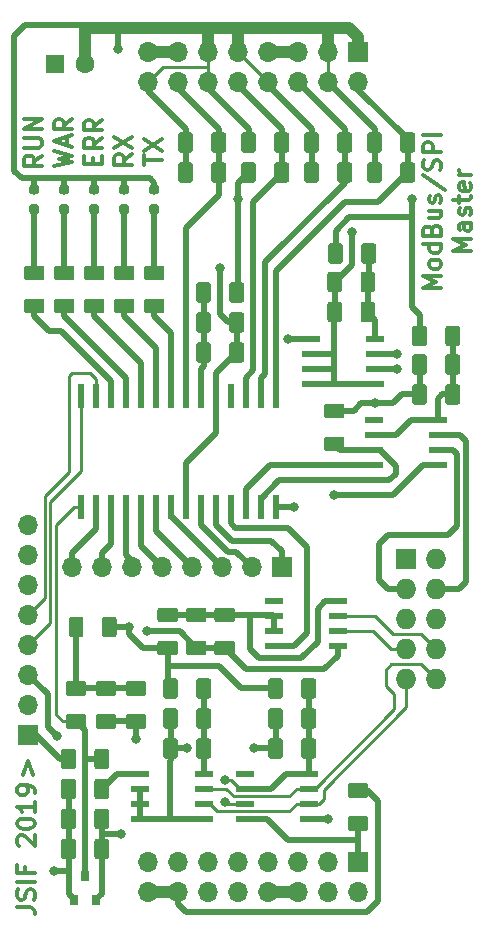
<source format=gbr>
G04 #@! TF.GenerationSoftware,KiCad,Pcbnew,(5.0.0)*
G04 #@! TF.CreationDate,2018-12-12T15:36:40+01:00*
G04 #@! TF.ProjectId,TrackModBusMaster_piggyback,547261636B4D6F644275734D61737465,rev?*
G04 #@! TF.SameCoordinates,Original*
G04 #@! TF.FileFunction,Copper,L1,Top,Signal*
G04 #@! TF.FilePolarity,Positive*
%FSLAX46Y46*%
G04 Gerber Fmt 4.6, Leading zero omitted, Abs format (unit mm)*
G04 Created by KiCad (PCBNEW (5.0.0)) date 12/12/18 15:36:40*
%MOMM*%
%LPD*%
G01*
G04 APERTURE LIST*
G04 #@! TA.AperFunction,NonConductor*
%ADD10C,0.300000*%
G04 #@! TD*
G04 #@! TA.AperFunction,ComponentPad*
%ADD11O,1.700000X1.700000*%
G04 #@! TD*
G04 #@! TA.AperFunction,ComponentPad*
%ADD12R,1.700000X1.700000*%
G04 #@! TD*
G04 #@! TA.AperFunction,Conductor*
%ADD13C,0.100000*%
G04 #@! TD*
G04 #@! TA.AperFunction,SMDPad,CuDef*
%ADD14C,1.250000*%
G04 #@! TD*
G04 #@! TA.AperFunction,ComponentPad*
%ADD15R,1.727200X1.727200*%
G04 #@! TD*
G04 #@! TA.AperFunction,ComponentPad*
%ADD16O,1.727200X1.727200*%
G04 #@! TD*
G04 #@! TA.AperFunction,SMDPad,CuDef*
%ADD17R,0.800000X0.900000*%
G04 #@! TD*
G04 #@! TA.AperFunction,SMDPad,CuDef*
%ADD18R,1.550000X0.600000*%
G04 #@! TD*
G04 #@! TA.AperFunction,SMDPad,CuDef*
%ADD19R,0.600000X2.000000*%
G04 #@! TD*
G04 #@! TA.AperFunction,ComponentPad*
%ADD20R,1.600000X1.600000*%
G04 #@! TD*
G04 #@! TA.AperFunction,ComponentPad*
%ADD21C,1.600000*%
G04 #@! TD*
G04 #@! TA.AperFunction,SMDPad,CuDef*
%ADD22C,0.800000*%
G04 #@! TD*
G04 #@! TA.AperFunction,ViaPad*
%ADD23C,0.800000*%
G04 #@! TD*
G04 #@! TA.AperFunction,Conductor*
%ADD24C,0.500000*%
G04 #@! TD*
G04 #@! TA.AperFunction,Conductor*
%ADD25C,1.000000*%
G04 #@! TD*
G04 #@! TA.AperFunction,Conductor*
%ADD26C,0.250000*%
G04 #@! TD*
G04 APERTURE END LIST*
D10*
X106231571Y-106870428D02*
X106660142Y-105727571D01*
X107088714Y-106870428D01*
X141643571Y-65682000D02*
X140143571Y-65682000D01*
X141215000Y-65182000D01*
X140143571Y-64682000D01*
X141643571Y-64682000D01*
X141643571Y-63753428D02*
X141572142Y-63896285D01*
X141500714Y-63967714D01*
X141357857Y-64039142D01*
X140929285Y-64039142D01*
X140786428Y-63967714D01*
X140715000Y-63896285D01*
X140643571Y-63753428D01*
X140643571Y-63539142D01*
X140715000Y-63396285D01*
X140786428Y-63324857D01*
X140929285Y-63253428D01*
X141357857Y-63253428D01*
X141500714Y-63324857D01*
X141572142Y-63396285D01*
X141643571Y-63539142D01*
X141643571Y-63753428D01*
X141643571Y-61967714D02*
X140143571Y-61967714D01*
X141572142Y-61967714D02*
X141643571Y-62110571D01*
X141643571Y-62396285D01*
X141572142Y-62539142D01*
X141500714Y-62610571D01*
X141357857Y-62682000D01*
X140929285Y-62682000D01*
X140786428Y-62610571D01*
X140715000Y-62539142D01*
X140643571Y-62396285D01*
X140643571Y-62110571D01*
X140715000Y-61967714D01*
X140857857Y-60753428D02*
X140929285Y-60539142D01*
X141000714Y-60467714D01*
X141143571Y-60396285D01*
X141357857Y-60396285D01*
X141500714Y-60467714D01*
X141572142Y-60539142D01*
X141643571Y-60682000D01*
X141643571Y-61253428D01*
X140143571Y-61253428D01*
X140143571Y-60753428D01*
X140215000Y-60610571D01*
X140286428Y-60539142D01*
X140429285Y-60467714D01*
X140572142Y-60467714D01*
X140715000Y-60539142D01*
X140786428Y-60610571D01*
X140857857Y-60753428D01*
X140857857Y-61253428D01*
X140643571Y-59110571D02*
X141643571Y-59110571D01*
X140643571Y-59753428D02*
X141429285Y-59753428D01*
X141572142Y-59682000D01*
X141643571Y-59539142D01*
X141643571Y-59324857D01*
X141572142Y-59182000D01*
X141500714Y-59110571D01*
X141572142Y-58467714D02*
X141643571Y-58324857D01*
X141643571Y-58039142D01*
X141572142Y-57896285D01*
X141429285Y-57824857D01*
X141357857Y-57824857D01*
X141215000Y-57896285D01*
X141143571Y-58039142D01*
X141143571Y-58253428D01*
X141072142Y-58396285D01*
X140929285Y-58467714D01*
X140857857Y-58467714D01*
X140715000Y-58396285D01*
X140643571Y-58253428D01*
X140643571Y-58039142D01*
X140715000Y-57896285D01*
X140072142Y-56110571D02*
X142000714Y-57396285D01*
X141572142Y-55682000D02*
X141643571Y-55467714D01*
X141643571Y-55110571D01*
X141572142Y-54967714D01*
X141500714Y-54896285D01*
X141357857Y-54824857D01*
X141215000Y-54824857D01*
X141072142Y-54896285D01*
X141000714Y-54967714D01*
X140929285Y-55110571D01*
X140857857Y-55396285D01*
X140786428Y-55539142D01*
X140715000Y-55610571D01*
X140572142Y-55682000D01*
X140429285Y-55682000D01*
X140286428Y-55610571D01*
X140215000Y-55539142D01*
X140143571Y-55396285D01*
X140143571Y-55039142D01*
X140215000Y-54824857D01*
X141643571Y-54182000D02*
X140143571Y-54182000D01*
X140143571Y-53610571D01*
X140215000Y-53467714D01*
X140286428Y-53396285D01*
X140429285Y-53324857D01*
X140643571Y-53324857D01*
X140786428Y-53396285D01*
X140857857Y-53467714D01*
X140929285Y-53610571D01*
X140929285Y-54182000D01*
X141643571Y-52682000D02*
X140143571Y-52682000D01*
X144193571Y-62503428D02*
X142693571Y-62503428D01*
X143765000Y-62003428D01*
X142693571Y-61503428D01*
X144193571Y-61503428D01*
X144193571Y-60146285D02*
X143407857Y-60146285D01*
X143265000Y-60217714D01*
X143193571Y-60360571D01*
X143193571Y-60646285D01*
X143265000Y-60789142D01*
X144122142Y-60146285D02*
X144193571Y-60289142D01*
X144193571Y-60646285D01*
X144122142Y-60789142D01*
X143979285Y-60860571D01*
X143836428Y-60860571D01*
X143693571Y-60789142D01*
X143622142Y-60646285D01*
X143622142Y-60289142D01*
X143550714Y-60146285D01*
X144122142Y-59503428D02*
X144193571Y-59360571D01*
X144193571Y-59074857D01*
X144122142Y-58932000D01*
X143979285Y-58860571D01*
X143907857Y-58860571D01*
X143765000Y-58932000D01*
X143693571Y-59074857D01*
X143693571Y-59289142D01*
X143622142Y-59432000D01*
X143479285Y-59503428D01*
X143407857Y-59503428D01*
X143265000Y-59432000D01*
X143193571Y-59289142D01*
X143193571Y-59074857D01*
X143265000Y-58932000D01*
X143193571Y-58432000D02*
X143193571Y-57860571D01*
X142693571Y-58217714D02*
X143979285Y-58217714D01*
X144122142Y-58146285D01*
X144193571Y-58003428D01*
X144193571Y-57860571D01*
X144122142Y-56789142D02*
X144193571Y-56932000D01*
X144193571Y-57217714D01*
X144122142Y-57360571D01*
X143979285Y-57432000D01*
X143407857Y-57432000D01*
X143265000Y-57360571D01*
X143193571Y-57217714D01*
X143193571Y-56932000D01*
X143265000Y-56789142D01*
X143407857Y-56717714D01*
X143550714Y-56717714D01*
X143693571Y-57432000D01*
X144193571Y-56074857D02*
X143193571Y-56074857D01*
X143479285Y-56074857D02*
X143336428Y-56003428D01*
X143265000Y-55932000D01*
X143193571Y-55789142D01*
X143193571Y-55646285D01*
X105731571Y-118085571D02*
X106803000Y-118085571D01*
X107017285Y-118157000D01*
X107160142Y-118299857D01*
X107231571Y-118514142D01*
X107231571Y-118657000D01*
X107160142Y-117442714D02*
X107231571Y-117228428D01*
X107231571Y-116871285D01*
X107160142Y-116728428D01*
X107088714Y-116657000D01*
X106945857Y-116585571D01*
X106803000Y-116585571D01*
X106660142Y-116657000D01*
X106588714Y-116728428D01*
X106517285Y-116871285D01*
X106445857Y-117157000D01*
X106374428Y-117299857D01*
X106303000Y-117371285D01*
X106160142Y-117442714D01*
X106017285Y-117442714D01*
X105874428Y-117371285D01*
X105803000Y-117299857D01*
X105731571Y-117157000D01*
X105731571Y-116799857D01*
X105803000Y-116585571D01*
X107231571Y-115942714D02*
X105731571Y-115942714D01*
X106445857Y-114728428D02*
X106445857Y-115228428D01*
X107231571Y-115228428D02*
X105731571Y-115228428D01*
X105731571Y-114514142D01*
X105874428Y-112871285D02*
X105803000Y-112799857D01*
X105731571Y-112657000D01*
X105731571Y-112299857D01*
X105803000Y-112157000D01*
X105874428Y-112085571D01*
X106017285Y-112014142D01*
X106160142Y-112014142D01*
X106374428Y-112085571D01*
X107231571Y-112942714D01*
X107231571Y-112014142D01*
X105731571Y-111085571D02*
X105731571Y-110942714D01*
X105803000Y-110799857D01*
X105874428Y-110728428D01*
X106017285Y-110657000D01*
X106303000Y-110585571D01*
X106660142Y-110585571D01*
X106945857Y-110657000D01*
X107088714Y-110728428D01*
X107160142Y-110799857D01*
X107231571Y-110942714D01*
X107231571Y-111085571D01*
X107160142Y-111228428D01*
X107088714Y-111299857D01*
X106945857Y-111371285D01*
X106660142Y-111442714D01*
X106303000Y-111442714D01*
X106017285Y-111371285D01*
X105874428Y-111299857D01*
X105803000Y-111228428D01*
X105731571Y-111085571D01*
X107231571Y-109157000D02*
X107231571Y-110014142D01*
X107231571Y-109585571D02*
X105731571Y-109585571D01*
X105945857Y-109728428D01*
X106088714Y-109871285D01*
X106160142Y-110014142D01*
X107231571Y-108442714D02*
X107231571Y-108157000D01*
X107160142Y-108014142D01*
X107088714Y-107942714D01*
X106874428Y-107799857D01*
X106588714Y-107728428D01*
X106017285Y-107728428D01*
X105874428Y-107799857D01*
X105803000Y-107871285D01*
X105731571Y-108014142D01*
X105731571Y-108299857D01*
X105803000Y-108442714D01*
X105874428Y-108514142D01*
X106017285Y-108585571D01*
X106374428Y-108585571D01*
X106517285Y-108514142D01*
X106588714Y-108442714D01*
X106660142Y-108299857D01*
X106660142Y-108014142D01*
X106588714Y-107871285D01*
X106517285Y-107799857D01*
X106374428Y-107728428D01*
X115486571Y-54352000D02*
X114772285Y-54852000D01*
X115486571Y-55209142D02*
X113986571Y-55209142D01*
X113986571Y-54637714D01*
X114058000Y-54494857D01*
X114129428Y-54423428D01*
X114272285Y-54352000D01*
X114486571Y-54352000D01*
X114629428Y-54423428D01*
X114700857Y-54494857D01*
X114772285Y-54637714D01*
X114772285Y-55209142D01*
X113986571Y-53852000D02*
X115486571Y-52852000D01*
X113986571Y-52852000D02*
X115486571Y-53852000D01*
X116526571Y-55244857D02*
X116526571Y-54387714D01*
X118026571Y-54816285D02*
X116526571Y-54816285D01*
X116526571Y-54030571D02*
X118026571Y-53030571D01*
X116526571Y-53030571D02*
X118026571Y-54030571D01*
X112160857Y-55161428D02*
X112160857Y-54661428D01*
X112946571Y-54447142D02*
X112946571Y-55161428D01*
X111446571Y-55161428D01*
X111446571Y-54447142D01*
X112946571Y-52947142D02*
X112232285Y-53447142D01*
X112946571Y-53804285D02*
X111446571Y-53804285D01*
X111446571Y-53232857D01*
X111518000Y-53090000D01*
X111589428Y-53018571D01*
X111732285Y-52947142D01*
X111946571Y-52947142D01*
X112089428Y-53018571D01*
X112160857Y-53090000D01*
X112232285Y-53232857D01*
X112232285Y-53804285D01*
X112946571Y-51447142D02*
X112232285Y-51947142D01*
X112946571Y-52304285D02*
X111446571Y-52304285D01*
X111446571Y-51732857D01*
X111518000Y-51590000D01*
X111589428Y-51518571D01*
X111732285Y-51447142D01*
X111946571Y-51447142D01*
X112089428Y-51518571D01*
X112160857Y-51590000D01*
X112232285Y-51732857D01*
X112232285Y-52304285D01*
X108906571Y-55375714D02*
X110406571Y-55018571D01*
X109335142Y-54732857D01*
X110406571Y-54447142D01*
X108906571Y-54090000D01*
X109978000Y-53590000D02*
X109978000Y-52875714D01*
X110406571Y-53732857D02*
X108906571Y-53232857D01*
X110406571Y-52732857D01*
X110406571Y-51375714D02*
X109692285Y-51875714D01*
X110406571Y-52232857D02*
X108906571Y-52232857D01*
X108906571Y-51661428D01*
X108978000Y-51518571D01*
X109049428Y-51447142D01*
X109192285Y-51375714D01*
X109406571Y-51375714D01*
X109549428Y-51447142D01*
X109620857Y-51518571D01*
X109692285Y-51661428D01*
X109692285Y-52232857D01*
X107866571Y-54447142D02*
X107152285Y-54947142D01*
X107866571Y-55304285D02*
X106366571Y-55304285D01*
X106366571Y-54732857D01*
X106438000Y-54590000D01*
X106509428Y-54518571D01*
X106652285Y-54447142D01*
X106866571Y-54447142D01*
X107009428Y-54518571D01*
X107080857Y-54590000D01*
X107152285Y-54732857D01*
X107152285Y-55304285D01*
X106366571Y-53804285D02*
X107580857Y-53804285D01*
X107723714Y-53732857D01*
X107795142Y-53661428D01*
X107866571Y-53518571D01*
X107866571Y-53232857D01*
X107795142Y-53090000D01*
X107723714Y-53018571D01*
X107580857Y-52947142D01*
X106366571Y-52947142D01*
X107866571Y-52232857D02*
X106366571Y-52232857D01*
X107866571Y-51375714D01*
X106366571Y-51375714D01*
D11*
G04 #@! TO.P,J1,16*
G04 #@! TO.N,GND*
X116840000Y-48260000D03*
G04 #@! TO.P,J1,15*
G04 #@! TO.N,+3.3VP*
X116840000Y-45720000D03*
G04 #@! TO.P,J1,14*
G04 #@! TO.N,SCK1*
X119380000Y-48260000D03*
G04 #@! TO.P,J1,13*
G04 #@! TO.N,+3.3VP*
X119380000Y-45720000D03*
G04 #@! TO.P,J1,12*
G04 #@! TO.N,GND*
X121920000Y-48260000D03*
G04 #@! TO.P,J1,11*
X121920000Y-45720000D03*
G04 #@! TO.P,J1,10*
G04 #@! TO.N,SS1*
X124460000Y-48260000D03*
G04 #@! TO.P,J1,9*
G04 #@! TO.N,GND*
X124460000Y-45720000D03*
G04 #@! TO.P,J1,8*
X127000000Y-48260000D03*
G04 #@! TO.P,J1,7*
G04 #@! TO.N,+5V*
X127000000Y-45720000D03*
G04 #@! TO.P,J1,6*
G04 #@! TO.N,SDO*
X129540000Y-48260000D03*
G04 #@! TO.P,J1,5*
G04 #@! TO.N,+5V*
X129540000Y-45720000D03*
G04 #@! TO.P,J1,4*
G04 #@! TO.N,GND*
X132080000Y-48260000D03*
G04 #@! TO.P,J1,3*
X132080000Y-45720000D03*
G04 #@! TO.P,J1,2*
G04 #@! TO.N,SDI*
X134620000Y-48260000D03*
D12*
G04 #@! TO.P,J1,1*
G04 #@! TO.N,GND*
X134620000Y-45720000D03*
G04 #@! TD*
D13*
G04 #@! TO.N,GND*
G04 #@! TO.C,C3*
G36*
X140223504Y-71262204D02*
X140247773Y-71265804D01*
X140271571Y-71271765D01*
X140294671Y-71280030D01*
X140316849Y-71290520D01*
X140337893Y-71303133D01*
X140357598Y-71317747D01*
X140375777Y-71334223D01*
X140392253Y-71352402D01*
X140406867Y-71372107D01*
X140419480Y-71393151D01*
X140429970Y-71415329D01*
X140438235Y-71438429D01*
X140444196Y-71462227D01*
X140447796Y-71486496D01*
X140449000Y-71511000D01*
X140449000Y-72761000D01*
X140447796Y-72785504D01*
X140444196Y-72809773D01*
X140438235Y-72833571D01*
X140429970Y-72856671D01*
X140419480Y-72878849D01*
X140406867Y-72899893D01*
X140392253Y-72919598D01*
X140375777Y-72937777D01*
X140357598Y-72954253D01*
X140337893Y-72968867D01*
X140316849Y-72981480D01*
X140294671Y-72991970D01*
X140271571Y-73000235D01*
X140247773Y-73006196D01*
X140223504Y-73009796D01*
X140199000Y-73011000D01*
X139449000Y-73011000D01*
X139424496Y-73009796D01*
X139400227Y-73006196D01*
X139376429Y-73000235D01*
X139353329Y-72991970D01*
X139331151Y-72981480D01*
X139310107Y-72968867D01*
X139290402Y-72954253D01*
X139272223Y-72937777D01*
X139255747Y-72919598D01*
X139241133Y-72899893D01*
X139228520Y-72878849D01*
X139218030Y-72856671D01*
X139209765Y-72833571D01*
X139203804Y-72809773D01*
X139200204Y-72785504D01*
X139199000Y-72761000D01*
X139199000Y-71511000D01*
X139200204Y-71486496D01*
X139203804Y-71462227D01*
X139209765Y-71438429D01*
X139218030Y-71415329D01*
X139228520Y-71393151D01*
X139241133Y-71372107D01*
X139255747Y-71352402D01*
X139272223Y-71334223D01*
X139290402Y-71317747D01*
X139310107Y-71303133D01*
X139331151Y-71290520D01*
X139353329Y-71280030D01*
X139376429Y-71271765D01*
X139400227Y-71265804D01*
X139424496Y-71262204D01*
X139449000Y-71261000D01*
X140199000Y-71261000D01*
X140223504Y-71262204D01*
X140223504Y-71262204D01*
G37*
D14*
G04 #@! TD*
G04 #@! TO.P,C3,2*
G04 #@! TO.N,GND*
X139824000Y-72136000D03*
D13*
G04 #@! TO.N,Net-(C3-Pad1)*
G04 #@! TO.C,C3*
G36*
X143023504Y-71262204D02*
X143047773Y-71265804D01*
X143071571Y-71271765D01*
X143094671Y-71280030D01*
X143116849Y-71290520D01*
X143137893Y-71303133D01*
X143157598Y-71317747D01*
X143175777Y-71334223D01*
X143192253Y-71352402D01*
X143206867Y-71372107D01*
X143219480Y-71393151D01*
X143229970Y-71415329D01*
X143238235Y-71438429D01*
X143244196Y-71462227D01*
X143247796Y-71486496D01*
X143249000Y-71511000D01*
X143249000Y-72761000D01*
X143247796Y-72785504D01*
X143244196Y-72809773D01*
X143238235Y-72833571D01*
X143229970Y-72856671D01*
X143219480Y-72878849D01*
X143206867Y-72899893D01*
X143192253Y-72919598D01*
X143175777Y-72937777D01*
X143157598Y-72954253D01*
X143137893Y-72968867D01*
X143116849Y-72981480D01*
X143094671Y-72991970D01*
X143071571Y-73000235D01*
X143047773Y-73006196D01*
X143023504Y-73009796D01*
X142999000Y-73011000D01*
X142249000Y-73011000D01*
X142224496Y-73009796D01*
X142200227Y-73006196D01*
X142176429Y-73000235D01*
X142153329Y-72991970D01*
X142131151Y-72981480D01*
X142110107Y-72968867D01*
X142090402Y-72954253D01*
X142072223Y-72937777D01*
X142055747Y-72919598D01*
X142041133Y-72899893D01*
X142028520Y-72878849D01*
X142018030Y-72856671D01*
X142009765Y-72833571D01*
X142003804Y-72809773D01*
X142000204Y-72785504D01*
X141999000Y-72761000D01*
X141999000Y-71511000D01*
X142000204Y-71486496D01*
X142003804Y-71462227D01*
X142009765Y-71438429D01*
X142018030Y-71415329D01*
X142028520Y-71393151D01*
X142041133Y-71372107D01*
X142055747Y-71352402D01*
X142072223Y-71334223D01*
X142090402Y-71317747D01*
X142110107Y-71303133D01*
X142131151Y-71290520D01*
X142153329Y-71280030D01*
X142176429Y-71271765D01*
X142200227Y-71265804D01*
X142224496Y-71262204D01*
X142249000Y-71261000D01*
X142999000Y-71261000D01*
X143023504Y-71262204D01*
X143023504Y-71262204D01*
G37*
D14*
G04 #@! TD*
G04 #@! TO.P,C3,1*
G04 #@! TO.N,Net-(C3-Pad1)*
X142624000Y-72136000D03*
D13*
G04 #@! TO.N,Net-(C3-Pad1)*
G04 #@! TO.C,C6*
G36*
X143023504Y-73802204D02*
X143047773Y-73805804D01*
X143071571Y-73811765D01*
X143094671Y-73820030D01*
X143116849Y-73830520D01*
X143137893Y-73843133D01*
X143157598Y-73857747D01*
X143175777Y-73874223D01*
X143192253Y-73892402D01*
X143206867Y-73912107D01*
X143219480Y-73933151D01*
X143229970Y-73955329D01*
X143238235Y-73978429D01*
X143244196Y-74002227D01*
X143247796Y-74026496D01*
X143249000Y-74051000D01*
X143249000Y-75301000D01*
X143247796Y-75325504D01*
X143244196Y-75349773D01*
X143238235Y-75373571D01*
X143229970Y-75396671D01*
X143219480Y-75418849D01*
X143206867Y-75439893D01*
X143192253Y-75459598D01*
X143175777Y-75477777D01*
X143157598Y-75494253D01*
X143137893Y-75508867D01*
X143116849Y-75521480D01*
X143094671Y-75531970D01*
X143071571Y-75540235D01*
X143047773Y-75546196D01*
X143023504Y-75549796D01*
X142999000Y-75551000D01*
X142249000Y-75551000D01*
X142224496Y-75549796D01*
X142200227Y-75546196D01*
X142176429Y-75540235D01*
X142153329Y-75531970D01*
X142131151Y-75521480D01*
X142110107Y-75508867D01*
X142090402Y-75494253D01*
X142072223Y-75477777D01*
X142055747Y-75459598D01*
X142041133Y-75439893D01*
X142028520Y-75418849D01*
X142018030Y-75396671D01*
X142009765Y-75373571D01*
X142003804Y-75349773D01*
X142000204Y-75325504D01*
X141999000Y-75301000D01*
X141999000Y-74051000D01*
X142000204Y-74026496D01*
X142003804Y-74002227D01*
X142009765Y-73978429D01*
X142018030Y-73955329D01*
X142028520Y-73933151D01*
X142041133Y-73912107D01*
X142055747Y-73892402D01*
X142072223Y-73874223D01*
X142090402Y-73857747D01*
X142110107Y-73843133D01*
X142131151Y-73830520D01*
X142153329Y-73820030D01*
X142176429Y-73811765D01*
X142200227Y-73805804D01*
X142224496Y-73802204D01*
X142249000Y-73801000D01*
X142999000Y-73801000D01*
X143023504Y-73802204D01*
X143023504Y-73802204D01*
G37*
D14*
G04 #@! TD*
G04 #@! TO.P,C6,1*
G04 #@! TO.N,Net-(C3-Pad1)*
X142624000Y-74676000D03*
D13*
G04 #@! TO.N,GND*
G04 #@! TO.C,C6*
G36*
X140223504Y-73802204D02*
X140247773Y-73805804D01*
X140271571Y-73811765D01*
X140294671Y-73820030D01*
X140316849Y-73830520D01*
X140337893Y-73843133D01*
X140357598Y-73857747D01*
X140375777Y-73874223D01*
X140392253Y-73892402D01*
X140406867Y-73912107D01*
X140419480Y-73933151D01*
X140429970Y-73955329D01*
X140438235Y-73978429D01*
X140444196Y-74002227D01*
X140447796Y-74026496D01*
X140449000Y-74051000D01*
X140449000Y-75301000D01*
X140447796Y-75325504D01*
X140444196Y-75349773D01*
X140438235Y-75373571D01*
X140429970Y-75396671D01*
X140419480Y-75418849D01*
X140406867Y-75439893D01*
X140392253Y-75459598D01*
X140375777Y-75477777D01*
X140357598Y-75494253D01*
X140337893Y-75508867D01*
X140316849Y-75521480D01*
X140294671Y-75531970D01*
X140271571Y-75540235D01*
X140247773Y-75546196D01*
X140223504Y-75549796D01*
X140199000Y-75551000D01*
X139449000Y-75551000D01*
X139424496Y-75549796D01*
X139400227Y-75546196D01*
X139376429Y-75540235D01*
X139353329Y-75531970D01*
X139331151Y-75521480D01*
X139310107Y-75508867D01*
X139290402Y-75494253D01*
X139272223Y-75477777D01*
X139255747Y-75459598D01*
X139241133Y-75439893D01*
X139228520Y-75418849D01*
X139218030Y-75396671D01*
X139209765Y-75373571D01*
X139203804Y-75349773D01*
X139200204Y-75325504D01*
X139199000Y-75301000D01*
X139199000Y-74051000D01*
X139200204Y-74026496D01*
X139203804Y-74002227D01*
X139209765Y-73978429D01*
X139218030Y-73955329D01*
X139228520Y-73933151D01*
X139241133Y-73912107D01*
X139255747Y-73892402D01*
X139272223Y-73874223D01*
X139290402Y-73857747D01*
X139310107Y-73843133D01*
X139331151Y-73830520D01*
X139353329Y-73820030D01*
X139376429Y-73811765D01*
X139400227Y-73805804D01*
X139424496Y-73802204D01*
X139449000Y-73801000D01*
X140199000Y-73801000D01*
X140223504Y-73802204D01*
X140223504Y-73802204D01*
G37*
D14*
G04 #@! TD*
G04 #@! TO.P,C6,2*
G04 #@! TO.N,GND*
X139824000Y-74676000D03*
D13*
G04 #@! TO.N,Net-(C3-Pad1)*
G04 #@! TO.C,R3*
G36*
X143023504Y-68849204D02*
X143047773Y-68852804D01*
X143071571Y-68858765D01*
X143094671Y-68867030D01*
X143116849Y-68877520D01*
X143137893Y-68890133D01*
X143157598Y-68904747D01*
X143175777Y-68921223D01*
X143192253Y-68939402D01*
X143206867Y-68959107D01*
X143219480Y-68980151D01*
X143229970Y-69002329D01*
X143238235Y-69025429D01*
X143244196Y-69049227D01*
X143247796Y-69073496D01*
X143249000Y-69098000D01*
X143249000Y-70348000D01*
X143247796Y-70372504D01*
X143244196Y-70396773D01*
X143238235Y-70420571D01*
X143229970Y-70443671D01*
X143219480Y-70465849D01*
X143206867Y-70486893D01*
X143192253Y-70506598D01*
X143175777Y-70524777D01*
X143157598Y-70541253D01*
X143137893Y-70555867D01*
X143116849Y-70568480D01*
X143094671Y-70578970D01*
X143071571Y-70587235D01*
X143047773Y-70593196D01*
X143023504Y-70596796D01*
X142999000Y-70598000D01*
X142249000Y-70598000D01*
X142224496Y-70596796D01*
X142200227Y-70593196D01*
X142176429Y-70587235D01*
X142153329Y-70578970D01*
X142131151Y-70568480D01*
X142110107Y-70555867D01*
X142090402Y-70541253D01*
X142072223Y-70524777D01*
X142055747Y-70506598D01*
X142041133Y-70486893D01*
X142028520Y-70465849D01*
X142018030Y-70443671D01*
X142009765Y-70420571D01*
X142003804Y-70396773D01*
X142000204Y-70372504D01*
X141999000Y-70348000D01*
X141999000Y-69098000D01*
X142000204Y-69073496D01*
X142003804Y-69049227D01*
X142009765Y-69025429D01*
X142018030Y-69002329D01*
X142028520Y-68980151D01*
X142041133Y-68959107D01*
X142055747Y-68939402D01*
X142072223Y-68921223D01*
X142090402Y-68904747D01*
X142110107Y-68890133D01*
X142131151Y-68877520D01*
X142153329Y-68867030D01*
X142176429Y-68858765D01*
X142200227Y-68852804D01*
X142224496Y-68849204D01*
X142249000Y-68848000D01*
X142999000Y-68848000D01*
X143023504Y-68849204D01*
X143023504Y-68849204D01*
G37*
D14*
G04 #@! TD*
G04 #@! TO.P,R3,2*
G04 #@! TO.N,Net-(C3-Pad1)*
X142624000Y-69723000D03*
D13*
G04 #@! TO.N,+5V*
G04 #@! TO.C,R3*
G36*
X140223504Y-68849204D02*
X140247773Y-68852804D01*
X140271571Y-68858765D01*
X140294671Y-68867030D01*
X140316849Y-68877520D01*
X140337893Y-68890133D01*
X140357598Y-68904747D01*
X140375777Y-68921223D01*
X140392253Y-68939402D01*
X140406867Y-68959107D01*
X140419480Y-68980151D01*
X140429970Y-69002329D01*
X140438235Y-69025429D01*
X140444196Y-69049227D01*
X140447796Y-69073496D01*
X140449000Y-69098000D01*
X140449000Y-70348000D01*
X140447796Y-70372504D01*
X140444196Y-70396773D01*
X140438235Y-70420571D01*
X140429970Y-70443671D01*
X140419480Y-70465849D01*
X140406867Y-70486893D01*
X140392253Y-70506598D01*
X140375777Y-70524777D01*
X140357598Y-70541253D01*
X140337893Y-70555867D01*
X140316849Y-70568480D01*
X140294671Y-70578970D01*
X140271571Y-70587235D01*
X140247773Y-70593196D01*
X140223504Y-70596796D01*
X140199000Y-70598000D01*
X139449000Y-70598000D01*
X139424496Y-70596796D01*
X139400227Y-70593196D01*
X139376429Y-70587235D01*
X139353329Y-70578970D01*
X139331151Y-70568480D01*
X139310107Y-70555867D01*
X139290402Y-70541253D01*
X139272223Y-70524777D01*
X139255747Y-70506598D01*
X139241133Y-70486893D01*
X139228520Y-70465849D01*
X139218030Y-70443671D01*
X139209765Y-70420571D01*
X139203804Y-70396773D01*
X139200204Y-70372504D01*
X139199000Y-70348000D01*
X139199000Y-69098000D01*
X139200204Y-69073496D01*
X139203804Y-69049227D01*
X139209765Y-69025429D01*
X139218030Y-69002329D01*
X139228520Y-68980151D01*
X139241133Y-68959107D01*
X139255747Y-68939402D01*
X139272223Y-68921223D01*
X139290402Y-68904747D01*
X139310107Y-68890133D01*
X139331151Y-68877520D01*
X139353329Y-68867030D01*
X139376429Y-68858765D01*
X139400227Y-68852804D01*
X139424496Y-68849204D01*
X139449000Y-68848000D01*
X140199000Y-68848000D01*
X140223504Y-68849204D01*
X140223504Y-68849204D01*
G37*
D14*
G04 #@! TD*
G04 #@! TO.P,R3,1*
G04 #@! TO.N,+5V*
X139824000Y-69723000D03*
D13*
G04 #@! TO.N,Net-(D2-Pad2)*
G04 #@! TO.C,R15*
G36*
X110377504Y-63762204D02*
X110401773Y-63765804D01*
X110425571Y-63771765D01*
X110448671Y-63780030D01*
X110470849Y-63790520D01*
X110491893Y-63803133D01*
X110511598Y-63817747D01*
X110529777Y-63834223D01*
X110546253Y-63852402D01*
X110560867Y-63872107D01*
X110573480Y-63893151D01*
X110583970Y-63915329D01*
X110592235Y-63938429D01*
X110598196Y-63962227D01*
X110601796Y-63986496D01*
X110603000Y-64011000D01*
X110603000Y-64761000D01*
X110601796Y-64785504D01*
X110598196Y-64809773D01*
X110592235Y-64833571D01*
X110583970Y-64856671D01*
X110573480Y-64878849D01*
X110560867Y-64899893D01*
X110546253Y-64919598D01*
X110529777Y-64937777D01*
X110511598Y-64954253D01*
X110491893Y-64968867D01*
X110470849Y-64981480D01*
X110448671Y-64991970D01*
X110425571Y-65000235D01*
X110401773Y-65006196D01*
X110377504Y-65009796D01*
X110353000Y-65011000D01*
X109103000Y-65011000D01*
X109078496Y-65009796D01*
X109054227Y-65006196D01*
X109030429Y-65000235D01*
X109007329Y-64991970D01*
X108985151Y-64981480D01*
X108964107Y-64968867D01*
X108944402Y-64954253D01*
X108926223Y-64937777D01*
X108909747Y-64919598D01*
X108895133Y-64899893D01*
X108882520Y-64878849D01*
X108872030Y-64856671D01*
X108863765Y-64833571D01*
X108857804Y-64809773D01*
X108854204Y-64785504D01*
X108853000Y-64761000D01*
X108853000Y-64011000D01*
X108854204Y-63986496D01*
X108857804Y-63962227D01*
X108863765Y-63938429D01*
X108872030Y-63915329D01*
X108882520Y-63893151D01*
X108895133Y-63872107D01*
X108909747Y-63852402D01*
X108926223Y-63834223D01*
X108944402Y-63817747D01*
X108964107Y-63803133D01*
X108985151Y-63790520D01*
X109007329Y-63780030D01*
X109030429Y-63771765D01*
X109054227Y-63765804D01*
X109078496Y-63762204D01*
X109103000Y-63761000D01*
X110353000Y-63761000D01*
X110377504Y-63762204D01*
X110377504Y-63762204D01*
G37*
D14*
G04 #@! TD*
G04 #@! TO.P,R15,1*
G04 #@! TO.N,Net-(D2-Pad2)*
X109728000Y-64386000D03*
D13*
G04 #@! TO.N,Net-(R15-Pad2)*
G04 #@! TO.C,R15*
G36*
X110377504Y-66562204D02*
X110401773Y-66565804D01*
X110425571Y-66571765D01*
X110448671Y-66580030D01*
X110470849Y-66590520D01*
X110491893Y-66603133D01*
X110511598Y-66617747D01*
X110529777Y-66634223D01*
X110546253Y-66652402D01*
X110560867Y-66672107D01*
X110573480Y-66693151D01*
X110583970Y-66715329D01*
X110592235Y-66738429D01*
X110598196Y-66762227D01*
X110601796Y-66786496D01*
X110603000Y-66811000D01*
X110603000Y-67561000D01*
X110601796Y-67585504D01*
X110598196Y-67609773D01*
X110592235Y-67633571D01*
X110583970Y-67656671D01*
X110573480Y-67678849D01*
X110560867Y-67699893D01*
X110546253Y-67719598D01*
X110529777Y-67737777D01*
X110511598Y-67754253D01*
X110491893Y-67768867D01*
X110470849Y-67781480D01*
X110448671Y-67791970D01*
X110425571Y-67800235D01*
X110401773Y-67806196D01*
X110377504Y-67809796D01*
X110353000Y-67811000D01*
X109103000Y-67811000D01*
X109078496Y-67809796D01*
X109054227Y-67806196D01*
X109030429Y-67800235D01*
X109007329Y-67791970D01*
X108985151Y-67781480D01*
X108964107Y-67768867D01*
X108944402Y-67754253D01*
X108926223Y-67737777D01*
X108909747Y-67719598D01*
X108895133Y-67699893D01*
X108882520Y-67678849D01*
X108872030Y-67656671D01*
X108863765Y-67633571D01*
X108857804Y-67609773D01*
X108854204Y-67585504D01*
X108853000Y-67561000D01*
X108853000Y-66811000D01*
X108854204Y-66786496D01*
X108857804Y-66762227D01*
X108863765Y-66738429D01*
X108872030Y-66715329D01*
X108882520Y-66693151D01*
X108895133Y-66672107D01*
X108909747Y-66652402D01*
X108926223Y-66634223D01*
X108944402Y-66617747D01*
X108964107Y-66603133D01*
X108985151Y-66590520D01*
X109007329Y-66580030D01*
X109030429Y-66571765D01*
X109054227Y-66565804D01*
X109078496Y-66562204D01*
X109103000Y-66561000D01*
X110353000Y-66561000D01*
X110377504Y-66562204D01*
X110377504Y-66562204D01*
G37*
D14*
G04 #@! TD*
G04 #@! TO.P,R15,2*
G04 #@! TO.N,Net-(R15-Pad2)*
X109728000Y-67186000D03*
D13*
G04 #@! TO.N,Net-(R18-Pad2)*
G04 #@! TO.C,R18*
G36*
X117997504Y-66562204D02*
X118021773Y-66565804D01*
X118045571Y-66571765D01*
X118068671Y-66580030D01*
X118090849Y-66590520D01*
X118111893Y-66603133D01*
X118131598Y-66617747D01*
X118149777Y-66634223D01*
X118166253Y-66652402D01*
X118180867Y-66672107D01*
X118193480Y-66693151D01*
X118203970Y-66715329D01*
X118212235Y-66738429D01*
X118218196Y-66762227D01*
X118221796Y-66786496D01*
X118223000Y-66811000D01*
X118223000Y-67561000D01*
X118221796Y-67585504D01*
X118218196Y-67609773D01*
X118212235Y-67633571D01*
X118203970Y-67656671D01*
X118193480Y-67678849D01*
X118180867Y-67699893D01*
X118166253Y-67719598D01*
X118149777Y-67737777D01*
X118131598Y-67754253D01*
X118111893Y-67768867D01*
X118090849Y-67781480D01*
X118068671Y-67791970D01*
X118045571Y-67800235D01*
X118021773Y-67806196D01*
X117997504Y-67809796D01*
X117973000Y-67811000D01*
X116723000Y-67811000D01*
X116698496Y-67809796D01*
X116674227Y-67806196D01*
X116650429Y-67800235D01*
X116627329Y-67791970D01*
X116605151Y-67781480D01*
X116584107Y-67768867D01*
X116564402Y-67754253D01*
X116546223Y-67737777D01*
X116529747Y-67719598D01*
X116515133Y-67699893D01*
X116502520Y-67678849D01*
X116492030Y-67656671D01*
X116483765Y-67633571D01*
X116477804Y-67609773D01*
X116474204Y-67585504D01*
X116473000Y-67561000D01*
X116473000Y-66811000D01*
X116474204Y-66786496D01*
X116477804Y-66762227D01*
X116483765Y-66738429D01*
X116492030Y-66715329D01*
X116502520Y-66693151D01*
X116515133Y-66672107D01*
X116529747Y-66652402D01*
X116546223Y-66634223D01*
X116564402Y-66617747D01*
X116584107Y-66603133D01*
X116605151Y-66590520D01*
X116627329Y-66580030D01*
X116650429Y-66571765D01*
X116674227Y-66565804D01*
X116698496Y-66562204D01*
X116723000Y-66561000D01*
X117973000Y-66561000D01*
X117997504Y-66562204D01*
X117997504Y-66562204D01*
G37*
D14*
G04 #@! TD*
G04 #@! TO.P,R18,2*
G04 #@! TO.N,Net-(R18-Pad2)*
X117348000Y-67186000D03*
D13*
G04 #@! TO.N,Net-(D5-Pad2)*
G04 #@! TO.C,R18*
G36*
X117997504Y-63762204D02*
X118021773Y-63765804D01*
X118045571Y-63771765D01*
X118068671Y-63780030D01*
X118090849Y-63790520D01*
X118111893Y-63803133D01*
X118131598Y-63817747D01*
X118149777Y-63834223D01*
X118166253Y-63852402D01*
X118180867Y-63872107D01*
X118193480Y-63893151D01*
X118203970Y-63915329D01*
X118212235Y-63938429D01*
X118218196Y-63962227D01*
X118221796Y-63986496D01*
X118223000Y-64011000D01*
X118223000Y-64761000D01*
X118221796Y-64785504D01*
X118218196Y-64809773D01*
X118212235Y-64833571D01*
X118203970Y-64856671D01*
X118193480Y-64878849D01*
X118180867Y-64899893D01*
X118166253Y-64919598D01*
X118149777Y-64937777D01*
X118131598Y-64954253D01*
X118111893Y-64968867D01*
X118090849Y-64981480D01*
X118068671Y-64991970D01*
X118045571Y-65000235D01*
X118021773Y-65006196D01*
X117997504Y-65009796D01*
X117973000Y-65011000D01*
X116723000Y-65011000D01*
X116698496Y-65009796D01*
X116674227Y-65006196D01*
X116650429Y-65000235D01*
X116627329Y-64991970D01*
X116605151Y-64981480D01*
X116584107Y-64968867D01*
X116564402Y-64954253D01*
X116546223Y-64937777D01*
X116529747Y-64919598D01*
X116515133Y-64899893D01*
X116502520Y-64878849D01*
X116492030Y-64856671D01*
X116483765Y-64833571D01*
X116477804Y-64809773D01*
X116474204Y-64785504D01*
X116473000Y-64761000D01*
X116473000Y-64011000D01*
X116474204Y-63986496D01*
X116477804Y-63962227D01*
X116483765Y-63938429D01*
X116492030Y-63915329D01*
X116502520Y-63893151D01*
X116515133Y-63872107D01*
X116529747Y-63852402D01*
X116546223Y-63834223D01*
X116564402Y-63817747D01*
X116584107Y-63803133D01*
X116605151Y-63790520D01*
X116627329Y-63780030D01*
X116650429Y-63771765D01*
X116674227Y-63765804D01*
X116698496Y-63762204D01*
X116723000Y-63761000D01*
X117973000Y-63761000D01*
X117997504Y-63762204D01*
X117997504Y-63762204D01*
G37*
D14*
G04 #@! TD*
G04 #@! TO.P,R18,1*
G04 #@! TO.N,Net-(D5-Pad2)*
X117348000Y-64386000D03*
D13*
G04 #@! TO.N,Net-(D1-Pad2)*
G04 #@! TO.C,R14*
G36*
X107837504Y-63762204D02*
X107861773Y-63765804D01*
X107885571Y-63771765D01*
X107908671Y-63780030D01*
X107930849Y-63790520D01*
X107951893Y-63803133D01*
X107971598Y-63817747D01*
X107989777Y-63834223D01*
X108006253Y-63852402D01*
X108020867Y-63872107D01*
X108033480Y-63893151D01*
X108043970Y-63915329D01*
X108052235Y-63938429D01*
X108058196Y-63962227D01*
X108061796Y-63986496D01*
X108063000Y-64011000D01*
X108063000Y-64761000D01*
X108061796Y-64785504D01*
X108058196Y-64809773D01*
X108052235Y-64833571D01*
X108043970Y-64856671D01*
X108033480Y-64878849D01*
X108020867Y-64899893D01*
X108006253Y-64919598D01*
X107989777Y-64937777D01*
X107971598Y-64954253D01*
X107951893Y-64968867D01*
X107930849Y-64981480D01*
X107908671Y-64991970D01*
X107885571Y-65000235D01*
X107861773Y-65006196D01*
X107837504Y-65009796D01*
X107813000Y-65011000D01*
X106563000Y-65011000D01*
X106538496Y-65009796D01*
X106514227Y-65006196D01*
X106490429Y-65000235D01*
X106467329Y-64991970D01*
X106445151Y-64981480D01*
X106424107Y-64968867D01*
X106404402Y-64954253D01*
X106386223Y-64937777D01*
X106369747Y-64919598D01*
X106355133Y-64899893D01*
X106342520Y-64878849D01*
X106332030Y-64856671D01*
X106323765Y-64833571D01*
X106317804Y-64809773D01*
X106314204Y-64785504D01*
X106313000Y-64761000D01*
X106313000Y-64011000D01*
X106314204Y-63986496D01*
X106317804Y-63962227D01*
X106323765Y-63938429D01*
X106332030Y-63915329D01*
X106342520Y-63893151D01*
X106355133Y-63872107D01*
X106369747Y-63852402D01*
X106386223Y-63834223D01*
X106404402Y-63817747D01*
X106424107Y-63803133D01*
X106445151Y-63790520D01*
X106467329Y-63780030D01*
X106490429Y-63771765D01*
X106514227Y-63765804D01*
X106538496Y-63762204D01*
X106563000Y-63761000D01*
X107813000Y-63761000D01*
X107837504Y-63762204D01*
X107837504Y-63762204D01*
G37*
D14*
G04 #@! TD*
G04 #@! TO.P,R14,1*
G04 #@! TO.N,Net-(D1-Pad2)*
X107188000Y-64386000D03*
D13*
G04 #@! TO.N,Net-(R14-Pad2)*
G04 #@! TO.C,R14*
G36*
X107837504Y-66562204D02*
X107861773Y-66565804D01*
X107885571Y-66571765D01*
X107908671Y-66580030D01*
X107930849Y-66590520D01*
X107951893Y-66603133D01*
X107971598Y-66617747D01*
X107989777Y-66634223D01*
X108006253Y-66652402D01*
X108020867Y-66672107D01*
X108033480Y-66693151D01*
X108043970Y-66715329D01*
X108052235Y-66738429D01*
X108058196Y-66762227D01*
X108061796Y-66786496D01*
X108063000Y-66811000D01*
X108063000Y-67561000D01*
X108061796Y-67585504D01*
X108058196Y-67609773D01*
X108052235Y-67633571D01*
X108043970Y-67656671D01*
X108033480Y-67678849D01*
X108020867Y-67699893D01*
X108006253Y-67719598D01*
X107989777Y-67737777D01*
X107971598Y-67754253D01*
X107951893Y-67768867D01*
X107930849Y-67781480D01*
X107908671Y-67791970D01*
X107885571Y-67800235D01*
X107861773Y-67806196D01*
X107837504Y-67809796D01*
X107813000Y-67811000D01*
X106563000Y-67811000D01*
X106538496Y-67809796D01*
X106514227Y-67806196D01*
X106490429Y-67800235D01*
X106467329Y-67791970D01*
X106445151Y-67781480D01*
X106424107Y-67768867D01*
X106404402Y-67754253D01*
X106386223Y-67737777D01*
X106369747Y-67719598D01*
X106355133Y-67699893D01*
X106342520Y-67678849D01*
X106332030Y-67656671D01*
X106323765Y-67633571D01*
X106317804Y-67609773D01*
X106314204Y-67585504D01*
X106313000Y-67561000D01*
X106313000Y-66811000D01*
X106314204Y-66786496D01*
X106317804Y-66762227D01*
X106323765Y-66738429D01*
X106332030Y-66715329D01*
X106342520Y-66693151D01*
X106355133Y-66672107D01*
X106369747Y-66652402D01*
X106386223Y-66634223D01*
X106404402Y-66617747D01*
X106424107Y-66603133D01*
X106445151Y-66590520D01*
X106467329Y-66580030D01*
X106490429Y-66571765D01*
X106514227Y-66565804D01*
X106538496Y-66562204D01*
X106563000Y-66561000D01*
X107813000Y-66561000D01*
X107837504Y-66562204D01*
X107837504Y-66562204D01*
G37*
D14*
G04 #@! TD*
G04 #@! TO.P,R14,2*
G04 #@! TO.N,Net-(R14-Pad2)*
X107188000Y-67186000D03*
D13*
G04 #@! TO.N,Net-(R17-Pad2)*
G04 #@! TO.C,R17*
G36*
X115457504Y-66562204D02*
X115481773Y-66565804D01*
X115505571Y-66571765D01*
X115528671Y-66580030D01*
X115550849Y-66590520D01*
X115571893Y-66603133D01*
X115591598Y-66617747D01*
X115609777Y-66634223D01*
X115626253Y-66652402D01*
X115640867Y-66672107D01*
X115653480Y-66693151D01*
X115663970Y-66715329D01*
X115672235Y-66738429D01*
X115678196Y-66762227D01*
X115681796Y-66786496D01*
X115683000Y-66811000D01*
X115683000Y-67561000D01*
X115681796Y-67585504D01*
X115678196Y-67609773D01*
X115672235Y-67633571D01*
X115663970Y-67656671D01*
X115653480Y-67678849D01*
X115640867Y-67699893D01*
X115626253Y-67719598D01*
X115609777Y-67737777D01*
X115591598Y-67754253D01*
X115571893Y-67768867D01*
X115550849Y-67781480D01*
X115528671Y-67791970D01*
X115505571Y-67800235D01*
X115481773Y-67806196D01*
X115457504Y-67809796D01*
X115433000Y-67811000D01*
X114183000Y-67811000D01*
X114158496Y-67809796D01*
X114134227Y-67806196D01*
X114110429Y-67800235D01*
X114087329Y-67791970D01*
X114065151Y-67781480D01*
X114044107Y-67768867D01*
X114024402Y-67754253D01*
X114006223Y-67737777D01*
X113989747Y-67719598D01*
X113975133Y-67699893D01*
X113962520Y-67678849D01*
X113952030Y-67656671D01*
X113943765Y-67633571D01*
X113937804Y-67609773D01*
X113934204Y-67585504D01*
X113933000Y-67561000D01*
X113933000Y-66811000D01*
X113934204Y-66786496D01*
X113937804Y-66762227D01*
X113943765Y-66738429D01*
X113952030Y-66715329D01*
X113962520Y-66693151D01*
X113975133Y-66672107D01*
X113989747Y-66652402D01*
X114006223Y-66634223D01*
X114024402Y-66617747D01*
X114044107Y-66603133D01*
X114065151Y-66590520D01*
X114087329Y-66580030D01*
X114110429Y-66571765D01*
X114134227Y-66565804D01*
X114158496Y-66562204D01*
X114183000Y-66561000D01*
X115433000Y-66561000D01*
X115457504Y-66562204D01*
X115457504Y-66562204D01*
G37*
D14*
G04 #@! TD*
G04 #@! TO.P,R17,2*
G04 #@! TO.N,Net-(R17-Pad2)*
X114808000Y-67186000D03*
D13*
G04 #@! TO.N,Net-(D4-Pad2)*
G04 #@! TO.C,R17*
G36*
X115457504Y-63762204D02*
X115481773Y-63765804D01*
X115505571Y-63771765D01*
X115528671Y-63780030D01*
X115550849Y-63790520D01*
X115571893Y-63803133D01*
X115591598Y-63817747D01*
X115609777Y-63834223D01*
X115626253Y-63852402D01*
X115640867Y-63872107D01*
X115653480Y-63893151D01*
X115663970Y-63915329D01*
X115672235Y-63938429D01*
X115678196Y-63962227D01*
X115681796Y-63986496D01*
X115683000Y-64011000D01*
X115683000Y-64761000D01*
X115681796Y-64785504D01*
X115678196Y-64809773D01*
X115672235Y-64833571D01*
X115663970Y-64856671D01*
X115653480Y-64878849D01*
X115640867Y-64899893D01*
X115626253Y-64919598D01*
X115609777Y-64937777D01*
X115591598Y-64954253D01*
X115571893Y-64968867D01*
X115550849Y-64981480D01*
X115528671Y-64991970D01*
X115505571Y-65000235D01*
X115481773Y-65006196D01*
X115457504Y-65009796D01*
X115433000Y-65011000D01*
X114183000Y-65011000D01*
X114158496Y-65009796D01*
X114134227Y-65006196D01*
X114110429Y-65000235D01*
X114087329Y-64991970D01*
X114065151Y-64981480D01*
X114044107Y-64968867D01*
X114024402Y-64954253D01*
X114006223Y-64937777D01*
X113989747Y-64919598D01*
X113975133Y-64899893D01*
X113962520Y-64878849D01*
X113952030Y-64856671D01*
X113943765Y-64833571D01*
X113937804Y-64809773D01*
X113934204Y-64785504D01*
X113933000Y-64761000D01*
X113933000Y-64011000D01*
X113934204Y-63986496D01*
X113937804Y-63962227D01*
X113943765Y-63938429D01*
X113952030Y-63915329D01*
X113962520Y-63893151D01*
X113975133Y-63872107D01*
X113989747Y-63852402D01*
X114006223Y-63834223D01*
X114024402Y-63817747D01*
X114044107Y-63803133D01*
X114065151Y-63790520D01*
X114087329Y-63780030D01*
X114110429Y-63771765D01*
X114134227Y-63765804D01*
X114158496Y-63762204D01*
X114183000Y-63761000D01*
X115433000Y-63761000D01*
X115457504Y-63762204D01*
X115457504Y-63762204D01*
G37*
D14*
G04 #@! TD*
G04 #@! TO.P,R17,1*
G04 #@! TO.N,Net-(D4-Pad2)*
X114808000Y-64386000D03*
D13*
G04 #@! TO.N,Net-(D3-Pad2)*
G04 #@! TO.C,R16*
G36*
X112917504Y-63762204D02*
X112941773Y-63765804D01*
X112965571Y-63771765D01*
X112988671Y-63780030D01*
X113010849Y-63790520D01*
X113031893Y-63803133D01*
X113051598Y-63817747D01*
X113069777Y-63834223D01*
X113086253Y-63852402D01*
X113100867Y-63872107D01*
X113113480Y-63893151D01*
X113123970Y-63915329D01*
X113132235Y-63938429D01*
X113138196Y-63962227D01*
X113141796Y-63986496D01*
X113143000Y-64011000D01*
X113143000Y-64761000D01*
X113141796Y-64785504D01*
X113138196Y-64809773D01*
X113132235Y-64833571D01*
X113123970Y-64856671D01*
X113113480Y-64878849D01*
X113100867Y-64899893D01*
X113086253Y-64919598D01*
X113069777Y-64937777D01*
X113051598Y-64954253D01*
X113031893Y-64968867D01*
X113010849Y-64981480D01*
X112988671Y-64991970D01*
X112965571Y-65000235D01*
X112941773Y-65006196D01*
X112917504Y-65009796D01*
X112893000Y-65011000D01*
X111643000Y-65011000D01*
X111618496Y-65009796D01*
X111594227Y-65006196D01*
X111570429Y-65000235D01*
X111547329Y-64991970D01*
X111525151Y-64981480D01*
X111504107Y-64968867D01*
X111484402Y-64954253D01*
X111466223Y-64937777D01*
X111449747Y-64919598D01*
X111435133Y-64899893D01*
X111422520Y-64878849D01*
X111412030Y-64856671D01*
X111403765Y-64833571D01*
X111397804Y-64809773D01*
X111394204Y-64785504D01*
X111393000Y-64761000D01*
X111393000Y-64011000D01*
X111394204Y-63986496D01*
X111397804Y-63962227D01*
X111403765Y-63938429D01*
X111412030Y-63915329D01*
X111422520Y-63893151D01*
X111435133Y-63872107D01*
X111449747Y-63852402D01*
X111466223Y-63834223D01*
X111484402Y-63817747D01*
X111504107Y-63803133D01*
X111525151Y-63790520D01*
X111547329Y-63780030D01*
X111570429Y-63771765D01*
X111594227Y-63765804D01*
X111618496Y-63762204D01*
X111643000Y-63761000D01*
X112893000Y-63761000D01*
X112917504Y-63762204D01*
X112917504Y-63762204D01*
G37*
D14*
G04 #@! TD*
G04 #@! TO.P,R16,1*
G04 #@! TO.N,Net-(D3-Pad2)*
X112268000Y-64386000D03*
D13*
G04 #@! TO.N,Net-(R16-Pad2)*
G04 #@! TO.C,R16*
G36*
X112917504Y-66562204D02*
X112941773Y-66565804D01*
X112965571Y-66571765D01*
X112988671Y-66580030D01*
X113010849Y-66590520D01*
X113031893Y-66603133D01*
X113051598Y-66617747D01*
X113069777Y-66634223D01*
X113086253Y-66652402D01*
X113100867Y-66672107D01*
X113113480Y-66693151D01*
X113123970Y-66715329D01*
X113132235Y-66738429D01*
X113138196Y-66762227D01*
X113141796Y-66786496D01*
X113143000Y-66811000D01*
X113143000Y-67561000D01*
X113141796Y-67585504D01*
X113138196Y-67609773D01*
X113132235Y-67633571D01*
X113123970Y-67656671D01*
X113113480Y-67678849D01*
X113100867Y-67699893D01*
X113086253Y-67719598D01*
X113069777Y-67737777D01*
X113051598Y-67754253D01*
X113031893Y-67768867D01*
X113010849Y-67781480D01*
X112988671Y-67791970D01*
X112965571Y-67800235D01*
X112941773Y-67806196D01*
X112917504Y-67809796D01*
X112893000Y-67811000D01*
X111643000Y-67811000D01*
X111618496Y-67809796D01*
X111594227Y-67806196D01*
X111570429Y-67800235D01*
X111547329Y-67791970D01*
X111525151Y-67781480D01*
X111504107Y-67768867D01*
X111484402Y-67754253D01*
X111466223Y-67737777D01*
X111449747Y-67719598D01*
X111435133Y-67699893D01*
X111422520Y-67678849D01*
X111412030Y-67656671D01*
X111403765Y-67633571D01*
X111397804Y-67609773D01*
X111394204Y-67585504D01*
X111393000Y-67561000D01*
X111393000Y-66811000D01*
X111394204Y-66786496D01*
X111397804Y-66762227D01*
X111403765Y-66738429D01*
X111412030Y-66715329D01*
X111422520Y-66693151D01*
X111435133Y-66672107D01*
X111449747Y-66652402D01*
X111466223Y-66634223D01*
X111484402Y-66617747D01*
X111504107Y-66603133D01*
X111525151Y-66590520D01*
X111547329Y-66580030D01*
X111570429Y-66571765D01*
X111594227Y-66565804D01*
X111618496Y-66562204D01*
X111643000Y-66561000D01*
X112893000Y-66561000D01*
X112917504Y-66562204D01*
X112917504Y-66562204D01*
G37*
D14*
G04 #@! TD*
G04 #@! TO.P,R16,2*
G04 #@! TO.N,Net-(R16-Pad2)*
X112268000Y-67186000D03*
D13*
G04 #@! TO.N,Net-(C1-Pad1)*
G04 #@! TO.C,C1*
G36*
X121941504Y-101234204D02*
X121965773Y-101237804D01*
X121989571Y-101243765D01*
X122012671Y-101252030D01*
X122034849Y-101262520D01*
X122055893Y-101275133D01*
X122075598Y-101289747D01*
X122093777Y-101306223D01*
X122110253Y-101324402D01*
X122124867Y-101344107D01*
X122137480Y-101365151D01*
X122147970Y-101387329D01*
X122156235Y-101410429D01*
X122162196Y-101434227D01*
X122165796Y-101458496D01*
X122167000Y-101483000D01*
X122167000Y-102733000D01*
X122165796Y-102757504D01*
X122162196Y-102781773D01*
X122156235Y-102805571D01*
X122147970Y-102828671D01*
X122137480Y-102850849D01*
X122124867Y-102871893D01*
X122110253Y-102891598D01*
X122093777Y-102909777D01*
X122075598Y-102926253D01*
X122055893Y-102940867D01*
X122034849Y-102953480D01*
X122012671Y-102963970D01*
X121989571Y-102972235D01*
X121965773Y-102978196D01*
X121941504Y-102981796D01*
X121917000Y-102983000D01*
X121167000Y-102983000D01*
X121142496Y-102981796D01*
X121118227Y-102978196D01*
X121094429Y-102972235D01*
X121071329Y-102963970D01*
X121049151Y-102953480D01*
X121028107Y-102940867D01*
X121008402Y-102926253D01*
X120990223Y-102909777D01*
X120973747Y-102891598D01*
X120959133Y-102871893D01*
X120946520Y-102850849D01*
X120936030Y-102828671D01*
X120927765Y-102805571D01*
X120921804Y-102781773D01*
X120918204Y-102757504D01*
X120917000Y-102733000D01*
X120917000Y-101483000D01*
X120918204Y-101458496D01*
X120921804Y-101434227D01*
X120927765Y-101410429D01*
X120936030Y-101387329D01*
X120946520Y-101365151D01*
X120959133Y-101344107D01*
X120973747Y-101324402D01*
X120990223Y-101306223D01*
X121008402Y-101289747D01*
X121028107Y-101275133D01*
X121049151Y-101262520D01*
X121071329Y-101252030D01*
X121094429Y-101243765D01*
X121118227Y-101237804D01*
X121142496Y-101234204D01*
X121167000Y-101233000D01*
X121917000Y-101233000D01*
X121941504Y-101234204D01*
X121941504Y-101234204D01*
G37*
D14*
G04 #@! TD*
G04 #@! TO.P,C1,1*
G04 #@! TO.N,Net-(C1-Pad1)*
X121542000Y-102108000D03*
D13*
G04 #@! TO.N,GND*
G04 #@! TO.C,C1*
G36*
X119141504Y-101234204D02*
X119165773Y-101237804D01*
X119189571Y-101243765D01*
X119212671Y-101252030D01*
X119234849Y-101262520D01*
X119255893Y-101275133D01*
X119275598Y-101289747D01*
X119293777Y-101306223D01*
X119310253Y-101324402D01*
X119324867Y-101344107D01*
X119337480Y-101365151D01*
X119347970Y-101387329D01*
X119356235Y-101410429D01*
X119362196Y-101434227D01*
X119365796Y-101458496D01*
X119367000Y-101483000D01*
X119367000Y-102733000D01*
X119365796Y-102757504D01*
X119362196Y-102781773D01*
X119356235Y-102805571D01*
X119347970Y-102828671D01*
X119337480Y-102850849D01*
X119324867Y-102871893D01*
X119310253Y-102891598D01*
X119293777Y-102909777D01*
X119275598Y-102926253D01*
X119255893Y-102940867D01*
X119234849Y-102953480D01*
X119212671Y-102963970D01*
X119189571Y-102972235D01*
X119165773Y-102978196D01*
X119141504Y-102981796D01*
X119117000Y-102983000D01*
X118367000Y-102983000D01*
X118342496Y-102981796D01*
X118318227Y-102978196D01*
X118294429Y-102972235D01*
X118271329Y-102963970D01*
X118249151Y-102953480D01*
X118228107Y-102940867D01*
X118208402Y-102926253D01*
X118190223Y-102909777D01*
X118173747Y-102891598D01*
X118159133Y-102871893D01*
X118146520Y-102850849D01*
X118136030Y-102828671D01*
X118127765Y-102805571D01*
X118121804Y-102781773D01*
X118118204Y-102757504D01*
X118117000Y-102733000D01*
X118117000Y-101483000D01*
X118118204Y-101458496D01*
X118121804Y-101434227D01*
X118127765Y-101410429D01*
X118136030Y-101387329D01*
X118146520Y-101365151D01*
X118159133Y-101344107D01*
X118173747Y-101324402D01*
X118190223Y-101306223D01*
X118208402Y-101289747D01*
X118228107Y-101275133D01*
X118249151Y-101262520D01*
X118271329Y-101252030D01*
X118294429Y-101243765D01*
X118318227Y-101237804D01*
X118342496Y-101234204D01*
X118367000Y-101233000D01*
X119117000Y-101233000D01*
X119141504Y-101234204D01*
X119141504Y-101234204D01*
G37*
D14*
G04 #@! TD*
G04 #@! TO.P,C1,2*
G04 #@! TO.N,GND*
X118742000Y-102108000D03*
D13*
G04 #@! TO.N,GND*
G04 #@! TO.C,C2*
G36*
X133045504Y-66817204D02*
X133069773Y-66820804D01*
X133093571Y-66826765D01*
X133116671Y-66835030D01*
X133138849Y-66845520D01*
X133159893Y-66858133D01*
X133179598Y-66872747D01*
X133197777Y-66889223D01*
X133214253Y-66907402D01*
X133228867Y-66927107D01*
X133241480Y-66948151D01*
X133251970Y-66970329D01*
X133260235Y-66993429D01*
X133266196Y-67017227D01*
X133269796Y-67041496D01*
X133271000Y-67066000D01*
X133271000Y-68316000D01*
X133269796Y-68340504D01*
X133266196Y-68364773D01*
X133260235Y-68388571D01*
X133251970Y-68411671D01*
X133241480Y-68433849D01*
X133228867Y-68454893D01*
X133214253Y-68474598D01*
X133197777Y-68492777D01*
X133179598Y-68509253D01*
X133159893Y-68523867D01*
X133138849Y-68536480D01*
X133116671Y-68546970D01*
X133093571Y-68555235D01*
X133069773Y-68561196D01*
X133045504Y-68564796D01*
X133021000Y-68566000D01*
X132271000Y-68566000D01*
X132246496Y-68564796D01*
X132222227Y-68561196D01*
X132198429Y-68555235D01*
X132175329Y-68546970D01*
X132153151Y-68536480D01*
X132132107Y-68523867D01*
X132112402Y-68509253D01*
X132094223Y-68492777D01*
X132077747Y-68474598D01*
X132063133Y-68454893D01*
X132050520Y-68433849D01*
X132040030Y-68411671D01*
X132031765Y-68388571D01*
X132025804Y-68364773D01*
X132022204Y-68340504D01*
X132021000Y-68316000D01*
X132021000Y-67066000D01*
X132022204Y-67041496D01*
X132025804Y-67017227D01*
X132031765Y-66993429D01*
X132040030Y-66970329D01*
X132050520Y-66948151D01*
X132063133Y-66927107D01*
X132077747Y-66907402D01*
X132094223Y-66889223D01*
X132112402Y-66872747D01*
X132132107Y-66858133D01*
X132153151Y-66845520D01*
X132175329Y-66835030D01*
X132198429Y-66826765D01*
X132222227Y-66820804D01*
X132246496Y-66817204D01*
X132271000Y-66816000D01*
X133021000Y-66816000D01*
X133045504Y-66817204D01*
X133045504Y-66817204D01*
G37*
D14*
G04 #@! TD*
G04 #@! TO.P,C2,2*
G04 #@! TO.N,GND*
X132646000Y-67691000D03*
D13*
G04 #@! TO.N,Net-(C2-Pad1)*
G04 #@! TO.C,C2*
G36*
X135845504Y-66817204D02*
X135869773Y-66820804D01*
X135893571Y-66826765D01*
X135916671Y-66835030D01*
X135938849Y-66845520D01*
X135959893Y-66858133D01*
X135979598Y-66872747D01*
X135997777Y-66889223D01*
X136014253Y-66907402D01*
X136028867Y-66927107D01*
X136041480Y-66948151D01*
X136051970Y-66970329D01*
X136060235Y-66993429D01*
X136066196Y-67017227D01*
X136069796Y-67041496D01*
X136071000Y-67066000D01*
X136071000Y-68316000D01*
X136069796Y-68340504D01*
X136066196Y-68364773D01*
X136060235Y-68388571D01*
X136051970Y-68411671D01*
X136041480Y-68433849D01*
X136028867Y-68454893D01*
X136014253Y-68474598D01*
X135997777Y-68492777D01*
X135979598Y-68509253D01*
X135959893Y-68523867D01*
X135938849Y-68536480D01*
X135916671Y-68546970D01*
X135893571Y-68555235D01*
X135869773Y-68561196D01*
X135845504Y-68564796D01*
X135821000Y-68566000D01*
X135071000Y-68566000D01*
X135046496Y-68564796D01*
X135022227Y-68561196D01*
X134998429Y-68555235D01*
X134975329Y-68546970D01*
X134953151Y-68536480D01*
X134932107Y-68523867D01*
X134912402Y-68509253D01*
X134894223Y-68492777D01*
X134877747Y-68474598D01*
X134863133Y-68454893D01*
X134850520Y-68433849D01*
X134840030Y-68411671D01*
X134831765Y-68388571D01*
X134825804Y-68364773D01*
X134822204Y-68340504D01*
X134821000Y-68316000D01*
X134821000Y-67066000D01*
X134822204Y-67041496D01*
X134825804Y-67017227D01*
X134831765Y-66993429D01*
X134840030Y-66970329D01*
X134850520Y-66948151D01*
X134863133Y-66927107D01*
X134877747Y-66907402D01*
X134894223Y-66889223D01*
X134912402Y-66872747D01*
X134932107Y-66858133D01*
X134953151Y-66845520D01*
X134975329Y-66835030D01*
X134998429Y-66826765D01*
X135022227Y-66820804D01*
X135046496Y-66817204D01*
X135071000Y-66816000D01*
X135821000Y-66816000D01*
X135845504Y-66817204D01*
X135845504Y-66817204D01*
G37*
D14*
G04 #@! TD*
G04 #@! TO.P,C2,1*
G04 #@! TO.N,Net-(C2-Pad1)*
X135446000Y-67691000D03*
D13*
G04 #@! TO.N,GND*
G04 #@! TO.C,C4*
G36*
X119141504Y-103774204D02*
X119165773Y-103777804D01*
X119189571Y-103783765D01*
X119212671Y-103792030D01*
X119234849Y-103802520D01*
X119255893Y-103815133D01*
X119275598Y-103829747D01*
X119293777Y-103846223D01*
X119310253Y-103864402D01*
X119324867Y-103884107D01*
X119337480Y-103905151D01*
X119347970Y-103927329D01*
X119356235Y-103950429D01*
X119362196Y-103974227D01*
X119365796Y-103998496D01*
X119367000Y-104023000D01*
X119367000Y-105273000D01*
X119365796Y-105297504D01*
X119362196Y-105321773D01*
X119356235Y-105345571D01*
X119347970Y-105368671D01*
X119337480Y-105390849D01*
X119324867Y-105411893D01*
X119310253Y-105431598D01*
X119293777Y-105449777D01*
X119275598Y-105466253D01*
X119255893Y-105480867D01*
X119234849Y-105493480D01*
X119212671Y-105503970D01*
X119189571Y-105512235D01*
X119165773Y-105518196D01*
X119141504Y-105521796D01*
X119117000Y-105523000D01*
X118367000Y-105523000D01*
X118342496Y-105521796D01*
X118318227Y-105518196D01*
X118294429Y-105512235D01*
X118271329Y-105503970D01*
X118249151Y-105493480D01*
X118228107Y-105480867D01*
X118208402Y-105466253D01*
X118190223Y-105449777D01*
X118173747Y-105431598D01*
X118159133Y-105411893D01*
X118146520Y-105390849D01*
X118136030Y-105368671D01*
X118127765Y-105345571D01*
X118121804Y-105321773D01*
X118118204Y-105297504D01*
X118117000Y-105273000D01*
X118117000Y-104023000D01*
X118118204Y-103998496D01*
X118121804Y-103974227D01*
X118127765Y-103950429D01*
X118136030Y-103927329D01*
X118146520Y-103905151D01*
X118159133Y-103884107D01*
X118173747Y-103864402D01*
X118190223Y-103846223D01*
X118208402Y-103829747D01*
X118228107Y-103815133D01*
X118249151Y-103802520D01*
X118271329Y-103792030D01*
X118294429Y-103783765D01*
X118318227Y-103777804D01*
X118342496Y-103774204D01*
X118367000Y-103773000D01*
X119117000Y-103773000D01*
X119141504Y-103774204D01*
X119141504Y-103774204D01*
G37*
D14*
G04 #@! TD*
G04 #@! TO.P,C4,2*
G04 #@! TO.N,GND*
X118742000Y-104648000D03*
D13*
G04 #@! TO.N,Net-(C1-Pad1)*
G04 #@! TO.C,C4*
G36*
X121941504Y-103774204D02*
X121965773Y-103777804D01*
X121989571Y-103783765D01*
X122012671Y-103792030D01*
X122034849Y-103802520D01*
X122055893Y-103815133D01*
X122075598Y-103829747D01*
X122093777Y-103846223D01*
X122110253Y-103864402D01*
X122124867Y-103884107D01*
X122137480Y-103905151D01*
X122147970Y-103927329D01*
X122156235Y-103950429D01*
X122162196Y-103974227D01*
X122165796Y-103998496D01*
X122167000Y-104023000D01*
X122167000Y-105273000D01*
X122165796Y-105297504D01*
X122162196Y-105321773D01*
X122156235Y-105345571D01*
X122147970Y-105368671D01*
X122137480Y-105390849D01*
X122124867Y-105411893D01*
X122110253Y-105431598D01*
X122093777Y-105449777D01*
X122075598Y-105466253D01*
X122055893Y-105480867D01*
X122034849Y-105493480D01*
X122012671Y-105503970D01*
X121989571Y-105512235D01*
X121965773Y-105518196D01*
X121941504Y-105521796D01*
X121917000Y-105523000D01*
X121167000Y-105523000D01*
X121142496Y-105521796D01*
X121118227Y-105518196D01*
X121094429Y-105512235D01*
X121071329Y-105503970D01*
X121049151Y-105493480D01*
X121028107Y-105480867D01*
X121008402Y-105466253D01*
X120990223Y-105449777D01*
X120973747Y-105431598D01*
X120959133Y-105411893D01*
X120946520Y-105390849D01*
X120936030Y-105368671D01*
X120927765Y-105345571D01*
X120921804Y-105321773D01*
X120918204Y-105297504D01*
X120917000Y-105273000D01*
X120917000Y-104023000D01*
X120918204Y-103998496D01*
X120921804Y-103974227D01*
X120927765Y-103950429D01*
X120936030Y-103927329D01*
X120946520Y-103905151D01*
X120959133Y-103884107D01*
X120973747Y-103864402D01*
X120990223Y-103846223D01*
X121008402Y-103829747D01*
X121028107Y-103815133D01*
X121049151Y-103802520D01*
X121071329Y-103792030D01*
X121094429Y-103783765D01*
X121118227Y-103777804D01*
X121142496Y-103774204D01*
X121167000Y-103773000D01*
X121917000Y-103773000D01*
X121941504Y-103774204D01*
X121941504Y-103774204D01*
G37*
D14*
G04 #@! TD*
G04 #@! TO.P,C4,1*
G04 #@! TO.N,Net-(C1-Pad1)*
X121542000Y-104648000D03*
D13*
G04 #@! TO.N,Net-(C2-Pad1)*
G04 #@! TO.C,C5*
G36*
X135845504Y-64277204D02*
X135869773Y-64280804D01*
X135893571Y-64286765D01*
X135916671Y-64295030D01*
X135938849Y-64305520D01*
X135959893Y-64318133D01*
X135979598Y-64332747D01*
X135997777Y-64349223D01*
X136014253Y-64367402D01*
X136028867Y-64387107D01*
X136041480Y-64408151D01*
X136051970Y-64430329D01*
X136060235Y-64453429D01*
X136066196Y-64477227D01*
X136069796Y-64501496D01*
X136071000Y-64526000D01*
X136071000Y-65776000D01*
X136069796Y-65800504D01*
X136066196Y-65824773D01*
X136060235Y-65848571D01*
X136051970Y-65871671D01*
X136041480Y-65893849D01*
X136028867Y-65914893D01*
X136014253Y-65934598D01*
X135997777Y-65952777D01*
X135979598Y-65969253D01*
X135959893Y-65983867D01*
X135938849Y-65996480D01*
X135916671Y-66006970D01*
X135893571Y-66015235D01*
X135869773Y-66021196D01*
X135845504Y-66024796D01*
X135821000Y-66026000D01*
X135071000Y-66026000D01*
X135046496Y-66024796D01*
X135022227Y-66021196D01*
X134998429Y-66015235D01*
X134975329Y-66006970D01*
X134953151Y-65996480D01*
X134932107Y-65983867D01*
X134912402Y-65969253D01*
X134894223Y-65952777D01*
X134877747Y-65934598D01*
X134863133Y-65914893D01*
X134850520Y-65893849D01*
X134840030Y-65871671D01*
X134831765Y-65848571D01*
X134825804Y-65824773D01*
X134822204Y-65800504D01*
X134821000Y-65776000D01*
X134821000Y-64526000D01*
X134822204Y-64501496D01*
X134825804Y-64477227D01*
X134831765Y-64453429D01*
X134840030Y-64430329D01*
X134850520Y-64408151D01*
X134863133Y-64387107D01*
X134877747Y-64367402D01*
X134894223Y-64349223D01*
X134912402Y-64332747D01*
X134932107Y-64318133D01*
X134953151Y-64305520D01*
X134975329Y-64295030D01*
X134998429Y-64286765D01*
X135022227Y-64280804D01*
X135046496Y-64277204D01*
X135071000Y-64276000D01*
X135821000Y-64276000D01*
X135845504Y-64277204D01*
X135845504Y-64277204D01*
G37*
D14*
G04 #@! TD*
G04 #@! TO.P,C5,1*
G04 #@! TO.N,Net-(C2-Pad1)*
X135446000Y-65151000D03*
D13*
G04 #@! TO.N,GND*
G04 #@! TO.C,C5*
G36*
X133045504Y-64277204D02*
X133069773Y-64280804D01*
X133093571Y-64286765D01*
X133116671Y-64295030D01*
X133138849Y-64305520D01*
X133159893Y-64318133D01*
X133179598Y-64332747D01*
X133197777Y-64349223D01*
X133214253Y-64367402D01*
X133228867Y-64387107D01*
X133241480Y-64408151D01*
X133251970Y-64430329D01*
X133260235Y-64453429D01*
X133266196Y-64477227D01*
X133269796Y-64501496D01*
X133271000Y-64526000D01*
X133271000Y-65776000D01*
X133269796Y-65800504D01*
X133266196Y-65824773D01*
X133260235Y-65848571D01*
X133251970Y-65871671D01*
X133241480Y-65893849D01*
X133228867Y-65914893D01*
X133214253Y-65934598D01*
X133197777Y-65952777D01*
X133179598Y-65969253D01*
X133159893Y-65983867D01*
X133138849Y-65996480D01*
X133116671Y-66006970D01*
X133093571Y-66015235D01*
X133069773Y-66021196D01*
X133045504Y-66024796D01*
X133021000Y-66026000D01*
X132271000Y-66026000D01*
X132246496Y-66024796D01*
X132222227Y-66021196D01*
X132198429Y-66015235D01*
X132175329Y-66006970D01*
X132153151Y-65996480D01*
X132132107Y-65983867D01*
X132112402Y-65969253D01*
X132094223Y-65952777D01*
X132077747Y-65934598D01*
X132063133Y-65914893D01*
X132050520Y-65893849D01*
X132040030Y-65871671D01*
X132031765Y-65848571D01*
X132025804Y-65824773D01*
X132022204Y-65800504D01*
X132021000Y-65776000D01*
X132021000Y-64526000D01*
X132022204Y-64501496D01*
X132025804Y-64477227D01*
X132031765Y-64453429D01*
X132040030Y-64430329D01*
X132050520Y-64408151D01*
X132063133Y-64387107D01*
X132077747Y-64367402D01*
X132094223Y-64349223D01*
X132112402Y-64332747D01*
X132132107Y-64318133D01*
X132153151Y-64305520D01*
X132175329Y-64295030D01*
X132198429Y-64286765D01*
X132222227Y-64280804D01*
X132246496Y-64277204D01*
X132271000Y-64276000D01*
X133021000Y-64276000D01*
X133045504Y-64277204D01*
X133045504Y-64277204D01*
G37*
D14*
G04 #@! TD*
G04 #@! TO.P,C5,2*
G04 #@! TO.N,GND*
X132646000Y-65151000D03*
D13*
G04 #@! TO.N,Net-(C7-Pad1)*
G04 #@! TO.C,C7*
G36*
X110505504Y-112283204D02*
X110529773Y-112286804D01*
X110553571Y-112292765D01*
X110576671Y-112301030D01*
X110598849Y-112311520D01*
X110619893Y-112324133D01*
X110639598Y-112338747D01*
X110657777Y-112355223D01*
X110674253Y-112373402D01*
X110688867Y-112393107D01*
X110701480Y-112414151D01*
X110711970Y-112436329D01*
X110720235Y-112459429D01*
X110726196Y-112483227D01*
X110729796Y-112507496D01*
X110731000Y-112532000D01*
X110731000Y-113782000D01*
X110729796Y-113806504D01*
X110726196Y-113830773D01*
X110720235Y-113854571D01*
X110711970Y-113877671D01*
X110701480Y-113899849D01*
X110688867Y-113920893D01*
X110674253Y-113940598D01*
X110657777Y-113958777D01*
X110639598Y-113975253D01*
X110619893Y-113989867D01*
X110598849Y-114002480D01*
X110576671Y-114012970D01*
X110553571Y-114021235D01*
X110529773Y-114027196D01*
X110505504Y-114030796D01*
X110481000Y-114032000D01*
X109731000Y-114032000D01*
X109706496Y-114030796D01*
X109682227Y-114027196D01*
X109658429Y-114021235D01*
X109635329Y-114012970D01*
X109613151Y-114002480D01*
X109592107Y-113989867D01*
X109572402Y-113975253D01*
X109554223Y-113958777D01*
X109537747Y-113940598D01*
X109523133Y-113920893D01*
X109510520Y-113899849D01*
X109500030Y-113877671D01*
X109491765Y-113854571D01*
X109485804Y-113830773D01*
X109482204Y-113806504D01*
X109481000Y-113782000D01*
X109481000Y-112532000D01*
X109482204Y-112507496D01*
X109485804Y-112483227D01*
X109491765Y-112459429D01*
X109500030Y-112436329D01*
X109510520Y-112414151D01*
X109523133Y-112393107D01*
X109537747Y-112373402D01*
X109554223Y-112355223D01*
X109572402Y-112338747D01*
X109592107Y-112324133D01*
X109613151Y-112311520D01*
X109635329Y-112301030D01*
X109658429Y-112292765D01*
X109682227Y-112286804D01*
X109706496Y-112283204D01*
X109731000Y-112282000D01*
X110481000Y-112282000D01*
X110505504Y-112283204D01*
X110505504Y-112283204D01*
G37*
D14*
G04 #@! TD*
G04 #@! TO.P,C7,1*
G04 #@! TO.N,Net-(C7-Pad1)*
X110106000Y-113157000D03*
D13*
G04 #@! TO.N,GND*
G04 #@! TO.C,C7*
G36*
X113305504Y-112283204D02*
X113329773Y-112286804D01*
X113353571Y-112292765D01*
X113376671Y-112301030D01*
X113398849Y-112311520D01*
X113419893Y-112324133D01*
X113439598Y-112338747D01*
X113457777Y-112355223D01*
X113474253Y-112373402D01*
X113488867Y-112393107D01*
X113501480Y-112414151D01*
X113511970Y-112436329D01*
X113520235Y-112459429D01*
X113526196Y-112483227D01*
X113529796Y-112507496D01*
X113531000Y-112532000D01*
X113531000Y-113782000D01*
X113529796Y-113806504D01*
X113526196Y-113830773D01*
X113520235Y-113854571D01*
X113511970Y-113877671D01*
X113501480Y-113899849D01*
X113488867Y-113920893D01*
X113474253Y-113940598D01*
X113457777Y-113958777D01*
X113439598Y-113975253D01*
X113419893Y-113989867D01*
X113398849Y-114002480D01*
X113376671Y-114012970D01*
X113353571Y-114021235D01*
X113329773Y-114027196D01*
X113305504Y-114030796D01*
X113281000Y-114032000D01*
X112531000Y-114032000D01*
X112506496Y-114030796D01*
X112482227Y-114027196D01*
X112458429Y-114021235D01*
X112435329Y-114012970D01*
X112413151Y-114002480D01*
X112392107Y-113989867D01*
X112372402Y-113975253D01*
X112354223Y-113958777D01*
X112337747Y-113940598D01*
X112323133Y-113920893D01*
X112310520Y-113899849D01*
X112300030Y-113877671D01*
X112291765Y-113854571D01*
X112285804Y-113830773D01*
X112282204Y-113806504D01*
X112281000Y-113782000D01*
X112281000Y-112532000D01*
X112282204Y-112507496D01*
X112285804Y-112483227D01*
X112291765Y-112459429D01*
X112300030Y-112436329D01*
X112310520Y-112414151D01*
X112323133Y-112393107D01*
X112337747Y-112373402D01*
X112354223Y-112355223D01*
X112372402Y-112338747D01*
X112392107Y-112324133D01*
X112413151Y-112311520D01*
X112435329Y-112301030D01*
X112458429Y-112292765D01*
X112482227Y-112286804D01*
X112506496Y-112283204D01*
X112531000Y-112282000D01*
X113281000Y-112282000D01*
X113305504Y-112283204D01*
X113305504Y-112283204D01*
G37*
D14*
G04 #@! TD*
G04 #@! TO.P,C7,2*
G04 #@! TO.N,GND*
X112906000Y-113157000D03*
D13*
G04 #@! TO.N,Net-(C10-Pad1)*
G04 #@! TO.C,C8*
G36*
X130831504Y-101234204D02*
X130855773Y-101237804D01*
X130879571Y-101243765D01*
X130902671Y-101252030D01*
X130924849Y-101262520D01*
X130945893Y-101275133D01*
X130965598Y-101289747D01*
X130983777Y-101306223D01*
X131000253Y-101324402D01*
X131014867Y-101344107D01*
X131027480Y-101365151D01*
X131037970Y-101387329D01*
X131046235Y-101410429D01*
X131052196Y-101434227D01*
X131055796Y-101458496D01*
X131057000Y-101483000D01*
X131057000Y-102733000D01*
X131055796Y-102757504D01*
X131052196Y-102781773D01*
X131046235Y-102805571D01*
X131037970Y-102828671D01*
X131027480Y-102850849D01*
X131014867Y-102871893D01*
X131000253Y-102891598D01*
X130983777Y-102909777D01*
X130965598Y-102926253D01*
X130945893Y-102940867D01*
X130924849Y-102953480D01*
X130902671Y-102963970D01*
X130879571Y-102972235D01*
X130855773Y-102978196D01*
X130831504Y-102981796D01*
X130807000Y-102983000D01*
X130057000Y-102983000D01*
X130032496Y-102981796D01*
X130008227Y-102978196D01*
X129984429Y-102972235D01*
X129961329Y-102963970D01*
X129939151Y-102953480D01*
X129918107Y-102940867D01*
X129898402Y-102926253D01*
X129880223Y-102909777D01*
X129863747Y-102891598D01*
X129849133Y-102871893D01*
X129836520Y-102850849D01*
X129826030Y-102828671D01*
X129817765Y-102805571D01*
X129811804Y-102781773D01*
X129808204Y-102757504D01*
X129807000Y-102733000D01*
X129807000Y-101483000D01*
X129808204Y-101458496D01*
X129811804Y-101434227D01*
X129817765Y-101410429D01*
X129826030Y-101387329D01*
X129836520Y-101365151D01*
X129849133Y-101344107D01*
X129863747Y-101324402D01*
X129880223Y-101306223D01*
X129898402Y-101289747D01*
X129918107Y-101275133D01*
X129939151Y-101262520D01*
X129961329Y-101252030D01*
X129984429Y-101243765D01*
X130008227Y-101237804D01*
X130032496Y-101234204D01*
X130057000Y-101233000D01*
X130807000Y-101233000D01*
X130831504Y-101234204D01*
X130831504Y-101234204D01*
G37*
D14*
G04 #@! TD*
G04 #@! TO.P,C8,1*
G04 #@! TO.N,Net-(C10-Pad1)*
X130432000Y-102108000D03*
D13*
G04 #@! TO.N,GND*
G04 #@! TO.C,C8*
G36*
X128031504Y-101234204D02*
X128055773Y-101237804D01*
X128079571Y-101243765D01*
X128102671Y-101252030D01*
X128124849Y-101262520D01*
X128145893Y-101275133D01*
X128165598Y-101289747D01*
X128183777Y-101306223D01*
X128200253Y-101324402D01*
X128214867Y-101344107D01*
X128227480Y-101365151D01*
X128237970Y-101387329D01*
X128246235Y-101410429D01*
X128252196Y-101434227D01*
X128255796Y-101458496D01*
X128257000Y-101483000D01*
X128257000Y-102733000D01*
X128255796Y-102757504D01*
X128252196Y-102781773D01*
X128246235Y-102805571D01*
X128237970Y-102828671D01*
X128227480Y-102850849D01*
X128214867Y-102871893D01*
X128200253Y-102891598D01*
X128183777Y-102909777D01*
X128165598Y-102926253D01*
X128145893Y-102940867D01*
X128124849Y-102953480D01*
X128102671Y-102963970D01*
X128079571Y-102972235D01*
X128055773Y-102978196D01*
X128031504Y-102981796D01*
X128007000Y-102983000D01*
X127257000Y-102983000D01*
X127232496Y-102981796D01*
X127208227Y-102978196D01*
X127184429Y-102972235D01*
X127161329Y-102963970D01*
X127139151Y-102953480D01*
X127118107Y-102940867D01*
X127098402Y-102926253D01*
X127080223Y-102909777D01*
X127063747Y-102891598D01*
X127049133Y-102871893D01*
X127036520Y-102850849D01*
X127026030Y-102828671D01*
X127017765Y-102805571D01*
X127011804Y-102781773D01*
X127008204Y-102757504D01*
X127007000Y-102733000D01*
X127007000Y-101483000D01*
X127008204Y-101458496D01*
X127011804Y-101434227D01*
X127017765Y-101410429D01*
X127026030Y-101387329D01*
X127036520Y-101365151D01*
X127049133Y-101344107D01*
X127063747Y-101324402D01*
X127080223Y-101306223D01*
X127098402Y-101289747D01*
X127118107Y-101275133D01*
X127139151Y-101262520D01*
X127161329Y-101252030D01*
X127184429Y-101243765D01*
X127208227Y-101237804D01*
X127232496Y-101234204D01*
X127257000Y-101233000D01*
X128007000Y-101233000D01*
X128031504Y-101234204D01*
X128031504Y-101234204D01*
G37*
D14*
G04 #@! TD*
G04 #@! TO.P,C8,2*
G04 #@! TO.N,GND*
X127632000Y-102108000D03*
D13*
G04 #@! TO.N,GND*
G04 #@! TO.C,C9*
G36*
X123966504Y-95518204D02*
X123990773Y-95521804D01*
X124014571Y-95527765D01*
X124037671Y-95536030D01*
X124059849Y-95546520D01*
X124080893Y-95559133D01*
X124100598Y-95573747D01*
X124118777Y-95590223D01*
X124135253Y-95608402D01*
X124149867Y-95628107D01*
X124162480Y-95649151D01*
X124172970Y-95671329D01*
X124181235Y-95694429D01*
X124187196Y-95718227D01*
X124190796Y-95742496D01*
X124192000Y-95767000D01*
X124192000Y-96517000D01*
X124190796Y-96541504D01*
X124187196Y-96565773D01*
X124181235Y-96589571D01*
X124172970Y-96612671D01*
X124162480Y-96634849D01*
X124149867Y-96655893D01*
X124135253Y-96675598D01*
X124118777Y-96693777D01*
X124100598Y-96710253D01*
X124080893Y-96724867D01*
X124059849Y-96737480D01*
X124037671Y-96747970D01*
X124014571Y-96756235D01*
X123990773Y-96762196D01*
X123966504Y-96765796D01*
X123942000Y-96767000D01*
X122692000Y-96767000D01*
X122667496Y-96765796D01*
X122643227Y-96762196D01*
X122619429Y-96756235D01*
X122596329Y-96747970D01*
X122574151Y-96737480D01*
X122553107Y-96724867D01*
X122533402Y-96710253D01*
X122515223Y-96693777D01*
X122498747Y-96675598D01*
X122484133Y-96655893D01*
X122471520Y-96634849D01*
X122461030Y-96612671D01*
X122452765Y-96589571D01*
X122446804Y-96565773D01*
X122443204Y-96541504D01*
X122442000Y-96517000D01*
X122442000Y-95767000D01*
X122443204Y-95742496D01*
X122446804Y-95718227D01*
X122452765Y-95694429D01*
X122461030Y-95671329D01*
X122471520Y-95649151D01*
X122484133Y-95628107D01*
X122498747Y-95608402D01*
X122515223Y-95590223D01*
X122533402Y-95573747D01*
X122553107Y-95559133D01*
X122574151Y-95546520D01*
X122596329Y-95536030D01*
X122619429Y-95527765D01*
X122643227Y-95521804D01*
X122667496Y-95518204D01*
X122692000Y-95517000D01*
X123942000Y-95517000D01*
X123966504Y-95518204D01*
X123966504Y-95518204D01*
G37*
D14*
G04 #@! TD*
G04 #@! TO.P,C9,2*
G04 #@! TO.N,GND*
X123317000Y-96142000D03*
D13*
G04 #@! TO.N,Net-(C11-Pad1)*
G04 #@! TO.C,C9*
G36*
X123966504Y-92718204D02*
X123990773Y-92721804D01*
X124014571Y-92727765D01*
X124037671Y-92736030D01*
X124059849Y-92746520D01*
X124080893Y-92759133D01*
X124100598Y-92773747D01*
X124118777Y-92790223D01*
X124135253Y-92808402D01*
X124149867Y-92828107D01*
X124162480Y-92849151D01*
X124172970Y-92871329D01*
X124181235Y-92894429D01*
X124187196Y-92918227D01*
X124190796Y-92942496D01*
X124192000Y-92967000D01*
X124192000Y-93717000D01*
X124190796Y-93741504D01*
X124187196Y-93765773D01*
X124181235Y-93789571D01*
X124172970Y-93812671D01*
X124162480Y-93834849D01*
X124149867Y-93855893D01*
X124135253Y-93875598D01*
X124118777Y-93893777D01*
X124100598Y-93910253D01*
X124080893Y-93924867D01*
X124059849Y-93937480D01*
X124037671Y-93947970D01*
X124014571Y-93956235D01*
X123990773Y-93962196D01*
X123966504Y-93965796D01*
X123942000Y-93967000D01*
X122692000Y-93967000D01*
X122667496Y-93965796D01*
X122643227Y-93962196D01*
X122619429Y-93956235D01*
X122596329Y-93947970D01*
X122574151Y-93937480D01*
X122553107Y-93924867D01*
X122533402Y-93910253D01*
X122515223Y-93893777D01*
X122498747Y-93875598D01*
X122484133Y-93855893D01*
X122471520Y-93834849D01*
X122461030Y-93812671D01*
X122452765Y-93789571D01*
X122446804Y-93765773D01*
X122443204Y-93741504D01*
X122442000Y-93717000D01*
X122442000Y-92967000D01*
X122443204Y-92942496D01*
X122446804Y-92918227D01*
X122452765Y-92894429D01*
X122461030Y-92871329D01*
X122471520Y-92849151D01*
X122484133Y-92828107D01*
X122498747Y-92808402D01*
X122515223Y-92790223D01*
X122533402Y-92773747D01*
X122553107Y-92759133D01*
X122574151Y-92746520D01*
X122596329Y-92736030D01*
X122619429Y-92727765D01*
X122643227Y-92721804D01*
X122667496Y-92718204D01*
X122692000Y-92717000D01*
X123942000Y-92717000D01*
X123966504Y-92718204D01*
X123966504Y-92718204D01*
G37*
D14*
G04 #@! TD*
G04 #@! TO.P,C9,1*
G04 #@! TO.N,Net-(C11-Pad1)*
X123317000Y-93342000D03*
D13*
G04 #@! TO.N,Net-(C10-Pad1)*
G04 #@! TO.C,C10*
G36*
X130831504Y-103774204D02*
X130855773Y-103777804D01*
X130879571Y-103783765D01*
X130902671Y-103792030D01*
X130924849Y-103802520D01*
X130945893Y-103815133D01*
X130965598Y-103829747D01*
X130983777Y-103846223D01*
X131000253Y-103864402D01*
X131014867Y-103884107D01*
X131027480Y-103905151D01*
X131037970Y-103927329D01*
X131046235Y-103950429D01*
X131052196Y-103974227D01*
X131055796Y-103998496D01*
X131057000Y-104023000D01*
X131057000Y-105273000D01*
X131055796Y-105297504D01*
X131052196Y-105321773D01*
X131046235Y-105345571D01*
X131037970Y-105368671D01*
X131027480Y-105390849D01*
X131014867Y-105411893D01*
X131000253Y-105431598D01*
X130983777Y-105449777D01*
X130965598Y-105466253D01*
X130945893Y-105480867D01*
X130924849Y-105493480D01*
X130902671Y-105503970D01*
X130879571Y-105512235D01*
X130855773Y-105518196D01*
X130831504Y-105521796D01*
X130807000Y-105523000D01*
X130057000Y-105523000D01*
X130032496Y-105521796D01*
X130008227Y-105518196D01*
X129984429Y-105512235D01*
X129961329Y-105503970D01*
X129939151Y-105493480D01*
X129918107Y-105480867D01*
X129898402Y-105466253D01*
X129880223Y-105449777D01*
X129863747Y-105431598D01*
X129849133Y-105411893D01*
X129836520Y-105390849D01*
X129826030Y-105368671D01*
X129817765Y-105345571D01*
X129811804Y-105321773D01*
X129808204Y-105297504D01*
X129807000Y-105273000D01*
X129807000Y-104023000D01*
X129808204Y-103998496D01*
X129811804Y-103974227D01*
X129817765Y-103950429D01*
X129826030Y-103927329D01*
X129836520Y-103905151D01*
X129849133Y-103884107D01*
X129863747Y-103864402D01*
X129880223Y-103846223D01*
X129898402Y-103829747D01*
X129918107Y-103815133D01*
X129939151Y-103802520D01*
X129961329Y-103792030D01*
X129984429Y-103783765D01*
X130008227Y-103777804D01*
X130032496Y-103774204D01*
X130057000Y-103773000D01*
X130807000Y-103773000D01*
X130831504Y-103774204D01*
X130831504Y-103774204D01*
G37*
D14*
G04 #@! TD*
G04 #@! TO.P,C10,1*
G04 #@! TO.N,Net-(C10-Pad1)*
X130432000Y-104648000D03*
D13*
G04 #@! TO.N,GND*
G04 #@! TO.C,C10*
G36*
X128031504Y-103774204D02*
X128055773Y-103777804D01*
X128079571Y-103783765D01*
X128102671Y-103792030D01*
X128124849Y-103802520D01*
X128145893Y-103815133D01*
X128165598Y-103829747D01*
X128183777Y-103846223D01*
X128200253Y-103864402D01*
X128214867Y-103884107D01*
X128227480Y-103905151D01*
X128237970Y-103927329D01*
X128246235Y-103950429D01*
X128252196Y-103974227D01*
X128255796Y-103998496D01*
X128257000Y-104023000D01*
X128257000Y-105273000D01*
X128255796Y-105297504D01*
X128252196Y-105321773D01*
X128246235Y-105345571D01*
X128237970Y-105368671D01*
X128227480Y-105390849D01*
X128214867Y-105411893D01*
X128200253Y-105431598D01*
X128183777Y-105449777D01*
X128165598Y-105466253D01*
X128145893Y-105480867D01*
X128124849Y-105493480D01*
X128102671Y-105503970D01*
X128079571Y-105512235D01*
X128055773Y-105518196D01*
X128031504Y-105521796D01*
X128007000Y-105523000D01*
X127257000Y-105523000D01*
X127232496Y-105521796D01*
X127208227Y-105518196D01*
X127184429Y-105512235D01*
X127161329Y-105503970D01*
X127139151Y-105493480D01*
X127118107Y-105480867D01*
X127098402Y-105466253D01*
X127080223Y-105449777D01*
X127063747Y-105431598D01*
X127049133Y-105411893D01*
X127036520Y-105390849D01*
X127026030Y-105368671D01*
X127017765Y-105345571D01*
X127011804Y-105321773D01*
X127008204Y-105297504D01*
X127007000Y-105273000D01*
X127007000Y-104023000D01*
X127008204Y-103998496D01*
X127011804Y-103974227D01*
X127017765Y-103950429D01*
X127026030Y-103927329D01*
X127036520Y-103905151D01*
X127049133Y-103884107D01*
X127063747Y-103864402D01*
X127080223Y-103846223D01*
X127098402Y-103829747D01*
X127118107Y-103815133D01*
X127139151Y-103802520D01*
X127161329Y-103792030D01*
X127184429Y-103783765D01*
X127208227Y-103777804D01*
X127232496Y-103774204D01*
X127257000Y-103773000D01*
X128007000Y-103773000D01*
X128031504Y-103774204D01*
X128031504Y-103774204D01*
G37*
D14*
G04 #@! TD*
G04 #@! TO.P,C10,2*
G04 #@! TO.N,GND*
X127632000Y-104648000D03*
D13*
G04 #@! TO.N,GND*
G04 #@! TO.C,C11*
G36*
X121553504Y-95518204D02*
X121577773Y-95521804D01*
X121601571Y-95527765D01*
X121624671Y-95536030D01*
X121646849Y-95546520D01*
X121667893Y-95559133D01*
X121687598Y-95573747D01*
X121705777Y-95590223D01*
X121722253Y-95608402D01*
X121736867Y-95628107D01*
X121749480Y-95649151D01*
X121759970Y-95671329D01*
X121768235Y-95694429D01*
X121774196Y-95718227D01*
X121777796Y-95742496D01*
X121779000Y-95767000D01*
X121779000Y-96517000D01*
X121777796Y-96541504D01*
X121774196Y-96565773D01*
X121768235Y-96589571D01*
X121759970Y-96612671D01*
X121749480Y-96634849D01*
X121736867Y-96655893D01*
X121722253Y-96675598D01*
X121705777Y-96693777D01*
X121687598Y-96710253D01*
X121667893Y-96724867D01*
X121646849Y-96737480D01*
X121624671Y-96747970D01*
X121601571Y-96756235D01*
X121577773Y-96762196D01*
X121553504Y-96765796D01*
X121529000Y-96767000D01*
X120279000Y-96767000D01*
X120254496Y-96765796D01*
X120230227Y-96762196D01*
X120206429Y-96756235D01*
X120183329Y-96747970D01*
X120161151Y-96737480D01*
X120140107Y-96724867D01*
X120120402Y-96710253D01*
X120102223Y-96693777D01*
X120085747Y-96675598D01*
X120071133Y-96655893D01*
X120058520Y-96634849D01*
X120048030Y-96612671D01*
X120039765Y-96589571D01*
X120033804Y-96565773D01*
X120030204Y-96541504D01*
X120029000Y-96517000D01*
X120029000Y-95767000D01*
X120030204Y-95742496D01*
X120033804Y-95718227D01*
X120039765Y-95694429D01*
X120048030Y-95671329D01*
X120058520Y-95649151D01*
X120071133Y-95628107D01*
X120085747Y-95608402D01*
X120102223Y-95590223D01*
X120120402Y-95573747D01*
X120140107Y-95559133D01*
X120161151Y-95546520D01*
X120183329Y-95536030D01*
X120206429Y-95527765D01*
X120230227Y-95521804D01*
X120254496Y-95518204D01*
X120279000Y-95517000D01*
X121529000Y-95517000D01*
X121553504Y-95518204D01*
X121553504Y-95518204D01*
G37*
D14*
G04 #@! TD*
G04 #@! TO.P,C11,2*
G04 #@! TO.N,GND*
X120904000Y-96142000D03*
D13*
G04 #@! TO.N,Net-(C11-Pad1)*
G04 #@! TO.C,C11*
G36*
X121553504Y-92718204D02*
X121577773Y-92721804D01*
X121601571Y-92727765D01*
X121624671Y-92736030D01*
X121646849Y-92746520D01*
X121667893Y-92759133D01*
X121687598Y-92773747D01*
X121705777Y-92790223D01*
X121722253Y-92808402D01*
X121736867Y-92828107D01*
X121749480Y-92849151D01*
X121759970Y-92871329D01*
X121768235Y-92894429D01*
X121774196Y-92918227D01*
X121777796Y-92942496D01*
X121779000Y-92967000D01*
X121779000Y-93717000D01*
X121777796Y-93741504D01*
X121774196Y-93765773D01*
X121768235Y-93789571D01*
X121759970Y-93812671D01*
X121749480Y-93834849D01*
X121736867Y-93855893D01*
X121722253Y-93875598D01*
X121705777Y-93893777D01*
X121687598Y-93910253D01*
X121667893Y-93924867D01*
X121646849Y-93937480D01*
X121624671Y-93947970D01*
X121601571Y-93956235D01*
X121577773Y-93962196D01*
X121553504Y-93965796D01*
X121529000Y-93967000D01*
X120279000Y-93967000D01*
X120254496Y-93965796D01*
X120230227Y-93962196D01*
X120206429Y-93956235D01*
X120183329Y-93947970D01*
X120161151Y-93937480D01*
X120140107Y-93924867D01*
X120120402Y-93910253D01*
X120102223Y-93893777D01*
X120085747Y-93875598D01*
X120071133Y-93855893D01*
X120058520Y-93834849D01*
X120048030Y-93812671D01*
X120039765Y-93789571D01*
X120033804Y-93765773D01*
X120030204Y-93741504D01*
X120029000Y-93717000D01*
X120029000Y-92967000D01*
X120030204Y-92942496D01*
X120033804Y-92918227D01*
X120039765Y-92894429D01*
X120048030Y-92871329D01*
X120058520Y-92849151D01*
X120071133Y-92828107D01*
X120085747Y-92808402D01*
X120102223Y-92790223D01*
X120120402Y-92773747D01*
X120140107Y-92759133D01*
X120161151Y-92746520D01*
X120183329Y-92736030D01*
X120206429Y-92727765D01*
X120230227Y-92721804D01*
X120254496Y-92718204D01*
X120279000Y-92717000D01*
X121529000Y-92717000D01*
X121553504Y-92718204D01*
X121553504Y-92718204D01*
G37*
D14*
G04 #@! TD*
G04 #@! TO.P,C11,1*
G04 #@! TO.N,Net-(C11-Pad1)*
X120904000Y-93342000D03*
D13*
G04 #@! TO.N,GND*
G04 #@! TO.C,C12*
G36*
X124735504Y-67706204D02*
X124759773Y-67709804D01*
X124783571Y-67715765D01*
X124806671Y-67724030D01*
X124828849Y-67734520D01*
X124849893Y-67747133D01*
X124869598Y-67761747D01*
X124887777Y-67778223D01*
X124904253Y-67796402D01*
X124918867Y-67816107D01*
X124931480Y-67837151D01*
X124941970Y-67859329D01*
X124950235Y-67882429D01*
X124956196Y-67906227D01*
X124959796Y-67930496D01*
X124961000Y-67955000D01*
X124961000Y-69205000D01*
X124959796Y-69229504D01*
X124956196Y-69253773D01*
X124950235Y-69277571D01*
X124941970Y-69300671D01*
X124931480Y-69322849D01*
X124918867Y-69343893D01*
X124904253Y-69363598D01*
X124887777Y-69381777D01*
X124869598Y-69398253D01*
X124849893Y-69412867D01*
X124828849Y-69425480D01*
X124806671Y-69435970D01*
X124783571Y-69444235D01*
X124759773Y-69450196D01*
X124735504Y-69453796D01*
X124711000Y-69455000D01*
X123961000Y-69455000D01*
X123936496Y-69453796D01*
X123912227Y-69450196D01*
X123888429Y-69444235D01*
X123865329Y-69435970D01*
X123843151Y-69425480D01*
X123822107Y-69412867D01*
X123802402Y-69398253D01*
X123784223Y-69381777D01*
X123767747Y-69363598D01*
X123753133Y-69343893D01*
X123740520Y-69322849D01*
X123730030Y-69300671D01*
X123721765Y-69277571D01*
X123715804Y-69253773D01*
X123712204Y-69229504D01*
X123711000Y-69205000D01*
X123711000Y-67955000D01*
X123712204Y-67930496D01*
X123715804Y-67906227D01*
X123721765Y-67882429D01*
X123730030Y-67859329D01*
X123740520Y-67837151D01*
X123753133Y-67816107D01*
X123767747Y-67796402D01*
X123784223Y-67778223D01*
X123802402Y-67761747D01*
X123822107Y-67747133D01*
X123843151Y-67734520D01*
X123865329Y-67724030D01*
X123888429Y-67715765D01*
X123912227Y-67709804D01*
X123936496Y-67706204D01*
X123961000Y-67705000D01*
X124711000Y-67705000D01*
X124735504Y-67706204D01*
X124735504Y-67706204D01*
G37*
D14*
G04 #@! TD*
G04 #@! TO.P,C12,2*
G04 #@! TO.N,GND*
X124336000Y-68580000D03*
D13*
G04 #@! TO.N,Net-(C12-Pad1)*
G04 #@! TO.C,C12*
G36*
X121935504Y-67706204D02*
X121959773Y-67709804D01*
X121983571Y-67715765D01*
X122006671Y-67724030D01*
X122028849Y-67734520D01*
X122049893Y-67747133D01*
X122069598Y-67761747D01*
X122087777Y-67778223D01*
X122104253Y-67796402D01*
X122118867Y-67816107D01*
X122131480Y-67837151D01*
X122141970Y-67859329D01*
X122150235Y-67882429D01*
X122156196Y-67906227D01*
X122159796Y-67930496D01*
X122161000Y-67955000D01*
X122161000Y-69205000D01*
X122159796Y-69229504D01*
X122156196Y-69253773D01*
X122150235Y-69277571D01*
X122141970Y-69300671D01*
X122131480Y-69322849D01*
X122118867Y-69343893D01*
X122104253Y-69363598D01*
X122087777Y-69381777D01*
X122069598Y-69398253D01*
X122049893Y-69412867D01*
X122028849Y-69425480D01*
X122006671Y-69435970D01*
X121983571Y-69444235D01*
X121959773Y-69450196D01*
X121935504Y-69453796D01*
X121911000Y-69455000D01*
X121161000Y-69455000D01*
X121136496Y-69453796D01*
X121112227Y-69450196D01*
X121088429Y-69444235D01*
X121065329Y-69435970D01*
X121043151Y-69425480D01*
X121022107Y-69412867D01*
X121002402Y-69398253D01*
X120984223Y-69381777D01*
X120967747Y-69363598D01*
X120953133Y-69343893D01*
X120940520Y-69322849D01*
X120930030Y-69300671D01*
X120921765Y-69277571D01*
X120915804Y-69253773D01*
X120912204Y-69229504D01*
X120911000Y-69205000D01*
X120911000Y-67955000D01*
X120912204Y-67930496D01*
X120915804Y-67906227D01*
X120921765Y-67882429D01*
X120930030Y-67859329D01*
X120940520Y-67837151D01*
X120953133Y-67816107D01*
X120967747Y-67796402D01*
X120984223Y-67778223D01*
X121002402Y-67761747D01*
X121022107Y-67747133D01*
X121043151Y-67734520D01*
X121065329Y-67724030D01*
X121088429Y-67715765D01*
X121112227Y-67709804D01*
X121136496Y-67706204D01*
X121161000Y-67705000D01*
X121911000Y-67705000D01*
X121935504Y-67706204D01*
X121935504Y-67706204D01*
G37*
D14*
G04 #@! TD*
G04 #@! TO.P,C12,1*
G04 #@! TO.N,Net-(C12-Pad1)*
X121536000Y-68580000D03*
D13*
G04 #@! TO.N,Net-(C12-Pad1)*
G04 #@! TO.C,C13*
G36*
X121935504Y-70246204D02*
X121959773Y-70249804D01*
X121983571Y-70255765D01*
X122006671Y-70264030D01*
X122028849Y-70274520D01*
X122049893Y-70287133D01*
X122069598Y-70301747D01*
X122087777Y-70318223D01*
X122104253Y-70336402D01*
X122118867Y-70356107D01*
X122131480Y-70377151D01*
X122141970Y-70399329D01*
X122150235Y-70422429D01*
X122156196Y-70446227D01*
X122159796Y-70470496D01*
X122161000Y-70495000D01*
X122161000Y-71745000D01*
X122159796Y-71769504D01*
X122156196Y-71793773D01*
X122150235Y-71817571D01*
X122141970Y-71840671D01*
X122131480Y-71862849D01*
X122118867Y-71883893D01*
X122104253Y-71903598D01*
X122087777Y-71921777D01*
X122069598Y-71938253D01*
X122049893Y-71952867D01*
X122028849Y-71965480D01*
X122006671Y-71975970D01*
X121983571Y-71984235D01*
X121959773Y-71990196D01*
X121935504Y-71993796D01*
X121911000Y-71995000D01*
X121161000Y-71995000D01*
X121136496Y-71993796D01*
X121112227Y-71990196D01*
X121088429Y-71984235D01*
X121065329Y-71975970D01*
X121043151Y-71965480D01*
X121022107Y-71952867D01*
X121002402Y-71938253D01*
X120984223Y-71921777D01*
X120967747Y-71903598D01*
X120953133Y-71883893D01*
X120940520Y-71862849D01*
X120930030Y-71840671D01*
X120921765Y-71817571D01*
X120915804Y-71793773D01*
X120912204Y-71769504D01*
X120911000Y-71745000D01*
X120911000Y-70495000D01*
X120912204Y-70470496D01*
X120915804Y-70446227D01*
X120921765Y-70422429D01*
X120930030Y-70399329D01*
X120940520Y-70377151D01*
X120953133Y-70356107D01*
X120967747Y-70336402D01*
X120984223Y-70318223D01*
X121002402Y-70301747D01*
X121022107Y-70287133D01*
X121043151Y-70274520D01*
X121065329Y-70264030D01*
X121088429Y-70255765D01*
X121112227Y-70249804D01*
X121136496Y-70246204D01*
X121161000Y-70245000D01*
X121911000Y-70245000D01*
X121935504Y-70246204D01*
X121935504Y-70246204D01*
G37*
D14*
G04 #@! TD*
G04 #@! TO.P,C13,1*
G04 #@! TO.N,Net-(C12-Pad1)*
X121536000Y-71120000D03*
D13*
G04 #@! TO.N,GND*
G04 #@! TO.C,C13*
G36*
X124735504Y-70246204D02*
X124759773Y-70249804D01*
X124783571Y-70255765D01*
X124806671Y-70264030D01*
X124828849Y-70274520D01*
X124849893Y-70287133D01*
X124869598Y-70301747D01*
X124887777Y-70318223D01*
X124904253Y-70336402D01*
X124918867Y-70356107D01*
X124931480Y-70377151D01*
X124941970Y-70399329D01*
X124950235Y-70422429D01*
X124956196Y-70446227D01*
X124959796Y-70470496D01*
X124961000Y-70495000D01*
X124961000Y-71745000D01*
X124959796Y-71769504D01*
X124956196Y-71793773D01*
X124950235Y-71817571D01*
X124941970Y-71840671D01*
X124931480Y-71862849D01*
X124918867Y-71883893D01*
X124904253Y-71903598D01*
X124887777Y-71921777D01*
X124869598Y-71938253D01*
X124849893Y-71952867D01*
X124828849Y-71965480D01*
X124806671Y-71975970D01*
X124783571Y-71984235D01*
X124759773Y-71990196D01*
X124735504Y-71993796D01*
X124711000Y-71995000D01*
X123961000Y-71995000D01*
X123936496Y-71993796D01*
X123912227Y-71990196D01*
X123888429Y-71984235D01*
X123865329Y-71975970D01*
X123843151Y-71965480D01*
X123822107Y-71952867D01*
X123802402Y-71938253D01*
X123784223Y-71921777D01*
X123767747Y-71903598D01*
X123753133Y-71883893D01*
X123740520Y-71862849D01*
X123730030Y-71840671D01*
X123721765Y-71817571D01*
X123715804Y-71793773D01*
X123712204Y-71769504D01*
X123711000Y-71745000D01*
X123711000Y-70495000D01*
X123712204Y-70470496D01*
X123715804Y-70446227D01*
X123721765Y-70422429D01*
X123730030Y-70399329D01*
X123740520Y-70377151D01*
X123753133Y-70356107D01*
X123767747Y-70336402D01*
X123784223Y-70318223D01*
X123802402Y-70301747D01*
X123822107Y-70287133D01*
X123843151Y-70274520D01*
X123865329Y-70264030D01*
X123888429Y-70255765D01*
X123912227Y-70249804D01*
X123936496Y-70246204D01*
X123961000Y-70245000D01*
X124711000Y-70245000D01*
X124735504Y-70246204D01*
X124735504Y-70246204D01*
G37*
D14*
G04 #@! TD*
G04 #@! TO.P,C13,2*
G04 #@! TO.N,GND*
X124336000Y-71120000D03*
D13*
G04 #@! TO.N,SDI*
G04 #@! TO.C,C14*
G36*
X139213504Y-52466204D02*
X139237773Y-52469804D01*
X139261571Y-52475765D01*
X139284671Y-52484030D01*
X139306849Y-52494520D01*
X139327893Y-52507133D01*
X139347598Y-52521747D01*
X139365777Y-52538223D01*
X139382253Y-52556402D01*
X139396867Y-52576107D01*
X139409480Y-52597151D01*
X139419970Y-52619329D01*
X139428235Y-52642429D01*
X139434196Y-52666227D01*
X139437796Y-52690496D01*
X139439000Y-52715000D01*
X139439000Y-53965000D01*
X139437796Y-53989504D01*
X139434196Y-54013773D01*
X139428235Y-54037571D01*
X139419970Y-54060671D01*
X139409480Y-54082849D01*
X139396867Y-54103893D01*
X139382253Y-54123598D01*
X139365777Y-54141777D01*
X139347598Y-54158253D01*
X139327893Y-54172867D01*
X139306849Y-54185480D01*
X139284671Y-54195970D01*
X139261571Y-54204235D01*
X139237773Y-54210196D01*
X139213504Y-54213796D01*
X139189000Y-54215000D01*
X138439000Y-54215000D01*
X138414496Y-54213796D01*
X138390227Y-54210196D01*
X138366429Y-54204235D01*
X138343329Y-54195970D01*
X138321151Y-54185480D01*
X138300107Y-54172867D01*
X138280402Y-54158253D01*
X138262223Y-54141777D01*
X138245747Y-54123598D01*
X138231133Y-54103893D01*
X138218520Y-54082849D01*
X138208030Y-54060671D01*
X138199765Y-54037571D01*
X138193804Y-54013773D01*
X138190204Y-53989504D01*
X138189000Y-53965000D01*
X138189000Y-52715000D01*
X138190204Y-52690496D01*
X138193804Y-52666227D01*
X138199765Y-52642429D01*
X138208030Y-52619329D01*
X138218520Y-52597151D01*
X138231133Y-52576107D01*
X138245747Y-52556402D01*
X138262223Y-52538223D01*
X138280402Y-52521747D01*
X138300107Y-52507133D01*
X138321151Y-52494520D01*
X138343329Y-52484030D01*
X138366429Y-52475765D01*
X138390227Y-52469804D01*
X138414496Y-52466204D01*
X138439000Y-52465000D01*
X139189000Y-52465000D01*
X139213504Y-52466204D01*
X139213504Y-52466204D01*
G37*
D14*
G04 #@! TD*
G04 #@! TO.P,C14,1*
G04 #@! TO.N,SDI*
X138814000Y-53340000D03*
D13*
G04 #@! TO.N,GND*
G04 #@! TO.C,C14*
G36*
X136413504Y-52466204D02*
X136437773Y-52469804D01*
X136461571Y-52475765D01*
X136484671Y-52484030D01*
X136506849Y-52494520D01*
X136527893Y-52507133D01*
X136547598Y-52521747D01*
X136565777Y-52538223D01*
X136582253Y-52556402D01*
X136596867Y-52576107D01*
X136609480Y-52597151D01*
X136619970Y-52619329D01*
X136628235Y-52642429D01*
X136634196Y-52666227D01*
X136637796Y-52690496D01*
X136639000Y-52715000D01*
X136639000Y-53965000D01*
X136637796Y-53989504D01*
X136634196Y-54013773D01*
X136628235Y-54037571D01*
X136619970Y-54060671D01*
X136609480Y-54082849D01*
X136596867Y-54103893D01*
X136582253Y-54123598D01*
X136565777Y-54141777D01*
X136547598Y-54158253D01*
X136527893Y-54172867D01*
X136506849Y-54185480D01*
X136484671Y-54195970D01*
X136461571Y-54204235D01*
X136437773Y-54210196D01*
X136413504Y-54213796D01*
X136389000Y-54215000D01*
X135639000Y-54215000D01*
X135614496Y-54213796D01*
X135590227Y-54210196D01*
X135566429Y-54204235D01*
X135543329Y-54195970D01*
X135521151Y-54185480D01*
X135500107Y-54172867D01*
X135480402Y-54158253D01*
X135462223Y-54141777D01*
X135445747Y-54123598D01*
X135431133Y-54103893D01*
X135418520Y-54082849D01*
X135408030Y-54060671D01*
X135399765Y-54037571D01*
X135393804Y-54013773D01*
X135390204Y-53989504D01*
X135389000Y-53965000D01*
X135389000Y-52715000D01*
X135390204Y-52690496D01*
X135393804Y-52666227D01*
X135399765Y-52642429D01*
X135408030Y-52619329D01*
X135418520Y-52597151D01*
X135431133Y-52576107D01*
X135445747Y-52556402D01*
X135462223Y-52538223D01*
X135480402Y-52521747D01*
X135500107Y-52507133D01*
X135521151Y-52494520D01*
X135543329Y-52484030D01*
X135566429Y-52475765D01*
X135590227Y-52469804D01*
X135614496Y-52466204D01*
X135639000Y-52465000D01*
X136389000Y-52465000D01*
X136413504Y-52466204D01*
X136413504Y-52466204D01*
G37*
D14*
G04 #@! TD*
G04 #@! TO.P,C14,2*
G04 #@! TO.N,GND*
X136014000Y-53340000D03*
D13*
G04 #@! TO.N,GND*
G04 #@! TO.C,C15*
G36*
X131079504Y-52466204D02*
X131103773Y-52469804D01*
X131127571Y-52475765D01*
X131150671Y-52484030D01*
X131172849Y-52494520D01*
X131193893Y-52507133D01*
X131213598Y-52521747D01*
X131231777Y-52538223D01*
X131248253Y-52556402D01*
X131262867Y-52576107D01*
X131275480Y-52597151D01*
X131285970Y-52619329D01*
X131294235Y-52642429D01*
X131300196Y-52666227D01*
X131303796Y-52690496D01*
X131305000Y-52715000D01*
X131305000Y-53965000D01*
X131303796Y-53989504D01*
X131300196Y-54013773D01*
X131294235Y-54037571D01*
X131285970Y-54060671D01*
X131275480Y-54082849D01*
X131262867Y-54103893D01*
X131248253Y-54123598D01*
X131231777Y-54141777D01*
X131213598Y-54158253D01*
X131193893Y-54172867D01*
X131172849Y-54185480D01*
X131150671Y-54195970D01*
X131127571Y-54204235D01*
X131103773Y-54210196D01*
X131079504Y-54213796D01*
X131055000Y-54215000D01*
X130305000Y-54215000D01*
X130280496Y-54213796D01*
X130256227Y-54210196D01*
X130232429Y-54204235D01*
X130209329Y-54195970D01*
X130187151Y-54185480D01*
X130166107Y-54172867D01*
X130146402Y-54158253D01*
X130128223Y-54141777D01*
X130111747Y-54123598D01*
X130097133Y-54103893D01*
X130084520Y-54082849D01*
X130074030Y-54060671D01*
X130065765Y-54037571D01*
X130059804Y-54013773D01*
X130056204Y-53989504D01*
X130055000Y-53965000D01*
X130055000Y-52715000D01*
X130056204Y-52690496D01*
X130059804Y-52666227D01*
X130065765Y-52642429D01*
X130074030Y-52619329D01*
X130084520Y-52597151D01*
X130097133Y-52576107D01*
X130111747Y-52556402D01*
X130128223Y-52538223D01*
X130146402Y-52521747D01*
X130166107Y-52507133D01*
X130187151Y-52494520D01*
X130209329Y-52484030D01*
X130232429Y-52475765D01*
X130256227Y-52469804D01*
X130280496Y-52466204D01*
X130305000Y-52465000D01*
X131055000Y-52465000D01*
X131079504Y-52466204D01*
X131079504Y-52466204D01*
G37*
D14*
G04 #@! TD*
G04 #@! TO.P,C15,2*
G04 #@! TO.N,GND*
X130680000Y-53340000D03*
D13*
G04 #@! TO.N,SDO*
G04 #@! TO.C,C15*
G36*
X133879504Y-52466204D02*
X133903773Y-52469804D01*
X133927571Y-52475765D01*
X133950671Y-52484030D01*
X133972849Y-52494520D01*
X133993893Y-52507133D01*
X134013598Y-52521747D01*
X134031777Y-52538223D01*
X134048253Y-52556402D01*
X134062867Y-52576107D01*
X134075480Y-52597151D01*
X134085970Y-52619329D01*
X134094235Y-52642429D01*
X134100196Y-52666227D01*
X134103796Y-52690496D01*
X134105000Y-52715000D01*
X134105000Y-53965000D01*
X134103796Y-53989504D01*
X134100196Y-54013773D01*
X134094235Y-54037571D01*
X134085970Y-54060671D01*
X134075480Y-54082849D01*
X134062867Y-54103893D01*
X134048253Y-54123598D01*
X134031777Y-54141777D01*
X134013598Y-54158253D01*
X133993893Y-54172867D01*
X133972849Y-54185480D01*
X133950671Y-54195970D01*
X133927571Y-54204235D01*
X133903773Y-54210196D01*
X133879504Y-54213796D01*
X133855000Y-54215000D01*
X133105000Y-54215000D01*
X133080496Y-54213796D01*
X133056227Y-54210196D01*
X133032429Y-54204235D01*
X133009329Y-54195970D01*
X132987151Y-54185480D01*
X132966107Y-54172867D01*
X132946402Y-54158253D01*
X132928223Y-54141777D01*
X132911747Y-54123598D01*
X132897133Y-54103893D01*
X132884520Y-54082849D01*
X132874030Y-54060671D01*
X132865765Y-54037571D01*
X132859804Y-54013773D01*
X132856204Y-53989504D01*
X132855000Y-53965000D01*
X132855000Y-52715000D01*
X132856204Y-52690496D01*
X132859804Y-52666227D01*
X132865765Y-52642429D01*
X132874030Y-52619329D01*
X132884520Y-52597151D01*
X132897133Y-52576107D01*
X132911747Y-52556402D01*
X132928223Y-52538223D01*
X132946402Y-52521747D01*
X132966107Y-52507133D01*
X132987151Y-52494520D01*
X133009329Y-52484030D01*
X133032429Y-52475765D01*
X133056227Y-52469804D01*
X133080496Y-52466204D01*
X133105000Y-52465000D01*
X133855000Y-52465000D01*
X133879504Y-52466204D01*
X133879504Y-52466204D01*
G37*
D14*
G04 #@! TD*
G04 #@! TO.P,C15,1*
G04 #@! TO.N,SDO*
X133480000Y-53340000D03*
D13*
G04 #@! TO.N,GND*
G04 #@! TO.C,C16*
G36*
X125745504Y-52466204D02*
X125769773Y-52469804D01*
X125793571Y-52475765D01*
X125816671Y-52484030D01*
X125838849Y-52494520D01*
X125859893Y-52507133D01*
X125879598Y-52521747D01*
X125897777Y-52538223D01*
X125914253Y-52556402D01*
X125928867Y-52576107D01*
X125941480Y-52597151D01*
X125951970Y-52619329D01*
X125960235Y-52642429D01*
X125966196Y-52666227D01*
X125969796Y-52690496D01*
X125971000Y-52715000D01*
X125971000Y-53965000D01*
X125969796Y-53989504D01*
X125966196Y-54013773D01*
X125960235Y-54037571D01*
X125951970Y-54060671D01*
X125941480Y-54082849D01*
X125928867Y-54103893D01*
X125914253Y-54123598D01*
X125897777Y-54141777D01*
X125879598Y-54158253D01*
X125859893Y-54172867D01*
X125838849Y-54185480D01*
X125816671Y-54195970D01*
X125793571Y-54204235D01*
X125769773Y-54210196D01*
X125745504Y-54213796D01*
X125721000Y-54215000D01*
X124971000Y-54215000D01*
X124946496Y-54213796D01*
X124922227Y-54210196D01*
X124898429Y-54204235D01*
X124875329Y-54195970D01*
X124853151Y-54185480D01*
X124832107Y-54172867D01*
X124812402Y-54158253D01*
X124794223Y-54141777D01*
X124777747Y-54123598D01*
X124763133Y-54103893D01*
X124750520Y-54082849D01*
X124740030Y-54060671D01*
X124731765Y-54037571D01*
X124725804Y-54013773D01*
X124722204Y-53989504D01*
X124721000Y-53965000D01*
X124721000Y-52715000D01*
X124722204Y-52690496D01*
X124725804Y-52666227D01*
X124731765Y-52642429D01*
X124740030Y-52619329D01*
X124750520Y-52597151D01*
X124763133Y-52576107D01*
X124777747Y-52556402D01*
X124794223Y-52538223D01*
X124812402Y-52521747D01*
X124832107Y-52507133D01*
X124853151Y-52494520D01*
X124875329Y-52484030D01*
X124898429Y-52475765D01*
X124922227Y-52469804D01*
X124946496Y-52466204D01*
X124971000Y-52465000D01*
X125721000Y-52465000D01*
X125745504Y-52466204D01*
X125745504Y-52466204D01*
G37*
D14*
G04 #@! TD*
G04 #@! TO.P,C16,2*
G04 #@! TO.N,GND*
X125346000Y-53340000D03*
D13*
G04 #@! TO.N,SS1*
G04 #@! TO.C,C16*
G36*
X128545504Y-52466204D02*
X128569773Y-52469804D01*
X128593571Y-52475765D01*
X128616671Y-52484030D01*
X128638849Y-52494520D01*
X128659893Y-52507133D01*
X128679598Y-52521747D01*
X128697777Y-52538223D01*
X128714253Y-52556402D01*
X128728867Y-52576107D01*
X128741480Y-52597151D01*
X128751970Y-52619329D01*
X128760235Y-52642429D01*
X128766196Y-52666227D01*
X128769796Y-52690496D01*
X128771000Y-52715000D01*
X128771000Y-53965000D01*
X128769796Y-53989504D01*
X128766196Y-54013773D01*
X128760235Y-54037571D01*
X128751970Y-54060671D01*
X128741480Y-54082849D01*
X128728867Y-54103893D01*
X128714253Y-54123598D01*
X128697777Y-54141777D01*
X128679598Y-54158253D01*
X128659893Y-54172867D01*
X128638849Y-54185480D01*
X128616671Y-54195970D01*
X128593571Y-54204235D01*
X128569773Y-54210196D01*
X128545504Y-54213796D01*
X128521000Y-54215000D01*
X127771000Y-54215000D01*
X127746496Y-54213796D01*
X127722227Y-54210196D01*
X127698429Y-54204235D01*
X127675329Y-54195970D01*
X127653151Y-54185480D01*
X127632107Y-54172867D01*
X127612402Y-54158253D01*
X127594223Y-54141777D01*
X127577747Y-54123598D01*
X127563133Y-54103893D01*
X127550520Y-54082849D01*
X127540030Y-54060671D01*
X127531765Y-54037571D01*
X127525804Y-54013773D01*
X127522204Y-53989504D01*
X127521000Y-53965000D01*
X127521000Y-52715000D01*
X127522204Y-52690496D01*
X127525804Y-52666227D01*
X127531765Y-52642429D01*
X127540030Y-52619329D01*
X127550520Y-52597151D01*
X127563133Y-52576107D01*
X127577747Y-52556402D01*
X127594223Y-52538223D01*
X127612402Y-52521747D01*
X127632107Y-52507133D01*
X127653151Y-52494520D01*
X127675329Y-52484030D01*
X127698429Y-52475765D01*
X127722227Y-52469804D01*
X127746496Y-52466204D01*
X127771000Y-52465000D01*
X128521000Y-52465000D01*
X128545504Y-52466204D01*
X128545504Y-52466204D01*
G37*
D14*
G04 #@! TD*
G04 #@! TO.P,C16,1*
G04 #@! TO.N,SS1*
X128146000Y-53340000D03*
D13*
G04 #@! TO.N,SCK1*
G04 #@! TO.C,C17*
G36*
X123211504Y-52466204D02*
X123235773Y-52469804D01*
X123259571Y-52475765D01*
X123282671Y-52484030D01*
X123304849Y-52494520D01*
X123325893Y-52507133D01*
X123345598Y-52521747D01*
X123363777Y-52538223D01*
X123380253Y-52556402D01*
X123394867Y-52576107D01*
X123407480Y-52597151D01*
X123417970Y-52619329D01*
X123426235Y-52642429D01*
X123432196Y-52666227D01*
X123435796Y-52690496D01*
X123437000Y-52715000D01*
X123437000Y-53965000D01*
X123435796Y-53989504D01*
X123432196Y-54013773D01*
X123426235Y-54037571D01*
X123417970Y-54060671D01*
X123407480Y-54082849D01*
X123394867Y-54103893D01*
X123380253Y-54123598D01*
X123363777Y-54141777D01*
X123345598Y-54158253D01*
X123325893Y-54172867D01*
X123304849Y-54185480D01*
X123282671Y-54195970D01*
X123259571Y-54204235D01*
X123235773Y-54210196D01*
X123211504Y-54213796D01*
X123187000Y-54215000D01*
X122437000Y-54215000D01*
X122412496Y-54213796D01*
X122388227Y-54210196D01*
X122364429Y-54204235D01*
X122341329Y-54195970D01*
X122319151Y-54185480D01*
X122298107Y-54172867D01*
X122278402Y-54158253D01*
X122260223Y-54141777D01*
X122243747Y-54123598D01*
X122229133Y-54103893D01*
X122216520Y-54082849D01*
X122206030Y-54060671D01*
X122197765Y-54037571D01*
X122191804Y-54013773D01*
X122188204Y-53989504D01*
X122187000Y-53965000D01*
X122187000Y-52715000D01*
X122188204Y-52690496D01*
X122191804Y-52666227D01*
X122197765Y-52642429D01*
X122206030Y-52619329D01*
X122216520Y-52597151D01*
X122229133Y-52576107D01*
X122243747Y-52556402D01*
X122260223Y-52538223D01*
X122278402Y-52521747D01*
X122298107Y-52507133D01*
X122319151Y-52494520D01*
X122341329Y-52484030D01*
X122364429Y-52475765D01*
X122388227Y-52469804D01*
X122412496Y-52466204D01*
X122437000Y-52465000D01*
X123187000Y-52465000D01*
X123211504Y-52466204D01*
X123211504Y-52466204D01*
G37*
D14*
G04 #@! TD*
G04 #@! TO.P,C17,1*
G04 #@! TO.N,SCK1*
X122812000Y-53340000D03*
D13*
G04 #@! TO.N,GND*
G04 #@! TO.C,C17*
G36*
X120411504Y-52466204D02*
X120435773Y-52469804D01*
X120459571Y-52475765D01*
X120482671Y-52484030D01*
X120504849Y-52494520D01*
X120525893Y-52507133D01*
X120545598Y-52521747D01*
X120563777Y-52538223D01*
X120580253Y-52556402D01*
X120594867Y-52576107D01*
X120607480Y-52597151D01*
X120617970Y-52619329D01*
X120626235Y-52642429D01*
X120632196Y-52666227D01*
X120635796Y-52690496D01*
X120637000Y-52715000D01*
X120637000Y-53965000D01*
X120635796Y-53989504D01*
X120632196Y-54013773D01*
X120626235Y-54037571D01*
X120617970Y-54060671D01*
X120607480Y-54082849D01*
X120594867Y-54103893D01*
X120580253Y-54123598D01*
X120563777Y-54141777D01*
X120545598Y-54158253D01*
X120525893Y-54172867D01*
X120504849Y-54185480D01*
X120482671Y-54195970D01*
X120459571Y-54204235D01*
X120435773Y-54210196D01*
X120411504Y-54213796D01*
X120387000Y-54215000D01*
X119637000Y-54215000D01*
X119612496Y-54213796D01*
X119588227Y-54210196D01*
X119564429Y-54204235D01*
X119541329Y-54195970D01*
X119519151Y-54185480D01*
X119498107Y-54172867D01*
X119478402Y-54158253D01*
X119460223Y-54141777D01*
X119443747Y-54123598D01*
X119429133Y-54103893D01*
X119416520Y-54082849D01*
X119406030Y-54060671D01*
X119397765Y-54037571D01*
X119391804Y-54013773D01*
X119388204Y-53989504D01*
X119387000Y-53965000D01*
X119387000Y-52715000D01*
X119388204Y-52690496D01*
X119391804Y-52666227D01*
X119397765Y-52642429D01*
X119406030Y-52619329D01*
X119416520Y-52597151D01*
X119429133Y-52576107D01*
X119443747Y-52556402D01*
X119460223Y-52538223D01*
X119478402Y-52521747D01*
X119498107Y-52507133D01*
X119519151Y-52494520D01*
X119541329Y-52484030D01*
X119564429Y-52475765D01*
X119588227Y-52469804D01*
X119612496Y-52466204D01*
X119637000Y-52465000D01*
X120387000Y-52465000D01*
X120411504Y-52466204D01*
X120411504Y-52466204D01*
G37*
D14*
G04 #@! TD*
G04 #@! TO.P,C17,2*
G04 #@! TO.N,GND*
X120012000Y-53340000D03*
D13*
G04 #@! TO.N,GND*
G04 #@! TO.C,C18*
G36*
X113933504Y-101741204D02*
X113957773Y-101744804D01*
X113981571Y-101750765D01*
X114004671Y-101759030D01*
X114026849Y-101769520D01*
X114047893Y-101782133D01*
X114067598Y-101796747D01*
X114085777Y-101813223D01*
X114102253Y-101831402D01*
X114116867Y-101851107D01*
X114129480Y-101872151D01*
X114139970Y-101894329D01*
X114148235Y-101917429D01*
X114154196Y-101941227D01*
X114157796Y-101965496D01*
X114159000Y-101990000D01*
X114159000Y-102740000D01*
X114157796Y-102764504D01*
X114154196Y-102788773D01*
X114148235Y-102812571D01*
X114139970Y-102835671D01*
X114129480Y-102857849D01*
X114116867Y-102878893D01*
X114102253Y-102898598D01*
X114085777Y-102916777D01*
X114067598Y-102933253D01*
X114047893Y-102947867D01*
X114026849Y-102960480D01*
X114004671Y-102970970D01*
X113981571Y-102979235D01*
X113957773Y-102985196D01*
X113933504Y-102988796D01*
X113909000Y-102990000D01*
X112659000Y-102990000D01*
X112634496Y-102988796D01*
X112610227Y-102985196D01*
X112586429Y-102979235D01*
X112563329Y-102970970D01*
X112541151Y-102960480D01*
X112520107Y-102947867D01*
X112500402Y-102933253D01*
X112482223Y-102916777D01*
X112465747Y-102898598D01*
X112451133Y-102878893D01*
X112438520Y-102857849D01*
X112428030Y-102835671D01*
X112419765Y-102812571D01*
X112413804Y-102788773D01*
X112410204Y-102764504D01*
X112409000Y-102740000D01*
X112409000Y-101990000D01*
X112410204Y-101965496D01*
X112413804Y-101941227D01*
X112419765Y-101917429D01*
X112428030Y-101894329D01*
X112438520Y-101872151D01*
X112451133Y-101851107D01*
X112465747Y-101831402D01*
X112482223Y-101813223D01*
X112500402Y-101796747D01*
X112520107Y-101782133D01*
X112541151Y-101769520D01*
X112563329Y-101759030D01*
X112586429Y-101750765D01*
X112610227Y-101744804D01*
X112634496Y-101741204D01*
X112659000Y-101740000D01*
X113909000Y-101740000D01*
X113933504Y-101741204D01*
X113933504Y-101741204D01*
G37*
D14*
G04 #@! TD*
G04 #@! TO.P,C18,2*
G04 #@! TO.N,GND*
X113284000Y-102365000D03*
D13*
G04 #@! TO.N,Net-(C18-Pad1)*
G04 #@! TO.C,C18*
G36*
X113933504Y-98941204D02*
X113957773Y-98944804D01*
X113981571Y-98950765D01*
X114004671Y-98959030D01*
X114026849Y-98969520D01*
X114047893Y-98982133D01*
X114067598Y-98996747D01*
X114085777Y-99013223D01*
X114102253Y-99031402D01*
X114116867Y-99051107D01*
X114129480Y-99072151D01*
X114139970Y-99094329D01*
X114148235Y-99117429D01*
X114154196Y-99141227D01*
X114157796Y-99165496D01*
X114159000Y-99190000D01*
X114159000Y-99940000D01*
X114157796Y-99964504D01*
X114154196Y-99988773D01*
X114148235Y-100012571D01*
X114139970Y-100035671D01*
X114129480Y-100057849D01*
X114116867Y-100078893D01*
X114102253Y-100098598D01*
X114085777Y-100116777D01*
X114067598Y-100133253D01*
X114047893Y-100147867D01*
X114026849Y-100160480D01*
X114004671Y-100170970D01*
X113981571Y-100179235D01*
X113957773Y-100185196D01*
X113933504Y-100188796D01*
X113909000Y-100190000D01*
X112659000Y-100190000D01*
X112634496Y-100188796D01*
X112610227Y-100185196D01*
X112586429Y-100179235D01*
X112563329Y-100170970D01*
X112541151Y-100160480D01*
X112520107Y-100147867D01*
X112500402Y-100133253D01*
X112482223Y-100116777D01*
X112465747Y-100098598D01*
X112451133Y-100078893D01*
X112438520Y-100057849D01*
X112428030Y-100035671D01*
X112419765Y-100012571D01*
X112413804Y-99988773D01*
X112410204Y-99964504D01*
X112409000Y-99940000D01*
X112409000Y-99190000D01*
X112410204Y-99165496D01*
X112413804Y-99141227D01*
X112419765Y-99117429D01*
X112428030Y-99094329D01*
X112438520Y-99072151D01*
X112451133Y-99051107D01*
X112465747Y-99031402D01*
X112482223Y-99013223D01*
X112500402Y-98996747D01*
X112520107Y-98982133D01*
X112541151Y-98969520D01*
X112563329Y-98959030D01*
X112586429Y-98950765D01*
X112610227Y-98944804D01*
X112634496Y-98941204D01*
X112659000Y-98940000D01*
X113909000Y-98940000D01*
X113933504Y-98941204D01*
X113933504Y-98941204D01*
G37*
D14*
G04 #@! TD*
G04 #@! TO.P,C18,1*
G04 #@! TO.N,Net-(C18-Pad1)*
X113284000Y-99565000D03*
D15*
G04 #@! TO.P,J2,1*
G04 #@! TO.N,Rx_A*
X138684000Y-88646000D03*
D16*
G04 #@! TO.P,J2,2*
G04 #@! TO.N,Rx_B*
X141224000Y-88646000D03*
G04 #@! TO.P,J2,3*
G04 #@! TO.N,Tx_A*
X138684000Y-91186000D03*
G04 #@! TO.P,J2,4*
G04 #@! TO.N,Tx_B*
X141224000Y-91186000D03*
G04 #@! TO.P,J2,5*
G04 #@! TO.N,GND*
X138684000Y-93726000D03*
G04 #@! TO.P,J2,6*
X141224000Y-93726000D03*
G04 #@! TO.P,J2,7*
G04 #@! TO.N,Sync_A*
X138684000Y-96266000D03*
G04 #@! TO.P,J2,8*
G04 #@! TO.N,Sync_B*
X141224000Y-96266000D03*
G04 #@! TO.P,J2,9*
G04 #@! TO.N,Reset_A*
X138684000Y-98806000D03*
G04 #@! TO.P,J2,10*
G04 #@! TO.N,Reset_B*
X141224000Y-98806000D03*
G04 #@! TD*
D12*
G04 #@! TO.P,J3,1*
G04 #@! TO.N,Reset_Out*
X134620000Y-114300000D03*
D11*
G04 #@! TO.P,J3,2*
G04 #@! TO.N,GND*
X134620000Y-116840000D03*
G04 #@! TO.P,J3,3*
G04 #@! TO.N,Net-(J3-Pad3)*
X132080000Y-114300000D03*
G04 #@! TO.P,J3,4*
G04 #@! TO.N,GND*
X132080000Y-116840000D03*
G04 #@! TO.P,J3,5*
G04 #@! TO.N,Net-(J3-Pad5)*
X129540000Y-114300000D03*
G04 #@! TO.P,J3,6*
G04 #@! TO.N,+5VP*
X129540000Y-116840000D03*
G04 #@! TO.P,J3,7*
G04 #@! TO.N,Net-(J3-Pad7)*
X127000000Y-114300000D03*
G04 #@! TO.P,J3,8*
G04 #@! TO.N,+5VP*
X127000000Y-116840000D03*
G04 #@! TO.P,J3,9*
G04 #@! TO.N,Net-(J3-Pad9)*
X124460000Y-114300000D03*
G04 #@! TO.P,J3,10*
G04 #@! TO.N,GND*
X124460000Y-116840000D03*
G04 #@! TO.P,J3,11*
G04 #@! TO.N,Net-(J3-Pad11)*
X121920000Y-114300000D03*
G04 #@! TO.P,J3,12*
G04 #@! TO.N,GND*
X121920000Y-116840000D03*
G04 #@! TO.P,J3,13*
G04 #@! TO.N,Net-(J3-Pad13)*
X119380000Y-114300000D03*
G04 #@! TO.P,J3,14*
G04 #@! TO.N,+3V3*
X119380000Y-116840000D03*
G04 #@! TO.P,J3,15*
G04 #@! TO.N,Net-(J3-Pad15)*
X116840000Y-114300000D03*
G04 #@! TO.P,J3,16*
G04 #@! TO.N,+3V3*
X116840000Y-116840000D03*
G04 #@! TD*
D12*
G04 #@! TO.P,J4,1*
G04 #@! TO.N,Net-(J4-Pad1)*
X128143000Y-89281000D03*
D11*
G04 #@! TO.P,J4,2*
G04 #@! TO.N,Net-(J4-Pad2)*
X125603000Y-89281000D03*
G04 #@! TO.P,J4,3*
G04 #@! TO.N,Net-(J4-Pad3)*
X123063000Y-89281000D03*
G04 #@! TO.P,J4,4*
G04 #@! TO.N,Net-(J4-Pad4)*
X120523000Y-89281000D03*
G04 #@! TO.P,J4,5*
G04 #@! TO.N,Net-(J4-Pad5)*
X117983000Y-89281000D03*
G04 #@! TO.P,J4,6*
G04 #@! TO.N,Net-(J4-Pad6)*
X115443000Y-89281000D03*
G04 #@! TO.P,J4,7*
G04 #@! TO.N,Net-(J4-Pad7)*
X112903000Y-89281000D03*
G04 #@! TO.P,J4,8*
G04 #@! TO.N,Net-(J4-Pad8)*
X110363000Y-89281000D03*
G04 #@! TD*
G04 #@! TO.P,J5,8*
G04 #@! TO.N,Net-(J5-Pad8)*
X106680000Y-85725000D03*
G04 #@! TO.P,J5,7*
G04 #@! TO.N,Net-(J5-Pad7)*
X106680000Y-88265000D03*
G04 #@! TO.P,J5,6*
G04 #@! TO.N,Net-(J5-Pad6)*
X106680000Y-90805000D03*
G04 #@! TO.P,J5,5*
G04 #@! TO.N,ICSPCLK*
X106680000Y-93345000D03*
G04 #@! TO.P,J5,4*
G04 #@! TO.N,ICSPDAT*
X106680000Y-95885000D03*
G04 #@! TO.P,J5,3*
G04 #@! TO.N,GND*
X106680000Y-98425000D03*
G04 #@! TO.P,J5,2*
G04 #@! TO.N,+5V*
X106680000Y-100965000D03*
D12*
G04 #@! TO.P,J5,1*
G04 #@! TO.N,Vpp*
X106680000Y-103505000D03*
G04 #@! TD*
D17*
G04 #@! TO.P,Q1,1*
G04 #@! TO.N,Net-(C7-Pad1)*
X110556000Y-117459000D03*
G04 #@! TO.P,Q1,2*
G04 #@! TO.N,GND*
X112456000Y-117459000D03*
G04 #@! TO.P,Q1,3*
G04 #@! TO.N,Reset*
X111506000Y-115459000D03*
G04 #@! TD*
D13*
G04 #@! TO.N,+5V*
G04 #@! TO.C,R1*
G36*
X119141504Y-98694204D02*
X119165773Y-98697804D01*
X119189571Y-98703765D01*
X119212671Y-98712030D01*
X119234849Y-98722520D01*
X119255893Y-98735133D01*
X119275598Y-98749747D01*
X119293777Y-98766223D01*
X119310253Y-98784402D01*
X119324867Y-98804107D01*
X119337480Y-98825151D01*
X119347970Y-98847329D01*
X119356235Y-98870429D01*
X119362196Y-98894227D01*
X119365796Y-98918496D01*
X119367000Y-98943000D01*
X119367000Y-100193000D01*
X119365796Y-100217504D01*
X119362196Y-100241773D01*
X119356235Y-100265571D01*
X119347970Y-100288671D01*
X119337480Y-100310849D01*
X119324867Y-100331893D01*
X119310253Y-100351598D01*
X119293777Y-100369777D01*
X119275598Y-100386253D01*
X119255893Y-100400867D01*
X119234849Y-100413480D01*
X119212671Y-100423970D01*
X119189571Y-100432235D01*
X119165773Y-100438196D01*
X119141504Y-100441796D01*
X119117000Y-100443000D01*
X118367000Y-100443000D01*
X118342496Y-100441796D01*
X118318227Y-100438196D01*
X118294429Y-100432235D01*
X118271329Y-100423970D01*
X118249151Y-100413480D01*
X118228107Y-100400867D01*
X118208402Y-100386253D01*
X118190223Y-100369777D01*
X118173747Y-100351598D01*
X118159133Y-100331893D01*
X118146520Y-100310849D01*
X118136030Y-100288671D01*
X118127765Y-100265571D01*
X118121804Y-100241773D01*
X118118204Y-100217504D01*
X118117000Y-100193000D01*
X118117000Y-98943000D01*
X118118204Y-98918496D01*
X118121804Y-98894227D01*
X118127765Y-98870429D01*
X118136030Y-98847329D01*
X118146520Y-98825151D01*
X118159133Y-98804107D01*
X118173747Y-98784402D01*
X118190223Y-98766223D01*
X118208402Y-98749747D01*
X118228107Y-98735133D01*
X118249151Y-98722520D01*
X118271329Y-98712030D01*
X118294429Y-98703765D01*
X118318227Y-98697804D01*
X118342496Y-98694204D01*
X118367000Y-98693000D01*
X119117000Y-98693000D01*
X119141504Y-98694204D01*
X119141504Y-98694204D01*
G37*
D14*
G04 #@! TD*
G04 #@! TO.P,R1,1*
G04 #@! TO.N,+5V*
X118742000Y-99568000D03*
D13*
G04 #@! TO.N,Net-(C1-Pad1)*
G04 #@! TO.C,R1*
G36*
X121941504Y-98694204D02*
X121965773Y-98697804D01*
X121989571Y-98703765D01*
X122012671Y-98712030D01*
X122034849Y-98722520D01*
X122055893Y-98735133D01*
X122075598Y-98749747D01*
X122093777Y-98766223D01*
X122110253Y-98784402D01*
X122124867Y-98804107D01*
X122137480Y-98825151D01*
X122147970Y-98847329D01*
X122156235Y-98870429D01*
X122162196Y-98894227D01*
X122165796Y-98918496D01*
X122167000Y-98943000D01*
X122167000Y-100193000D01*
X122165796Y-100217504D01*
X122162196Y-100241773D01*
X122156235Y-100265571D01*
X122147970Y-100288671D01*
X122137480Y-100310849D01*
X122124867Y-100331893D01*
X122110253Y-100351598D01*
X122093777Y-100369777D01*
X122075598Y-100386253D01*
X122055893Y-100400867D01*
X122034849Y-100413480D01*
X122012671Y-100423970D01*
X121989571Y-100432235D01*
X121965773Y-100438196D01*
X121941504Y-100441796D01*
X121917000Y-100443000D01*
X121167000Y-100443000D01*
X121142496Y-100441796D01*
X121118227Y-100438196D01*
X121094429Y-100432235D01*
X121071329Y-100423970D01*
X121049151Y-100413480D01*
X121028107Y-100400867D01*
X121008402Y-100386253D01*
X120990223Y-100369777D01*
X120973747Y-100351598D01*
X120959133Y-100331893D01*
X120946520Y-100310849D01*
X120936030Y-100288671D01*
X120927765Y-100265571D01*
X120921804Y-100241773D01*
X120918204Y-100217504D01*
X120917000Y-100193000D01*
X120917000Y-98943000D01*
X120918204Y-98918496D01*
X120921804Y-98894227D01*
X120927765Y-98870429D01*
X120936030Y-98847329D01*
X120946520Y-98825151D01*
X120959133Y-98804107D01*
X120973747Y-98784402D01*
X120990223Y-98766223D01*
X121008402Y-98749747D01*
X121028107Y-98735133D01*
X121049151Y-98722520D01*
X121071329Y-98712030D01*
X121094429Y-98703765D01*
X121118227Y-98697804D01*
X121142496Y-98694204D01*
X121167000Y-98693000D01*
X121917000Y-98693000D01*
X121941504Y-98694204D01*
X121941504Y-98694204D01*
G37*
D14*
G04 #@! TD*
G04 #@! TO.P,R1,2*
G04 #@! TO.N,Net-(C1-Pad1)*
X121542000Y-99568000D03*
D13*
G04 #@! TO.N,+5V*
G04 #@! TO.C,R2*
G36*
X133111504Y-61864204D02*
X133135773Y-61867804D01*
X133159571Y-61873765D01*
X133182671Y-61882030D01*
X133204849Y-61892520D01*
X133225893Y-61905133D01*
X133245598Y-61919747D01*
X133263777Y-61936223D01*
X133280253Y-61954402D01*
X133294867Y-61974107D01*
X133307480Y-61995151D01*
X133317970Y-62017329D01*
X133326235Y-62040429D01*
X133332196Y-62064227D01*
X133335796Y-62088496D01*
X133337000Y-62113000D01*
X133337000Y-63363000D01*
X133335796Y-63387504D01*
X133332196Y-63411773D01*
X133326235Y-63435571D01*
X133317970Y-63458671D01*
X133307480Y-63480849D01*
X133294867Y-63501893D01*
X133280253Y-63521598D01*
X133263777Y-63539777D01*
X133245598Y-63556253D01*
X133225893Y-63570867D01*
X133204849Y-63583480D01*
X133182671Y-63593970D01*
X133159571Y-63602235D01*
X133135773Y-63608196D01*
X133111504Y-63611796D01*
X133087000Y-63613000D01*
X132337000Y-63613000D01*
X132312496Y-63611796D01*
X132288227Y-63608196D01*
X132264429Y-63602235D01*
X132241329Y-63593970D01*
X132219151Y-63583480D01*
X132198107Y-63570867D01*
X132178402Y-63556253D01*
X132160223Y-63539777D01*
X132143747Y-63521598D01*
X132129133Y-63501893D01*
X132116520Y-63480849D01*
X132106030Y-63458671D01*
X132097765Y-63435571D01*
X132091804Y-63411773D01*
X132088204Y-63387504D01*
X132087000Y-63363000D01*
X132087000Y-62113000D01*
X132088204Y-62088496D01*
X132091804Y-62064227D01*
X132097765Y-62040429D01*
X132106030Y-62017329D01*
X132116520Y-61995151D01*
X132129133Y-61974107D01*
X132143747Y-61954402D01*
X132160223Y-61936223D01*
X132178402Y-61919747D01*
X132198107Y-61905133D01*
X132219151Y-61892520D01*
X132241329Y-61882030D01*
X132264429Y-61873765D01*
X132288227Y-61867804D01*
X132312496Y-61864204D01*
X132337000Y-61863000D01*
X133087000Y-61863000D01*
X133111504Y-61864204D01*
X133111504Y-61864204D01*
G37*
D14*
G04 #@! TD*
G04 #@! TO.P,R2,1*
G04 #@! TO.N,+5V*
X132712000Y-62738000D03*
D13*
G04 #@! TO.N,Net-(C2-Pad1)*
G04 #@! TO.C,R2*
G36*
X135911504Y-61864204D02*
X135935773Y-61867804D01*
X135959571Y-61873765D01*
X135982671Y-61882030D01*
X136004849Y-61892520D01*
X136025893Y-61905133D01*
X136045598Y-61919747D01*
X136063777Y-61936223D01*
X136080253Y-61954402D01*
X136094867Y-61974107D01*
X136107480Y-61995151D01*
X136117970Y-62017329D01*
X136126235Y-62040429D01*
X136132196Y-62064227D01*
X136135796Y-62088496D01*
X136137000Y-62113000D01*
X136137000Y-63363000D01*
X136135796Y-63387504D01*
X136132196Y-63411773D01*
X136126235Y-63435571D01*
X136117970Y-63458671D01*
X136107480Y-63480849D01*
X136094867Y-63501893D01*
X136080253Y-63521598D01*
X136063777Y-63539777D01*
X136045598Y-63556253D01*
X136025893Y-63570867D01*
X136004849Y-63583480D01*
X135982671Y-63593970D01*
X135959571Y-63602235D01*
X135935773Y-63608196D01*
X135911504Y-63611796D01*
X135887000Y-63613000D01*
X135137000Y-63613000D01*
X135112496Y-63611796D01*
X135088227Y-63608196D01*
X135064429Y-63602235D01*
X135041329Y-63593970D01*
X135019151Y-63583480D01*
X134998107Y-63570867D01*
X134978402Y-63556253D01*
X134960223Y-63539777D01*
X134943747Y-63521598D01*
X134929133Y-63501893D01*
X134916520Y-63480849D01*
X134906030Y-63458671D01*
X134897765Y-63435571D01*
X134891804Y-63411773D01*
X134888204Y-63387504D01*
X134887000Y-63363000D01*
X134887000Y-62113000D01*
X134888204Y-62088496D01*
X134891804Y-62064227D01*
X134897765Y-62040429D01*
X134906030Y-62017329D01*
X134916520Y-61995151D01*
X134929133Y-61974107D01*
X134943747Y-61954402D01*
X134960223Y-61936223D01*
X134978402Y-61919747D01*
X134998107Y-61905133D01*
X135019151Y-61892520D01*
X135041329Y-61882030D01*
X135064429Y-61873765D01*
X135088227Y-61867804D01*
X135112496Y-61864204D01*
X135137000Y-61863000D01*
X135887000Y-61863000D01*
X135911504Y-61864204D01*
X135911504Y-61864204D01*
G37*
D14*
G04 #@! TD*
G04 #@! TO.P,R2,2*
G04 #@! TO.N,Net-(C2-Pad1)*
X135512000Y-62738000D03*
D13*
G04 #@! TO.N,Net-(C7-Pad1)*
G04 #@! TO.C,R4*
G36*
X110505504Y-107203204D02*
X110529773Y-107206804D01*
X110553571Y-107212765D01*
X110576671Y-107221030D01*
X110598849Y-107231520D01*
X110619893Y-107244133D01*
X110639598Y-107258747D01*
X110657777Y-107275223D01*
X110674253Y-107293402D01*
X110688867Y-107313107D01*
X110701480Y-107334151D01*
X110711970Y-107356329D01*
X110720235Y-107379429D01*
X110726196Y-107403227D01*
X110729796Y-107427496D01*
X110731000Y-107452000D01*
X110731000Y-108702000D01*
X110729796Y-108726504D01*
X110726196Y-108750773D01*
X110720235Y-108774571D01*
X110711970Y-108797671D01*
X110701480Y-108819849D01*
X110688867Y-108840893D01*
X110674253Y-108860598D01*
X110657777Y-108878777D01*
X110639598Y-108895253D01*
X110619893Y-108909867D01*
X110598849Y-108922480D01*
X110576671Y-108932970D01*
X110553571Y-108941235D01*
X110529773Y-108947196D01*
X110505504Y-108950796D01*
X110481000Y-108952000D01*
X109731000Y-108952000D01*
X109706496Y-108950796D01*
X109682227Y-108947196D01*
X109658429Y-108941235D01*
X109635329Y-108932970D01*
X109613151Y-108922480D01*
X109592107Y-108909867D01*
X109572402Y-108895253D01*
X109554223Y-108878777D01*
X109537747Y-108860598D01*
X109523133Y-108840893D01*
X109510520Y-108819849D01*
X109500030Y-108797671D01*
X109491765Y-108774571D01*
X109485804Y-108750773D01*
X109482204Y-108726504D01*
X109481000Y-108702000D01*
X109481000Y-107452000D01*
X109482204Y-107427496D01*
X109485804Y-107403227D01*
X109491765Y-107379429D01*
X109500030Y-107356329D01*
X109510520Y-107334151D01*
X109523133Y-107313107D01*
X109537747Y-107293402D01*
X109554223Y-107275223D01*
X109572402Y-107258747D01*
X109592107Y-107244133D01*
X109613151Y-107231520D01*
X109635329Y-107221030D01*
X109658429Y-107212765D01*
X109682227Y-107206804D01*
X109706496Y-107203204D01*
X109731000Y-107202000D01*
X110481000Y-107202000D01*
X110505504Y-107203204D01*
X110505504Y-107203204D01*
G37*
D14*
G04 #@! TD*
G04 #@! TO.P,R4,1*
G04 #@! TO.N,Net-(C7-Pad1)*
X110106000Y-108077000D03*
D13*
G04 #@! TO.N,Net-(R4-Pad2)*
G04 #@! TO.C,R4*
G36*
X113305504Y-107203204D02*
X113329773Y-107206804D01*
X113353571Y-107212765D01*
X113376671Y-107221030D01*
X113398849Y-107231520D01*
X113419893Y-107244133D01*
X113439598Y-107258747D01*
X113457777Y-107275223D01*
X113474253Y-107293402D01*
X113488867Y-107313107D01*
X113501480Y-107334151D01*
X113511970Y-107356329D01*
X113520235Y-107379429D01*
X113526196Y-107403227D01*
X113529796Y-107427496D01*
X113531000Y-107452000D01*
X113531000Y-108702000D01*
X113529796Y-108726504D01*
X113526196Y-108750773D01*
X113520235Y-108774571D01*
X113511970Y-108797671D01*
X113501480Y-108819849D01*
X113488867Y-108840893D01*
X113474253Y-108860598D01*
X113457777Y-108878777D01*
X113439598Y-108895253D01*
X113419893Y-108909867D01*
X113398849Y-108922480D01*
X113376671Y-108932970D01*
X113353571Y-108941235D01*
X113329773Y-108947196D01*
X113305504Y-108950796D01*
X113281000Y-108952000D01*
X112531000Y-108952000D01*
X112506496Y-108950796D01*
X112482227Y-108947196D01*
X112458429Y-108941235D01*
X112435329Y-108932970D01*
X112413151Y-108922480D01*
X112392107Y-108909867D01*
X112372402Y-108895253D01*
X112354223Y-108878777D01*
X112337747Y-108860598D01*
X112323133Y-108840893D01*
X112310520Y-108819849D01*
X112300030Y-108797671D01*
X112291765Y-108774571D01*
X112285804Y-108750773D01*
X112282204Y-108726504D01*
X112281000Y-108702000D01*
X112281000Y-107452000D01*
X112282204Y-107427496D01*
X112285804Y-107403227D01*
X112291765Y-107379429D01*
X112300030Y-107356329D01*
X112310520Y-107334151D01*
X112323133Y-107313107D01*
X112337747Y-107293402D01*
X112354223Y-107275223D01*
X112372402Y-107258747D01*
X112392107Y-107244133D01*
X112413151Y-107231520D01*
X112435329Y-107221030D01*
X112458429Y-107212765D01*
X112482227Y-107206804D01*
X112506496Y-107203204D01*
X112531000Y-107202000D01*
X113281000Y-107202000D01*
X113305504Y-107203204D01*
X113305504Y-107203204D01*
G37*
D14*
G04 #@! TD*
G04 #@! TO.P,R4,2*
G04 #@! TO.N,Net-(R4-Pad2)*
X112906000Y-108077000D03*
D13*
G04 #@! TO.N,GND*
G04 #@! TO.C,R5*
G36*
X133237504Y-75446204D02*
X133261773Y-75449804D01*
X133285571Y-75455765D01*
X133308671Y-75464030D01*
X133330849Y-75474520D01*
X133351893Y-75487133D01*
X133371598Y-75501747D01*
X133389777Y-75518223D01*
X133406253Y-75536402D01*
X133420867Y-75556107D01*
X133433480Y-75577151D01*
X133443970Y-75599329D01*
X133452235Y-75622429D01*
X133458196Y-75646227D01*
X133461796Y-75670496D01*
X133463000Y-75695000D01*
X133463000Y-76445000D01*
X133461796Y-76469504D01*
X133458196Y-76493773D01*
X133452235Y-76517571D01*
X133443970Y-76540671D01*
X133433480Y-76562849D01*
X133420867Y-76583893D01*
X133406253Y-76603598D01*
X133389777Y-76621777D01*
X133371598Y-76638253D01*
X133351893Y-76652867D01*
X133330849Y-76665480D01*
X133308671Y-76675970D01*
X133285571Y-76684235D01*
X133261773Y-76690196D01*
X133237504Y-76693796D01*
X133213000Y-76695000D01*
X131963000Y-76695000D01*
X131938496Y-76693796D01*
X131914227Y-76690196D01*
X131890429Y-76684235D01*
X131867329Y-76675970D01*
X131845151Y-76665480D01*
X131824107Y-76652867D01*
X131804402Y-76638253D01*
X131786223Y-76621777D01*
X131769747Y-76603598D01*
X131755133Y-76583893D01*
X131742520Y-76562849D01*
X131732030Y-76540671D01*
X131723765Y-76517571D01*
X131717804Y-76493773D01*
X131714204Y-76469504D01*
X131713000Y-76445000D01*
X131713000Y-75695000D01*
X131714204Y-75670496D01*
X131717804Y-75646227D01*
X131723765Y-75622429D01*
X131732030Y-75599329D01*
X131742520Y-75577151D01*
X131755133Y-75556107D01*
X131769747Y-75536402D01*
X131786223Y-75518223D01*
X131804402Y-75501747D01*
X131824107Y-75487133D01*
X131845151Y-75474520D01*
X131867329Y-75464030D01*
X131890429Y-75455765D01*
X131914227Y-75449804D01*
X131938496Y-75446204D01*
X131963000Y-75445000D01*
X133213000Y-75445000D01*
X133237504Y-75446204D01*
X133237504Y-75446204D01*
G37*
D14*
G04 #@! TD*
G04 #@! TO.P,R5,2*
G04 #@! TO.N,GND*
X132588000Y-76070000D03*
D13*
G04 #@! TO.N,Tx_En*
G04 #@! TO.C,R5*
G36*
X133237504Y-78246204D02*
X133261773Y-78249804D01*
X133285571Y-78255765D01*
X133308671Y-78264030D01*
X133330849Y-78274520D01*
X133351893Y-78287133D01*
X133371598Y-78301747D01*
X133389777Y-78318223D01*
X133406253Y-78336402D01*
X133420867Y-78356107D01*
X133433480Y-78377151D01*
X133443970Y-78399329D01*
X133452235Y-78422429D01*
X133458196Y-78446227D01*
X133461796Y-78470496D01*
X133463000Y-78495000D01*
X133463000Y-79245000D01*
X133461796Y-79269504D01*
X133458196Y-79293773D01*
X133452235Y-79317571D01*
X133443970Y-79340671D01*
X133433480Y-79362849D01*
X133420867Y-79383893D01*
X133406253Y-79403598D01*
X133389777Y-79421777D01*
X133371598Y-79438253D01*
X133351893Y-79452867D01*
X133330849Y-79465480D01*
X133308671Y-79475970D01*
X133285571Y-79484235D01*
X133261773Y-79490196D01*
X133237504Y-79493796D01*
X133213000Y-79495000D01*
X131963000Y-79495000D01*
X131938496Y-79493796D01*
X131914227Y-79490196D01*
X131890429Y-79484235D01*
X131867329Y-79475970D01*
X131845151Y-79465480D01*
X131824107Y-79452867D01*
X131804402Y-79438253D01*
X131786223Y-79421777D01*
X131769747Y-79403598D01*
X131755133Y-79383893D01*
X131742520Y-79362849D01*
X131732030Y-79340671D01*
X131723765Y-79317571D01*
X131717804Y-79293773D01*
X131714204Y-79269504D01*
X131713000Y-79245000D01*
X131713000Y-78495000D01*
X131714204Y-78470496D01*
X131717804Y-78446227D01*
X131723765Y-78422429D01*
X131732030Y-78399329D01*
X131742520Y-78377151D01*
X131755133Y-78356107D01*
X131769747Y-78336402D01*
X131786223Y-78318223D01*
X131804402Y-78301747D01*
X131824107Y-78287133D01*
X131845151Y-78274520D01*
X131867329Y-78264030D01*
X131890429Y-78255765D01*
X131914227Y-78249804D01*
X131938496Y-78246204D01*
X131963000Y-78245000D01*
X133213000Y-78245000D01*
X133237504Y-78246204D01*
X133237504Y-78246204D01*
G37*
D14*
G04 #@! TD*
G04 #@! TO.P,R5,1*
G04 #@! TO.N,Tx_En*
X132588000Y-78870000D03*
D13*
G04 #@! TO.N,GND*
G04 #@! TO.C,R6*
G36*
X113305504Y-109743204D02*
X113329773Y-109746804D01*
X113353571Y-109752765D01*
X113376671Y-109761030D01*
X113398849Y-109771520D01*
X113419893Y-109784133D01*
X113439598Y-109798747D01*
X113457777Y-109815223D01*
X113474253Y-109833402D01*
X113488867Y-109853107D01*
X113501480Y-109874151D01*
X113511970Y-109896329D01*
X113520235Y-109919429D01*
X113526196Y-109943227D01*
X113529796Y-109967496D01*
X113531000Y-109992000D01*
X113531000Y-111242000D01*
X113529796Y-111266504D01*
X113526196Y-111290773D01*
X113520235Y-111314571D01*
X113511970Y-111337671D01*
X113501480Y-111359849D01*
X113488867Y-111380893D01*
X113474253Y-111400598D01*
X113457777Y-111418777D01*
X113439598Y-111435253D01*
X113419893Y-111449867D01*
X113398849Y-111462480D01*
X113376671Y-111472970D01*
X113353571Y-111481235D01*
X113329773Y-111487196D01*
X113305504Y-111490796D01*
X113281000Y-111492000D01*
X112531000Y-111492000D01*
X112506496Y-111490796D01*
X112482227Y-111487196D01*
X112458429Y-111481235D01*
X112435329Y-111472970D01*
X112413151Y-111462480D01*
X112392107Y-111449867D01*
X112372402Y-111435253D01*
X112354223Y-111418777D01*
X112337747Y-111400598D01*
X112323133Y-111380893D01*
X112310520Y-111359849D01*
X112300030Y-111337671D01*
X112291765Y-111314571D01*
X112285804Y-111290773D01*
X112282204Y-111266504D01*
X112281000Y-111242000D01*
X112281000Y-109992000D01*
X112282204Y-109967496D01*
X112285804Y-109943227D01*
X112291765Y-109919429D01*
X112300030Y-109896329D01*
X112310520Y-109874151D01*
X112323133Y-109853107D01*
X112337747Y-109833402D01*
X112354223Y-109815223D01*
X112372402Y-109798747D01*
X112392107Y-109784133D01*
X112413151Y-109771520D01*
X112435329Y-109761030D01*
X112458429Y-109752765D01*
X112482227Y-109746804D01*
X112506496Y-109743204D01*
X112531000Y-109742000D01*
X113281000Y-109742000D01*
X113305504Y-109743204D01*
X113305504Y-109743204D01*
G37*
D14*
G04 #@! TD*
G04 #@! TO.P,R6,2*
G04 #@! TO.N,GND*
X112906000Y-110617000D03*
D13*
G04 #@! TO.N,Net-(C7-Pad1)*
G04 #@! TO.C,R6*
G36*
X110505504Y-109743204D02*
X110529773Y-109746804D01*
X110553571Y-109752765D01*
X110576671Y-109761030D01*
X110598849Y-109771520D01*
X110619893Y-109784133D01*
X110639598Y-109798747D01*
X110657777Y-109815223D01*
X110674253Y-109833402D01*
X110688867Y-109853107D01*
X110701480Y-109874151D01*
X110711970Y-109896329D01*
X110720235Y-109919429D01*
X110726196Y-109943227D01*
X110729796Y-109967496D01*
X110731000Y-109992000D01*
X110731000Y-111242000D01*
X110729796Y-111266504D01*
X110726196Y-111290773D01*
X110720235Y-111314571D01*
X110711970Y-111337671D01*
X110701480Y-111359849D01*
X110688867Y-111380893D01*
X110674253Y-111400598D01*
X110657777Y-111418777D01*
X110639598Y-111435253D01*
X110619893Y-111449867D01*
X110598849Y-111462480D01*
X110576671Y-111472970D01*
X110553571Y-111481235D01*
X110529773Y-111487196D01*
X110505504Y-111490796D01*
X110481000Y-111492000D01*
X109731000Y-111492000D01*
X109706496Y-111490796D01*
X109682227Y-111487196D01*
X109658429Y-111481235D01*
X109635329Y-111472970D01*
X109613151Y-111462480D01*
X109592107Y-111449867D01*
X109572402Y-111435253D01*
X109554223Y-111418777D01*
X109537747Y-111400598D01*
X109523133Y-111380893D01*
X109510520Y-111359849D01*
X109500030Y-111337671D01*
X109491765Y-111314571D01*
X109485804Y-111290773D01*
X109482204Y-111266504D01*
X109481000Y-111242000D01*
X109481000Y-109992000D01*
X109482204Y-109967496D01*
X109485804Y-109943227D01*
X109491765Y-109919429D01*
X109500030Y-109896329D01*
X109510520Y-109874151D01*
X109523133Y-109853107D01*
X109537747Y-109833402D01*
X109554223Y-109815223D01*
X109572402Y-109798747D01*
X109592107Y-109784133D01*
X109613151Y-109771520D01*
X109635329Y-109761030D01*
X109658429Y-109752765D01*
X109682227Y-109746804D01*
X109706496Y-109743204D01*
X109731000Y-109742000D01*
X110481000Y-109742000D01*
X110505504Y-109743204D01*
X110505504Y-109743204D01*
G37*
D14*
G04 #@! TD*
G04 #@! TO.P,R6,1*
G04 #@! TO.N,Net-(C7-Pad1)*
X110106000Y-110617000D03*
D13*
G04 #@! TO.N,+5V*
G04 #@! TO.C,R10*
G36*
X128031504Y-98694204D02*
X128055773Y-98697804D01*
X128079571Y-98703765D01*
X128102671Y-98712030D01*
X128124849Y-98722520D01*
X128145893Y-98735133D01*
X128165598Y-98749747D01*
X128183777Y-98766223D01*
X128200253Y-98784402D01*
X128214867Y-98804107D01*
X128227480Y-98825151D01*
X128237970Y-98847329D01*
X128246235Y-98870429D01*
X128252196Y-98894227D01*
X128255796Y-98918496D01*
X128257000Y-98943000D01*
X128257000Y-100193000D01*
X128255796Y-100217504D01*
X128252196Y-100241773D01*
X128246235Y-100265571D01*
X128237970Y-100288671D01*
X128227480Y-100310849D01*
X128214867Y-100331893D01*
X128200253Y-100351598D01*
X128183777Y-100369777D01*
X128165598Y-100386253D01*
X128145893Y-100400867D01*
X128124849Y-100413480D01*
X128102671Y-100423970D01*
X128079571Y-100432235D01*
X128055773Y-100438196D01*
X128031504Y-100441796D01*
X128007000Y-100443000D01*
X127257000Y-100443000D01*
X127232496Y-100441796D01*
X127208227Y-100438196D01*
X127184429Y-100432235D01*
X127161329Y-100423970D01*
X127139151Y-100413480D01*
X127118107Y-100400867D01*
X127098402Y-100386253D01*
X127080223Y-100369777D01*
X127063747Y-100351598D01*
X127049133Y-100331893D01*
X127036520Y-100310849D01*
X127026030Y-100288671D01*
X127017765Y-100265571D01*
X127011804Y-100241773D01*
X127008204Y-100217504D01*
X127007000Y-100193000D01*
X127007000Y-98943000D01*
X127008204Y-98918496D01*
X127011804Y-98894227D01*
X127017765Y-98870429D01*
X127026030Y-98847329D01*
X127036520Y-98825151D01*
X127049133Y-98804107D01*
X127063747Y-98784402D01*
X127080223Y-98766223D01*
X127098402Y-98749747D01*
X127118107Y-98735133D01*
X127139151Y-98722520D01*
X127161329Y-98712030D01*
X127184429Y-98703765D01*
X127208227Y-98697804D01*
X127232496Y-98694204D01*
X127257000Y-98693000D01*
X128007000Y-98693000D01*
X128031504Y-98694204D01*
X128031504Y-98694204D01*
G37*
D14*
G04 #@! TD*
G04 #@! TO.P,R10,1*
G04 #@! TO.N,+5V*
X127632000Y-99568000D03*
D13*
G04 #@! TO.N,Net-(C10-Pad1)*
G04 #@! TO.C,R10*
G36*
X130831504Y-98694204D02*
X130855773Y-98697804D01*
X130879571Y-98703765D01*
X130902671Y-98712030D01*
X130924849Y-98722520D01*
X130945893Y-98735133D01*
X130965598Y-98749747D01*
X130983777Y-98766223D01*
X131000253Y-98784402D01*
X131014867Y-98804107D01*
X131027480Y-98825151D01*
X131037970Y-98847329D01*
X131046235Y-98870429D01*
X131052196Y-98894227D01*
X131055796Y-98918496D01*
X131057000Y-98943000D01*
X131057000Y-100193000D01*
X131055796Y-100217504D01*
X131052196Y-100241773D01*
X131046235Y-100265571D01*
X131037970Y-100288671D01*
X131027480Y-100310849D01*
X131014867Y-100331893D01*
X131000253Y-100351598D01*
X130983777Y-100369777D01*
X130965598Y-100386253D01*
X130945893Y-100400867D01*
X130924849Y-100413480D01*
X130902671Y-100423970D01*
X130879571Y-100432235D01*
X130855773Y-100438196D01*
X130831504Y-100441796D01*
X130807000Y-100443000D01*
X130057000Y-100443000D01*
X130032496Y-100441796D01*
X130008227Y-100438196D01*
X129984429Y-100432235D01*
X129961329Y-100423970D01*
X129939151Y-100413480D01*
X129918107Y-100400867D01*
X129898402Y-100386253D01*
X129880223Y-100369777D01*
X129863747Y-100351598D01*
X129849133Y-100331893D01*
X129836520Y-100310849D01*
X129826030Y-100288671D01*
X129817765Y-100265571D01*
X129811804Y-100241773D01*
X129808204Y-100217504D01*
X129807000Y-100193000D01*
X129807000Y-98943000D01*
X129808204Y-98918496D01*
X129811804Y-98894227D01*
X129817765Y-98870429D01*
X129826030Y-98847329D01*
X129836520Y-98825151D01*
X129849133Y-98804107D01*
X129863747Y-98784402D01*
X129880223Y-98766223D01*
X129898402Y-98749747D01*
X129918107Y-98735133D01*
X129939151Y-98722520D01*
X129961329Y-98712030D01*
X129984429Y-98703765D01*
X130008227Y-98697804D01*
X130032496Y-98694204D01*
X130057000Y-98693000D01*
X130807000Y-98693000D01*
X130831504Y-98694204D01*
X130831504Y-98694204D01*
G37*
D14*
G04 #@! TD*
G04 #@! TO.P,R10,2*
G04 #@! TO.N,Net-(C10-Pad1)*
X130432000Y-99568000D03*
D13*
G04 #@! TO.N,+5V*
G04 #@! TO.C,R11*
G36*
X119140504Y-95518204D02*
X119164773Y-95521804D01*
X119188571Y-95527765D01*
X119211671Y-95536030D01*
X119233849Y-95546520D01*
X119254893Y-95559133D01*
X119274598Y-95573747D01*
X119292777Y-95590223D01*
X119309253Y-95608402D01*
X119323867Y-95628107D01*
X119336480Y-95649151D01*
X119346970Y-95671329D01*
X119355235Y-95694429D01*
X119361196Y-95718227D01*
X119364796Y-95742496D01*
X119366000Y-95767000D01*
X119366000Y-96517000D01*
X119364796Y-96541504D01*
X119361196Y-96565773D01*
X119355235Y-96589571D01*
X119346970Y-96612671D01*
X119336480Y-96634849D01*
X119323867Y-96655893D01*
X119309253Y-96675598D01*
X119292777Y-96693777D01*
X119274598Y-96710253D01*
X119254893Y-96724867D01*
X119233849Y-96737480D01*
X119211671Y-96747970D01*
X119188571Y-96756235D01*
X119164773Y-96762196D01*
X119140504Y-96765796D01*
X119116000Y-96767000D01*
X117866000Y-96767000D01*
X117841496Y-96765796D01*
X117817227Y-96762196D01*
X117793429Y-96756235D01*
X117770329Y-96747970D01*
X117748151Y-96737480D01*
X117727107Y-96724867D01*
X117707402Y-96710253D01*
X117689223Y-96693777D01*
X117672747Y-96675598D01*
X117658133Y-96655893D01*
X117645520Y-96634849D01*
X117635030Y-96612671D01*
X117626765Y-96589571D01*
X117620804Y-96565773D01*
X117617204Y-96541504D01*
X117616000Y-96517000D01*
X117616000Y-95767000D01*
X117617204Y-95742496D01*
X117620804Y-95718227D01*
X117626765Y-95694429D01*
X117635030Y-95671329D01*
X117645520Y-95649151D01*
X117658133Y-95628107D01*
X117672747Y-95608402D01*
X117689223Y-95590223D01*
X117707402Y-95573747D01*
X117727107Y-95559133D01*
X117748151Y-95546520D01*
X117770329Y-95536030D01*
X117793429Y-95527765D01*
X117817227Y-95521804D01*
X117841496Y-95518204D01*
X117866000Y-95517000D01*
X119116000Y-95517000D01*
X119140504Y-95518204D01*
X119140504Y-95518204D01*
G37*
D14*
G04 #@! TD*
G04 #@! TO.P,R11,1*
G04 #@! TO.N,+5V*
X118491000Y-96142000D03*
D13*
G04 #@! TO.N,Net-(C11-Pad1)*
G04 #@! TO.C,R11*
G36*
X119140504Y-92718204D02*
X119164773Y-92721804D01*
X119188571Y-92727765D01*
X119211671Y-92736030D01*
X119233849Y-92746520D01*
X119254893Y-92759133D01*
X119274598Y-92773747D01*
X119292777Y-92790223D01*
X119309253Y-92808402D01*
X119323867Y-92828107D01*
X119336480Y-92849151D01*
X119346970Y-92871329D01*
X119355235Y-92894429D01*
X119361196Y-92918227D01*
X119364796Y-92942496D01*
X119366000Y-92967000D01*
X119366000Y-93717000D01*
X119364796Y-93741504D01*
X119361196Y-93765773D01*
X119355235Y-93789571D01*
X119346970Y-93812671D01*
X119336480Y-93834849D01*
X119323867Y-93855893D01*
X119309253Y-93875598D01*
X119292777Y-93893777D01*
X119274598Y-93910253D01*
X119254893Y-93924867D01*
X119233849Y-93937480D01*
X119211671Y-93947970D01*
X119188571Y-93956235D01*
X119164773Y-93962196D01*
X119140504Y-93965796D01*
X119116000Y-93967000D01*
X117866000Y-93967000D01*
X117841496Y-93965796D01*
X117817227Y-93962196D01*
X117793429Y-93956235D01*
X117770329Y-93947970D01*
X117748151Y-93937480D01*
X117727107Y-93924867D01*
X117707402Y-93910253D01*
X117689223Y-93893777D01*
X117672747Y-93875598D01*
X117658133Y-93855893D01*
X117645520Y-93834849D01*
X117635030Y-93812671D01*
X117626765Y-93789571D01*
X117620804Y-93765773D01*
X117617204Y-93741504D01*
X117616000Y-93717000D01*
X117616000Y-92967000D01*
X117617204Y-92942496D01*
X117620804Y-92918227D01*
X117626765Y-92894429D01*
X117635030Y-92871329D01*
X117645520Y-92849151D01*
X117658133Y-92828107D01*
X117672747Y-92808402D01*
X117689223Y-92790223D01*
X117707402Y-92773747D01*
X117727107Y-92759133D01*
X117748151Y-92746520D01*
X117770329Y-92736030D01*
X117793429Y-92727765D01*
X117817227Y-92721804D01*
X117841496Y-92718204D01*
X117866000Y-92717000D01*
X119116000Y-92717000D01*
X119140504Y-92718204D01*
X119140504Y-92718204D01*
G37*
D14*
G04 #@! TD*
G04 #@! TO.P,R11,2*
G04 #@! TO.N,Net-(C11-Pad1)*
X118491000Y-93342000D03*
D13*
G04 #@! TO.N,Reset_Out*
G04 #@! TO.C,R12*
G36*
X135269504Y-110377204D02*
X135293773Y-110380804D01*
X135317571Y-110386765D01*
X135340671Y-110395030D01*
X135362849Y-110405520D01*
X135383893Y-110418133D01*
X135403598Y-110432747D01*
X135421777Y-110449223D01*
X135438253Y-110467402D01*
X135452867Y-110487107D01*
X135465480Y-110508151D01*
X135475970Y-110530329D01*
X135484235Y-110553429D01*
X135490196Y-110577227D01*
X135493796Y-110601496D01*
X135495000Y-110626000D01*
X135495000Y-111376000D01*
X135493796Y-111400504D01*
X135490196Y-111424773D01*
X135484235Y-111448571D01*
X135475970Y-111471671D01*
X135465480Y-111493849D01*
X135452867Y-111514893D01*
X135438253Y-111534598D01*
X135421777Y-111552777D01*
X135403598Y-111569253D01*
X135383893Y-111583867D01*
X135362849Y-111596480D01*
X135340671Y-111606970D01*
X135317571Y-111615235D01*
X135293773Y-111621196D01*
X135269504Y-111624796D01*
X135245000Y-111626000D01*
X133995000Y-111626000D01*
X133970496Y-111624796D01*
X133946227Y-111621196D01*
X133922429Y-111615235D01*
X133899329Y-111606970D01*
X133877151Y-111596480D01*
X133856107Y-111583867D01*
X133836402Y-111569253D01*
X133818223Y-111552777D01*
X133801747Y-111534598D01*
X133787133Y-111514893D01*
X133774520Y-111493849D01*
X133764030Y-111471671D01*
X133755765Y-111448571D01*
X133749804Y-111424773D01*
X133746204Y-111400504D01*
X133745000Y-111376000D01*
X133745000Y-110626000D01*
X133746204Y-110601496D01*
X133749804Y-110577227D01*
X133755765Y-110553429D01*
X133764030Y-110530329D01*
X133774520Y-110508151D01*
X133787133Y-110487107D01*
X133801747Y-110467402D01*
X133818223Y-110449223D01*
X133836402Y-110432747D01*
X133856107Y-110418133D01*
X133877151Y-110405520D01*
X133899329Y-110395030D01*
X133922429Y-110386765D01*
X133946227Y-110380804D01*
X133970496Y-110377204D01*
X133995000Y-110376000D01*
X135245000Y-110376000D01*
X135269504Y-110377204D01*
X135269504Y-110377204D01*
G37*
D14*
G04 #@! TD*
G04 #@! TO.P,R12,2*
G04 #@! TO.N,Reset_Out*
X134620000Y-111001000D03*
D13*
G04 #@! TO.N,+3V3*
G04 #@! TO.C,R12*
G36*
X135269504Y-107577204D02*
X135293773Y-107580804D01*
X135317571Y-107586765D01*
X135340671Y-107595030D01*
X135362849Y-107605520D01*
X135383893Y-107618133D01*
X135403598Y-107632747D01*
X135421777Y-107649223D01*
X135438253Y-107667402D01*
X135452867Y-107687107D01*
X135465480Y-107708151D01*
X135475970Y-107730329D01*
X135484235Y-107753429D01*
X135490196Y-107777227D01*
X135493796Y-107801496D01*
X135495000Y-107826000D01*
X135495000Y-108576000D01*
X135493796Y-108600504D01*
X135490196Y-108624773D01*
X135484235Y-108648571D01*
X135475970Y-108671671D01*
X135465480Y-108693849D01*
X135452867Y-108714893D01*
X135438253Y-108734598D01*
X135421777Y-108752777D01*
X135403598Y-108769253D01*
X135383893Y-108783867D01*
X135362849Y-108796480D01*
X135340671Y-108806970D01*
X135317571Y-108815235D01*
X135293773Y-108821196D01*
X135269504Y-108824796D01*
X135245000Y-108826000D01*
X133995000Y-108826000D01*
X133970496Y-108824796D01*
X133946227Y-108821196D01*
X133922429Y-108815235D01*
X133899329Y-108806970D01*
X133877151Y-108796480D01*
X133856107Y-108783867D01*
X133836402Y-108769253D01*
X133818223Y-108752777D01*
X133801747Y-108734598D01*
X133787133Y-108714893D01*
X133774520Y-108693849D01*
X133764030Y-108671671D01*
X133755765Y-108648571D01*
X133749804Y-108624773D01*
X133746204Y-108600504D01*
X133745000Y-108576000D01*
X133745000Y-107826000D01*
X133746204Y-107801496D01*
X133749804Y-107777227D01*
X133755765Y-107753429D01*
X133764030Y-107730329D01*
X133774520Y-107708151D01*
X133787133Y-107687107D01*
X133801747Y-107667402D01*
X133818223Y-107649223D01*
X133836402Y-107632747D01*
X133856107Y-107618133D01*
X133877151Y-107605520D01*
X133899329Y-107595030D01*
X133922429Y-107586765D01*
X133946227Y-107580804D01*
X133970496Y-107577204D01*
X133995000Y-107576000D01*
X135245000Y-107576000D01*
X135269504Y-107577204D01*
X135269504Y-107577204D01*
G37*
D14*
G04 #@! TD*
G04 #@! TO.P,R12,1*
G04 #@! TO.N,+3V3*
X134620000Y-108201000D03*
D13*
G04 #@! TO.N,Net-(C12-Pad1)*
G04 #@! TO.C,R13*
G36*
X121935504Y-65166204D02*
X121959773Y-65169804D01*
X121983571Y-65175765D01*
X122006671Y-65184030D01*
X122028849Y-65194520D01*
X122049893Y-65207133D01*
X122069598Y-65221747D01*
X122087777Y-65238223D01*
X122104253Y-65256402D01*
X122118867Y-65276107D01*
X122131480Y-65297151D01*
X122141970Y-65319329D01*
X122150235Y-65342429D01*
X122156196Y-65366227D01*
X122159796Y-65390496D01*
X122161000Y-65415000D01*
X122161000Y-66665000D01*
X122159796Y-66689504D01*
X122156196Y-66713773D01*
X122150235Y-66737571D01*
X122141970Y-66760671D01*
X122131480Y-66782849D01*
X122118867Y-66803893D01*
X122104253Y-66823598D01*
X122087777Y-66841777D01*
X122069598Y-66858253D01*
X122049893Y-66872867D01*
X122028849Y-66885480D01*
X122006671Y-66895970D01*
X121983571Y-66904235D01*
X121959773Y-66910196D01*
X121935504Y-66913796D01*
X121911000Y-66915000D01*
X121161000Y-66915000D01*
X121136496Y-66913796D01*
X121112227Y-66910196D01*
X121088429Y-66904235D01*
X121065329Y-66895970D01*
X121043151Y-66885480D01*
X121022107Y-66872867D01*
X121002402Y-66858253D01*
X120984223Y-66841777D01*
X120967747Y-66823598D01*
X120953133Y-66803893D01*
X120940520Y-66782849D01*
X120930030Y-66760671D01*
X120921765Y-66737571D01*
X120915804Y-66713773D01*
X120912204Y-66689504D01*
X120911000Y-66665000D01*
X120911000Y-65415000D01*
X120912204Y-65390496D01*
X120915804Y-65366227D01*
X120921765Y-65342429D01*
X120930030Y-65319329D01*
X120940520Y-65297151D01*
X120953133Y-65276107D01*
X120967747Y-65256402D01*
X120984223Y-65238223D01*
X121002402Y-65221747D01*
X121022107Y-65207133D01*
X121043151Y-65194520D01*
X121065329Y-65184030D01*
X121088429Y-65175765D01*
X121112227Y-65169804D01*
X121136496Y-65166204D01*
X121161000Y-65165000D01*
X121911000Y-65165000D01*
X121935504Y-65166204D01*
X121935504Y-65166204D01*
G37*
D14*
G04 #@! TD*
G04 #@! TO.P,R13,2*
G04 #@! TO.N,Net-(C12-Pad1)*
X121536000Y-66040000D03*
D13*
G04 #@! TO.N,+5V*
G04 #@! TO.C,R13*
G36*
X124735504Y-65166204D02*
X124759773Y-65169804D01*
X124783571Y-65175765D01*
X124806671Y-65184030D01*
X124828849Y-65194520D01*
X124849893Y-65207133D01*
X124869598Y-65221747D01*
X124887777Y-65238223D01*
X124904253Y-65256402D01*
X124918867Y-65276107D01*
X124931480Y-65297151D01*
X124941970Y-65319329D01*
X124950235Y-65342429D01*
X124956196Y-65366227D01*
X124959796Y-65390496D01*
X124961000Y-65415000D01*
X124961000Y-66665000D01*
X124959796Y-66689504D01*
X124956196Y-66713773D01*
X124950235Y-66737571D01*
X124941970Y-66760671D01*
X124931480Y-66782849D01*
X124918867Y-66803893D01*
X124904253Y-66823598D01*
X124887777Y-66841777D01*
X124869598Y-66858253D01*
X124849893Y-66872867D01*
X124828849Y-66885480D01*
X124806671Y-66895970D01*
X124783571Y-66904235D01*
X124759773Y-66910196D01*
X124735504Y-66913796D01*
X124711000Y-66915000D01*
X123961000Y-66915000D01*
X123936496Y-66913796D01*
X123912227Y-66910196D01*
X123888429Y-66904235D01*
X123865329Y-66895970D01*
X123843151Y-66885480D01*
X123822107Y-66872867D01*
X123802402Y-66858253D01*
X123784223Y-66841777D01*
X123767747Y-66823598D01*
X123753133Y-66803893D01*
X123740520Y-66782849D01*
X123730030Y-66760671D01*
X123721765Y-66737571D01*
X123715804Y-66713773D01*
X123712204Y-66689504D01*
X123711000Y-66665000D01*
X123711000Y-65415000D01*
X123712204Y-65390496D01*
X123715804Y-65366227D01*
X123721765Y-65342429D01*
X123730030Y-65319329D01*
X123740520Y-65297151D01*
X123753133Y-65276107D01*
X123767747Y-65256402D01*
X123784223Y-65238223D01*
X123802402Y-65221747D01*
X123822107Y-65207133D01*
X123843151Y-65194520D01*
X123865329Y-65184030D01*
X123888429Y-65175765D01*
X123912227Y-65169804D01*
X123936496Y-65166204D01*
X123961000Y-65165000D01*
X124711000Y-65165000D01*
X124735504Y-65166204D01*
X124735504Y-65166204D01*
G37*
D14*
G04 #@! TD*
G04 #@! TO.P,R13,1*
G04 #@! TO.N,+5V*
X124336000Y-66040000D03*
D13*
G04 #@! TO.N,SDI*
G04 #@! TO.C,R19*
G36*
X139213504Y-55006204D02*
X139237773Y-55009804D01*
X139261571Y-55015765D01*
X139284671Y-55024030D01*
X139306849Y-55034520D01*
X139327893Y-55047133D01*
X139347598Y-55061747D01*
X139365777Y-55078223D01*
X139382253Y-55096402D01*
X139396867Y-55116107D01*
X139409480Y-55137151D01*
X139419970Y-55159329D01*
X139428235Y-55182429D01*
X139434196Y-55206227D01*
X139437796Y-55230496D01*
X139439000Y-55255000D01*
X139439000Y-56505000D01*
X139437796Y-56529504D01*
X139434196Y-56553773D01*
X139428235Y-56577571D01*
X139419970Y-56600671D01*
X139409480Y-56622849D01*
X139396867Y-56643893D01*
X139382253Y-56663598D01*
X139365777Y-56681777D01*
X139347598Y-56698253D01*
X139327893Y-56712867D01*
X139306849Y-56725480D01*
X139284671Y-56735970D01*
X139261571Y-56744235D01*
X139237773Y-56750196D01*
X139213504Y-56753796D01*
X139189000Y-56755000D01*
X138439000Y-56755000D01*
X138414496Y-56753796D01*
X138390227Y-56750196D01*
X138366429Y-56744235D01*
X138343329Y-56735970D01*
X138321151Y-56725480D01*
X138300107Y-56712867D01*
X138280402Y-56698253D01*
X138262223Y-56681777D01*
X138245747Y-56663598D01*
X138231133Y-56643893D01*
X138218520Y-56622849D01*
X138208030Y-56600671D01*
X138199765Y-56577571D01*
X138193804Y-56553773D01*
X138190204Y-56529504D01*
X138189000Y-56505000D01*
X138189000Y-55255000D01*
X138190204Y-55230496D01*
X138193804Y-55206227D01*
X138199765Y-55182429D01*
X138208030Y-55159329D01*
X138218520Y-55137151D01*
X138231133Y-55116107D01*
X138245747Y-55096402D01*
X138262223Y-55078223D01*
X138280402Y-55061747D01*
X138300107Y-55047133D01*
X138321151Y-55034520D01*
X138343329Y-55024030D01*
X138366429Y-55015765D01*
X138390227Y-55009804D01*
X138414496Y-55006204D01*
X138439000Y-55005000D01*
X139189000Y-55005000D01*
X139213504Y-55006204D01*
X139213504Y-55006204D01*
G37*
D14*
G04 #@! TD*
G04 #@! TO.P,R19,1*
G04 #@! TO.N,SDI*
X138814000Y-55880000D03*
D13*
G04 #@! TO.N,GND*
G04 #@! TO.C,R19*
G36*
X136413504Y-55006204D02*
X136437773Y-55009804D01*
X136461571Y-55015765D01*
X136484671Y-55024030D01*
X136506849Y-55034520D01*
X136527893Y-55047133D01*
X136547598Y-55061747D01*
X136565777Y-55078223D01*
X136582253Y-55096402D01*
X136596867Y-55116107D01*
X136609480Y-55137151D01*
X136619970Y-55159329D01*
X136628235Y-55182429D01*
X136634196Y-55206227D01*
X136637796Y-55230496D01*
X136639000Y-55255000D01*
X136639000Y-56505000D01*
X136637796Y-56529504D01*
X136634196Y-56553773D01*
X136628235Y-56577571D01*
X136619970Y-56600671D01*
X136609480Y-56622849D01*
X136596867Y-56643893D01*
X136582253Y-56663598D01*
X136565777Y-56681777D01*
X136547598Y-56698253D01*
X136527893Y-56712867D01*
X136506849Y-56725480D01*
X136484671Y-56735970D01*
X136461571Y-56744235D01*
X136437773Y-56750196D01*
X136413504Y-56753796D01*
X136389000Y-56755000D01*
X135639000Y-56755000D01*
X135614496Y-56753796D01*
X135590227Y-56750196D01*
X135566429Y-56744235D01*
X135543329Y-56735970D01*
X135521151Y-56725480D01*
X135500107Y-56712867D01*
X135480402Y-56698253D01*
X135462223Y-56681777D01*
X135445747Y-56663598D01*
X135431133Y-56643893D01*
X135418520Y-56622849D01*
X135408030Y-56600671D01*
X135399765Y-56577571D01*
X135393804Y-56553773D01*
X135390204Y-56529504D01*
X135389000Y-56505000D01*
X135389000Y-55255000D01*
X135390204Y-55230496D01*
X135393804Y-55206227D01*
X135399765Y-55182429D01*
X135408030Y-55159329D01*
X135418520Y-55137151D01*
X135431133Y-55116107D01*
X135445747Y-55096402D01*
X135462223Y-55078223D01*
X135480402Y-55061747D01*
X135500107Y-55047133D01*
X135521151Y-55034520D01*
X135543329Y-55024030D01*
X135566429Y-55015765D01*
X135590227Y-55009804D01*
X135614496Y-55006204D01*
X135639000Y-55005000D01*
X136389000Y-55005000D01*
X136413504Y-55006204D01*
X136413504Y-55006204D01*
G37*
D14*
G04 #@! TD*
G04 #@! TO.P,R19,2*
G04 #@! TO.N,GND*
X136014000Y-55880000D03*
D13*
G04 #@! TO.N,SDO*
G04 #@! TO.C,R20*
G36*
X133879504Y-55006204D02*
X133903773Y-55009804D01*
X133927571Y-55015765D01*
X133950671Y-55024030D01*
X133972849Y-55034520D01*
X133993893Y-55047133D01*
X134013598Y-55061747D01*
X134031777Y-55078223D01*
X134048253Y-55096402D01*
X134062867Y-55116107D01*
X134075480Y-55137151D01*
X134085970Y-55159329D01*
X134094235Y-55182429D01*
X134100196Y-55206227D01*
X134103796Y-55230496D01*
X134105000Y-55255000D01*
X134105000Y-56505000D01*
X134103796Y-56529504D01*
X134100196Y-56553773D01*
X134094235Y-56577571D01*
X134085970Y-56600671D01*
X134075480Y-56622849D01*
X134062867Y-56643893D01*
X134048253Y-56663598D01*
X134031777Y-56681777D01*
X134013598Y-56698253D01*
X133993893Y-56712867D01*
X133972849Y-56725480D01*
X133950671Y-56735970D01*
X133927571Y-56744235D01*
X133903773Y-56750196D01*
X133879504Y-56753796D01*
X133855000Y-56755000D01*
X133105000Y-56755000D01*
X133080496Y-56753796D01*
X133056227Y-56750196D01*
X133032429Y-56744235D01*
X133009329Y-56735970D01*
X132987151Y-56725480D01*
X132966107Y-56712867D01*
X132946402Y-56698253D01*
X132928223Y-56681777D01*
X132911747Y-56663598D01*
X132897133Y-56643893D01*
X132884520Y-56622849D01*
X132874030Y-56600671D01*
X132865765Y-56577571D01*
X132859804Y-56553773D01*
X132856204Y-56529504D01*
X132855000Y-56505000D01*
X132855000Y-55255000D01*
X132856204Y-55230496D01*
X132859804Y-55206227D01*
X132865765Y-55182429D01*
X132874030Y-55159329D01*
X132884520Y-55137151D01*
X132897133Y-55116107D01*
X132911747Y-55096402D01*
X132928223Y-55078223D01*
X132946402Y-55061747D01*
X132966107Y-55047133D01*
X132987151Y-55034520D01*
X133009329Y-55024030D01*
X133032429Y-55015765D01*
X133056227Y-55009804D01*
X133080496Y-55006204D01*
X133105000Y-55005000D01*
X133855000Y-55005000D01*
X133879504Y-55006204D01*
X133879504Y-55006204D01*
G37*
D14*
G04 #@! TD*
G04 #@! TO.P,R20,1*
G04 #@! TO.N,SDO*
X133480000Y-55880000D03*
D13*
G04 #@! TO.N,GND*
G04 #@! TO.C,R20*
G36*
X131079504Y-55006204D02*
X131103773Y-55009804D01*
X131127571Y-55015765D01*
X131150671Y-55024030D01*
X131172849Y-55034520D01*
X131193893Y-55047133D01*
X131213598Y-55061747D01*
X131231777Y-55078223D01*
X131248253Y-55096402D01*
X131262867Y-55116107D01*
X131275480Y-55137151D01*
X131285970Y-55159329D01*
X131294235Y-55182429D01*
X131300196Y-55206227D01*
X131303796Y-55230496D01*
X131305000Y-55255000D01*
X131305000Y-56505000D01*
X131303796Y-56529504D01*
X131300196Y-56553773D01*
X131294235Y-56577571D01*
X131285970Y-56600671D01*
X131275480Y-56622849D01*
X131262867Y-56643893D01*
X131248253Y-56663598D01*
X131231777Y-56681777D01*
X131213598Y-56698253D01*
X131193893Y-56712867D01*
X131172849Y-56725480D01*
X131150671Y-56735970D01*
X131127571Y-56744235D01*
X131103773Y-56750196D01*
X131079504Y-56753796D01*
X131055000Y-56755000D01*
X130305000Y-56755000D01*
X130280496Y-56753796D01*
X130256227Y-56750196D01*
X130232429Y-56744235D01*
X130209329Y-56735970D01*
X130187151Y-56725480D01*
X130166107Y-56712867D01*
X130146402Y-56698253D01*
X130128223Y-56681777D01*
X130111747Y-56663598D01*
X130097133Y-56643893D01*
X130084520Y-56622849D01*
X130074030Y-56600671D01*
X130065765Y-56577571D01*
X130059804Y-56553773D01*
X130056204Y-56529504D01*
X130055000Y-56505000D01*
X130055000Y-55255000D01*
X130056204Y-55230496D01*
X130059804Y-55206227D01*
X130065765Y-55182429D01*
X130074030Y-55159329D01*
X130084520Y-55137151D01*
X130097133Y-55116107D01*
X130111747Y-55096402D01*
X130128223Y-55078223D01*
X130146402Y-55061747D01*
X130166107Y-55047133D01*
X130187151Y-55034520D01*
X130209329Y-55024030D01*
X130232429Y-55015765D01*
X130256227Y-55009804D01*
X130280496Y-55006204D01*
X130305000Y-55005000D01*
X131055000Y-55005000D01*
X131079504Y-55006204D01*
X131079504Y-55006204D01*
G37*
D14*
G04 #@! TD*
G04 #@! TO.P,R20,2*
G04 #@! TO.N,GND*
X130680000Y-55880000D03*
D13*
G04 #@! TO.N,SS1*
G04 #@! TO.C,R21*
G36*
X128545504Y-55006204D02*
X128569773Y-55009804D01*
X128593571Y-55015765D01*
X128616671Y-55024030D01*
X128638849Y-55034520D01*
X128659893Y-55047133D01*
X128679598Y-55061747D01*
X128697777Y-55078223D01*
X128714253Y-55096402D01*
X128728867Y-55116107D01*
X128741480Y-55137151D01*
X128751970Y-55159329D01*
X128760235Y-55182429D01*
X128766196Y-55206227D01*
X128769796Y-55230496D01*
X128771000Y-55255000D01*
X128771000Y-56505000D01*
X128769796Y-56529504D01*
X128766196Y-56553773D01*
X128760235Y-56577571D01*
X128751970Y-56600671D01*
X128741480Y-56622849D01*
X128728867Y-56643893D01*
X128714253Y-56663598D01*
X128697777Y-56681777D01*
X128679598Y-56698253D01*
X128659893Y-56712867D01*
X128638849Y-56725480D01*
X128616671Y-56735970D01*
X128593571Y-56744235D01*
X128569773Y-56750196D01*
X128545504Y-56753796D01*
X128521000Y-56755000D01*
X127771000Y-56755000D01*
X127746496Y-56753796D01*
X127722227Y-56750196D01*
X127698429Y-56744235D01*
X127675329Y-56735970D01*
X127653151Y-56725480D01*
X127632107Y-56712867D01*
X127612402Y-56698253D01*
X127594223Y-56681777D01*
X127577747Y-56663598D01*
X127563133Y-56643893D01*
X127550520Y-56622849D01*
X127540030Y-56600671D01*
X127531765Y-56577571D01*
X127525804Y-56553773D01*
X127522204Y-56529504D01*
X127521000Y-56505000D01*
X127521000Y-55255000D01*
X127522204Y-55230496D01*
X127525804Y-55206227D01*
X127531765Y-55182429D01*
X127540030Y-55159329D01*
X127550520Y-55137151D01*
X127563133Y-55116107D01*
X127577747Y-55096402D01*
X127594223Y-55078223D01*
X127612402Y-55061747D01*
X127632107Y-55047133D01*
X127653151Y-55034520D01*
X127675329Y-55024030D01*
X127698429Y-55015765D01*
X127722227Y-55009804D01*
X127746496Y-55006204D01*
X127771000Y-55005000D01*
X128521000Y-55005000D01*
X128545504Y-55006204D01*
X128545504Y-55006204D01*
G37*
D14*
G04 #@! TD*
G04 #@! TO.P,R21,2*
G04 #@! TO.N,SS1*
X128146000Y-55880000D03*
D13*
G04 #@! TO.N,+5V*
G04 #@! TO.C,R21*
G36*
X125745504Y-55006204D02*
X125769773Y-55009804D01*
X125793571Y-55015765D01*
X125816671Y-55024030D01*
X125838849Y-55034520D01*
X125859893Y-55047133D01*
X125879598Y-55061747D01*
X125897777Y-55078223D01*
X125914253Y-55096402D01*
X125928867Y-55116107D01*
X125941480Y-55137151D01*
X125951970Y-55159329D01*
X125960235Y-55182429D01*
X125966196Y-55206227D01*
X125969796Y-55230496D01*
X125971000Y-55255000D01*
X125971000Y-56505000D01*
X125969796Y-56529504D01*
X125966196Y-56553773D01*
X125960235Y-56577571D01*
X125951970Y-56600671D01*
X125941480Y-56622849D01*
X125928867Y-56643893D01*
X125914253Y-56663598D01*
X125897777Y-56681777D01*
X125879598Y-56698253D01*
X125859893Y-56712867D01*
X125838849Y-56725480D01*
X125816671Y-56735970D01*
X125793571Y-56744235D01*
X125769773Y-56750196D01*
X125745504Y-56753796D01*
X125721000Y-56755000D01*
X124971000Y-56755000D01*
X124946496Y-56753796D01*
X124922227Y-56750196D01*
X124898429Y-56744235D01*
X124875329Y-56735970D01*
X124853151Y-56725480D01*
X124832107Y-56712867D01*
X124812402Y-56698253D01*
X124794223Y-56681777D01*
X124777747Y-56663598D01*
X124763133Y-56643893D01*
X124750520Y-56622849D01*
X124740030Y-56600671D01*
X124731765Y-56577571D01*
X124725804Y-56553773D01*
X124722204Y-56529504D01*
X124721000Y-56505000D01*
X124721000Y-55255000D01*
X124722204Y-55230496D01*
X124725804Y-55206227D01*
X124731765Y-55182429D01*
X124740030Y-55159329D01*
X124750520Y-55137151D01*
X124763133Y-55116107D01*
X124777747Y-55096402D01*
X124794223Y-55078223D01*
X124812402Y-55061747D01*
X124832107Y-55047133D01*
X124853151Y-55034520D01*
X124875329Y-55024030D01*
X124898429Y-55015765D01*
X124922227Y-55009804D01*
X124946496Y-55006204D01*
X124971000Y-55005000D01*
X125721000Y-55005000D01*
X125745504Y-55006204D01*
X125745504Y-55006204D01*
G37*
D14*
G04 #@! TD*
G04 #@! TO.P,R21,1*
G04 #@! TO.N,+5V*
X125346000Y-55880000D03*
D13*
G04 #@! TO.N,GND*
G04 #@! TO.C,R22*
G36*
X116473504Y-101741204D02*
X116497773Y-101744804D01*
X116521571Y-101750765D01*
X116544671Y-101759030D01*
X116566849Y-101769520D01*
X116587893Y-101782133D01*
X116607598Y-101796747D01*
X116625777Y-101813223D01*
X116642253Y-101831402D01*
X116656867Y-101851107D01*
X116669480Y-101872151D01*
X116679970Y-101894329D01*
X116688235Y-101917429D01*
X116694196Y-101941227D01*
X116697796Y-101965496D01*
X116699000Y-101990000D01*
X116699000Y-102740000D01*
X116697796Y-102764504D01*
X116694196Y-102788773D01*
X116688235Y-102812571D01*
X116679970Y-102835671D01*
X116669480Y-102857849D01*
X116656867Y-102878893D01*
X116642253Y-102898598D01*
X116625777Y-102916777D01*
X116607598Y-102933253D01*
X116587893Y-102947867D01*
X116566849Y-102960480D01*
X116544671Y-102970970D01*
X116521571Y-102979235D01*
X116497773Y-102985196D01*
X116473504Y-102988796D01*
X116449000Y-102990000D01*
X115199000Y-102990000D01*
X115174496Y-102988796D01*
X115150227Y-102985196D01*
X115126429Y-102979235D01*
X115103329Y-102970970D01*
X115081151Y-102960480D01*
X115060107Y-102947867D01*
X115040402Y-102933253D01*
X115022223Y-102916777D01*
X115005747Y-102898598D01*
X114991133Y-102878893D01*
X114978520Y-102857849D01*
X114968030Y-102835671D01*
X114959765Y-102812571D01*
X114953804Y-102788773D01*
X114950204Y-102764504D01*
X114949000Y-102740000D01*
X114949000Y-101990000D01*
X114950204Y-101965496D01*
X114953804Y-101941227D01*
X114959765Y-101917429D01*
X114968030Y-101894329D01*
X114978520Y-101872151D01*
X114991133Y-101851107D01*
X115005747Y-101831402D01*
X115022223Y-101813223D01*
X115040402Y-101796747D01*
X115060107Y-101782133D01*
X115081151Y-101769520D01*
X115103329Y-101759030D01*
X115126429Y-101750765D01*
X115150227Y-101744804D01*
X115174496Y-101741204D01*
X115199000Y-101740000D01*
X116449000Y-101740000D01*
X116473504Y-101741204D01*
X116473504Y-101741204D01*
G37*
D14*
G04 #@! TD*
G04 #@! TO.P,R22,2*
G04 #@! TO.N,GND*
X115824000Y-102365000D03*
D13*
G04 #@! TO.N,Net-(C18-Pad1)*
G04 #@! TO.C,R22*
G36*
X116473504Y-98941204D02*
X116497773Y-98944804D01*
X116521571Y-98950765D01*
X116544671Y-98959030D01*
X116566849Y-98969520D01*
X116587893Y-98982133D01*
X116607598Y-98996747D01*
X116625777Y-99013223D01*
X116642253Y-99031402D01*
X116656867Y-99051107D01*
X116669480Y-99072151D01*
X116679970Y-99094329D01*
X116688235Y-99117429D01*
X116694196Y-99141227D01*
X116697796Y-99165496D01*
X116699000Y-99190000D01*
X116699000Y-99940000D01*
X116697796Y-99964504D01*
X116694196Y-99988773D01*
X116688235Y-100012571D01*
X116679970Y-100035671D01*
X116669480Y-100057849D01*
X116656867Y-100078893D01*
X116642253Y-100098598D01*
X116625777Y-100116777D01*
X116607598Y-100133253D01*
X116587893Y-100147867D01*
X116566849Y-100160480D01*
X116544671Y-100170970D01*
X116521571Y-100179235D01*
X116497773Y-100185196D01*
X116473504Y-100188796D01*
X116449000Y-100190000D01*
X115199000Y-100190000D01*
X115174496Y-100188796D01*
X115150227Y-100185196D01*
X115126429Y-100179235D01*
X115103329Y-100170970D01*
X115081151Y-100160480D01*
X115060107Y-100147867D01*
X115040402Y-100133253D01*
X115022223Y-100116777D01*
X115005747Y-100098598D01*
X114991133Y-100078893D01*
X114978520Y-100057849D01*
X114968030Y-100035671D01*
X114959765Y-100012571D01*
X114953804Y-99988773D01*
X114950204Y-99964504D01*
X114949000Y-99940000D01*
X114949000Y-99190000D01*
X114950204Y-99165496D01*
X114953804Y-99141227D01*
X114959765Y-99117429D01*
X114968030Y-99094329D01*
X114978520Y-99072151D01*
X114991133Y-99051107D01*
X115005747Y-99031402D01*
X115022223Y-99013223D01*
X115040402Y-98996747D01*
X115060107Y-98982133D01*
X115081151Y-98969520D01*
X115103329Y-98959030D01*
X115126429Y-98950765D01*
X115150227Y-98944804D01*
X115174496Y-98941204D01*
X115199000Y-98940000D01*
X116449000Y-98940000D01*
X116473504Y-98941204D01*
X116473504Y-98941204D01*
G37*
D14*
G04 #@! TD*
G04 #@! TO.P,R22,1*
G04 #@! TO.N,Net-(C18-Pad1)*
X115824000Y-99565000D03*
D13*
G04 #@! TO.N,Net-(C18-Pad1)*
G04 #@! TO.C,R23*
G36*
X111140504Y-93487204D02*
X111164773Y-93490804D01*
X111188571Y-93496765D01*
X111211671Y-93505030D01*
X111233849Y-93515520D01*
X111254893Y-93528133D01*
X111274598Y-93542747D01*
X111292777Y-93559223D01*
X111309253Y-93577402D01*
X111323867Y-93597107D01*
X111336480Y-93618151D01*
X111346970Y-93640329D01*
X111355235Y-93663429D01*
X111361196Y-93687227D01*
X111364796Y-93711496D01*
X111366000Y-93736000D01*
X111366000Y-94986000D01*
X111364796Y-95010504D01*
X111361196Y-95034773D01*
X111355235Y-95058571D01*
X111346970Y-95081671D01*
X111336480Y-95103849D01*
X111323867Y-95124893D01*
X111309253Y-95144598D01*
X111292777Y-95162777D01*
X111274598Y-95179253D01*
X111254893Y-95193867D01*
X111233849Y-95206480D01*
X111211671Y-95216970D01*
X111188571Y-95225235D01*
X111164773Y-95231196D01*
X111140504Y-95234796D01*
X111116000Y-95236000D01*
X110366000Y-95236000D01*
X110341496Y-95234796D01*
X110317227Y-95231196D01*
X110293429Y-95225235D01*
X110270329Y-95216970D01*
X110248151Y-95206480D01*
X110227107Y-95193867D01*
X110207402Y-95179253D01*
X110189223Y-95162777D01*
X110172747Y-95144598D01*
X110158133Y-95124893D01*
X110145520Y-95103849D01*
X110135030Y-95081671D01*
X110126765Y-95058571D01*
X110120804Y-95034773D01*
X110117204Y-95010504D01*
X110116000Y-94986000D01*
X110116000Y-93736000D01*
X110117204Y-93711496D01*
X110120804Y-93687227D01*
X110126765Y-93663429D01*
X110135030Y-93640329D01*
X110145520Y-93618151D01*
X110158133Y-93597107D01*
X110172747Y-93577402D01*
X110189223Y-93559223D01*
X110207402Y-93542747D01*
X110227107Y-93528133D01*
X110248151Y-93515520D01*
X110270329Y-93505030D01*
X110293429Y-93496765D01*
X110317227Y-93490804D01*
X110341496Y-93487204D01*
X110366000Y-93486000D01*
X111116000Y-93486000D01*
X111140504Y-93487204D01*
X111140504Y-93487204D01*
G37*
D14*
G04 #@! TD*
G04 #@! TO.P,R23,2*
G04 #@! TO.N,Net-(C18-Pad1)*
X110741000Y-94361000D03*
D13*
G04 #@! TO.N,+5V*
G04 #@! TO.C,R23*
G36*
X113940504Y-93487204D02*
X113964773Y-93490804D01*
X113988571Y-93496765D01*
X114011671Y-93505030D01*
X114033849Y-93515520D01*
X114054893Y-93528133D01*
X114074598Y-93542747D01*
X114092777Y-93559223D01*
X114109253Y-93577402D01*
X114123867Y-93597107D01*
X114136480Y-93618151D01*
X114146970Y-93640329D01*
X114155235Y-93663429D01*
X114161196Y-93687227D01*
X114164796Y-93711496D01*
X114166000Y-93736000D01*
X114166000Y-94986000D01*
X114164796Y-95010504D01*
X114161196Y-95034773D01*
X114155235Y-95058571D01*
X114146970Y-95081671D01*
X114136480Y-95103849D01*
X114123867Y-95124893D01*
X114109253Y-95144598D01*
X114092777Y-95162777D01*
X114074598Y-95179253D01*
X114054893Y-95193867D01*
X114033849Y-95206480D01*
X114011671Y-95216970D01*
X113988571Y-95225235D01*
X113964773Y-95231196D01*
X113940504Y-95234796D01*
X113916000Y-95236000D01*
X113166000Y-95236000D01*
X113141496Y-95234796D01*
X113117227Y-95231196D01*
X113093429Y-95225235D01*
X113070329Y-95216970D01*
X113048151Y-95206480D01*
X113027107Y-95193867D01*
X113007402Y-95179253D01*
X112989223Y-95162777D01*
X112972747Y-95144598D01*
X112958133Y-95124893D01*
X112945520Y-95103849D01*
X112935030Y-95081671D01*
X112926765Y-95058571D01*
X112920804Y-95034773D01*
X112917204Y-95010504D01*
X112916000Y-94986000D01*
X112916000Y-93736000D01*
X112917204Y-93711496D01*
X112920804Y-93687227D01*
X112926765Y-93663429D01*
X112935030Y-93640329D01*
X112945520Y-93618151D01*
X112958133Y-93597107D01*
X112972747Y-93577402D01*
X112989223Y-93559223D01*
X113007402Y-93542747D01*
X113027107Y-93528133D01*
X113048151Y-93515520D01*
X113070329Y-93505030D01*
X113093429Y-93496765D01*
X113117227Y-93490804D01*
X113141496Y-93487204D01*
X113166000Y-93486000D01*
X113916000Y-93486000D01*
X113940504Y-93487204D01*
X113940504Y-93487204D01*
G37*
D14*
G04 #@! TD*
G04 #@! TO.P,R23,1*
G04 #@! TO.N,+5V*
X113541000Y-94361000D03*
D13*
G04 #@! TO.N,Net-(C18-Pad1)*
G04 #@! TO.C,R24*
G36*
X111393504Y-98941204D02*
X111417773Y-98944804D01*
X111441571Y-98950765D01*
X111464671Y-98959030D01*
X111486849Y-98969520D01*
X111507893Y-98982133D01*
X111527598Y-98996747D01*
X111545777Y-99013223D01*
X111562253Y-99031402D01*
X111576867Y-99051107D01*
X111589480Y-99072151D01*
X111599970Y-99094329D01*
X111608235Y-99117429D01*
X111614196Y-99141227D01*
X111617796Y-99165496D01*
X111619000Y-99190000D01*
X111619000Y-99940000D01*
X111617796Y-99964504D01*
X111614196Y-99988773D01*
X111608235Y-100012571D01*
X111599970Y-100035671D01*
X111589480Y-100057849D01*
X111576867Y-100078893D01*
X111562253Y-100098598D01*
X111545777Y-100116777D01*
X111527598Y-100133253D01*
X111507893Y-100147867D01*
X111486849Y-100160480D01*
X111464671Y-100170970D01*
X111441571Y-100179235D01*
X111417773Y-100185196D01*
X111393504Y-100188796D01*
X111369000Y-100190000D01*
X110119000Y-100190000D01*
X110094496Y-100188796D01*
X110070227Y-100185196D01*
X110046429Y-100179235D01*
X110023329Y-100170970D01*
X110001151Y-100160480D01*
X109980107Y-100147867D01*
X109960402Y-100133253D01*
X109942223Y-100116777D01*
X109925747Y-100098598D01*
X109911133Y-100078893D01*
X109898520Y-100057849D01*
X109888030Y-100035671D01*
X109879765Y-100012571D01*
X109873804Y-99988773D01*
X109870204Y-99964504D01*
X109869000Y-99940000D01*
X109869000Y-99190000D01*
X109870204Y-99165496D01*
X109873804Y-99141227D01*
X109879765Y-99117429D01*
X109888030Y-99094329D01*
X109898520Y-99072151D01*
X109911133Y-99051107D01*
X109925747Y-99031402D01*
X109942223Y-99013223D01*
X109960402Y-98996747D01*
X109980107Y-98982133D01*
X110001151Y-98969520D01*
X110023329Y-98959030D01*
X110046429Y-98950765D01*
X110070227Y-98944804D01*
X110094496Y-98941204D01*
X110119000Y-98940000D01*
X111369000Y-98940000D01*
X111393504Y-98941204D01*
X111393504Y-98941204D01*
G37*
D14*
G04 #@! TD*
G04 #@! TO.P,R24,2*
G04 #@! TO.N,Net-(C18-Pad1)*
X110744000Y-99565000D03*
D13*
G04 #@! TO.N,Reset*
G04 #@! TO.C,R24*
G36*
X111393504Y-101741204D02*
X111417773Y-101744804D01*
X111441571Y-101750765D01*
X111464671Y-101759030D01*
X111486849Y-101769520D01*
X111507893Y-101782133D01*
X111527598Y-101796747D01*
X111545777Y-101813223D01*
X111562253Y-101831402D01*
X111576867Y-101851107D01*
X111589480Y-101872151D01*
X111599970Y-101894329D01*
X111608235Y-101917429D01*
X111614196Y-101941227D01*
X111617796Y-101965496D01*
X111619000Y-101990000D01*
X111619000Y-102740000D01*
X111617796Y-102764504D01*
X111614196Y-102788773D01*
X111608235Y-102812571D01*
X111599970Y-102835671D01*
X111589480Y-102857849D01*
X111576867Y-102878893D01*
X111562253Y-102898598D01*
X111545777Y-102916777D01*
X111527598Y-102933253D01*
X111507893Y-102947867D01*
X111486849Y-102960480D01*
X111464671Y-102970970D01*
X111441571Y-102979235D01*
X111417773Y-102985196D01*
X111393504Y-102988796D01*
X111369000Y-102990000D01*
X110119000Y-102990000D01*
X110094496Y-102988796D01*
X110070227Y-102985196D01*
X110046429Y-102979235D01*
X110023329Y-102970970D01*
X110001151Y-102960480D01*
X109980107Y-102947867D01*
X109960402Y-102933253D01*
X109942223Y-102916777D01*
X109925747Y-102898598D01*
X109911133Y-102878893D01*
X109898520Y-102857849D01*
X109888030Y-102835671D01*
X109879765Y-102812571D01*
X109873804Y-102788773D01*
X109870204Y-102764504D01*
X109869000Y-102740000D01*
X109869000Y-101990000D01*
X109870204Y-101965496D01*
X109873804Y-101941227D01*
X109879765Y-101917429D01*
X109888030Y-101894329D01*
X109898520Y-101872151D01*
X109911133Y-101851107D01*
X109925747Y-101831402D01*
X109942223Y-101813223D01*
X109960402Y-101796747D01*
X109980107Y-101782133D01*
X110001151Y-101769520D01*
X110023329Y-101759030D01*
X110046429Y-101750765D01*
X110070227Y-101744804D01*
X110094496Y-101741204D01*
X110119000Y-101740000D01*
X111369000Y-101740000D01*
X111393504Y-101741204D01*
X111393504Y-101741204D01*
G37*
D14*
G04 #@! TD*
G04 #@! TO.P,R24,1*
G04 #@! TO.N,Reset*
X110744000Y-102365000D03*
D13*
G04 #@! TO.N,Reset*
G04 #@! TO.C,R25*
G36*
X113305504Y-104663204D02*
X113329773Y-104666804D01*
X113353571Y-104672765D01*
X113376671Y-104681030D01*
X113398849Y-104691520D01*
X113419893Y-104704133D01*
X113439598Y-104718747D01*
X113457777Y-104735223D01*
X113474253Y-104753402D01*
X113488867Y-104773107D01*
X113501480Y-104794151D01*
X113511970Y-104816329D01*
X113520235Y-104839429D01*
X113526196Y-104863227D01*
X113529796Y-104887496D01*
X113531000Y-104912000D01*
X113531000Y-106162000D01*
X113529796Y-106186504D01*
X113526196Y-106210773D01*
X113520235Y-106234571D01*
X113511970Y-106257671D01*
X113501480Y-106279849D01*
X113488867Y-106300893D01*
X113474253Y-106320598D01*
X113457777Y-106338777D01*
X113439598Y-106355253D01*
X113419893Y-106369867D01*
X113398849Y-106382480D01*
X113376671Y-106392970D01*
X113353571Y-106401235D01*
X113329773Y-106407196D01*
X113305504Y-106410796D01*
X113281000Y-106412000D01*
X112531000Y-106412000D01*
X112506496Y-106410796D01*
X112482227Y-106407196D01*
X112458429Y-106401235D01*
X112435329Y-106392970D01*
X112413151Y-106382480D01*
X112392107Y-106369867D01*
X112372402Y-106355253D01*
X112354223Y-106338777D01*
X112337747Y-106320598D01*
X112323133Y-106300893D01*
X112310520Y-106279849D01*
X112300030Y-106257671D01*
X112291765Y-106234571D01*
X112285804Y-106210773D01*
X112282204Y-106186504D01*
X112281000Y-106162000D01*
X112281000Y-104912000D01*
X112282204Y-104887496D01*
X112285804Y-104863227D01*
X112291765Y-104839429D01*
X112300030Y-104816329D01*
X112310520Y-104794151D01*
X112323133Y-104773107D01*
X112337747Y-104753402D01*
X112354223Y-104735223D01*
X112372402Y-104718747D01*
X112392107Y-104704133D01*
X112413151Y-104691520D01*
X112435329Y-104681030D01*
X112458429Y-104672765D01*
X112482227Y-104666804D01*
X112506496Y-104663204D01*
X112531000Y-104662000D01*
X113281000Y-104662000D01*
X113305504Y-104663204D01*
X113305504Y-104663204D01*
G37*
D14*
G04 #@! TD*
G04 #@! TO.P,R25,1*
G04 #@! TO.N,Reset*
X112906000Y-105537000D03*
D13*
G04 #@! TO.N,Vpp*
G04 #@! TO.C,R25*
G36*
X110505504Y-104663204D02*
X110529773Y-104666804D01*
X110553571Y-104672765D01*
X110576671Y-104681030D01*
X110598849Y-104691520D01*
X110619893Y-104704133D01*
X110639598Y-104718747D01*
X110657777Y-104735223D01*
X110674253Y-104753402D01*
X110688867Y-104773107D01*
X110701480Y-104794151D01*
X110711970Y-104816329D01*
X110720235Y-104839429D01*
X110726196Y-104863227D01*
X110729796Y-104887496D01*
X110731000Y-104912000D01*
X110731000Y-106162000D01*
X110729796Y-106186504D01*
X110726196Y-106210773D01*
X110720235Y-106234571D01*
X110711970Y-106257671D01*
X110701480Y-106279849D01*
X110688867Y-106300893D01*
X110674253Y-106320598D01*
X110657777Y-106338777D01*
X110639598Y-106355253D01*
X110619893Y-106369867D01*
X110598849Y-106382480D01*
X110576671Y-106392970D01*
X110553571Y-106401235D01*
X110529773Y-106407196D01*
X110505504Y-106410796D01*
X110481000Y-106412000D01*
X109731000Y-106412000D01*
X109706496Y-106410796D01*
X109682227Y-106407196D01*
X109658429Y-106401235D01*
X109635329Y-106392970D01*
X109613151Y-106382480D01*
X109592107Y-106369867D01*
X109572402Y-106355253D01*
X109554223Y-106338777D01*
X109537747Y-106320598D01*
X109523133Y-106300893D01*
X109510520Y-106279849D01*
X109500030Y-106257671D01*
X109491765Y-106234571D01*
X109485804Y-106210773D01*
X109482204Y-106186504D01*
X109481000Y-106162000D01*
X109481000Y-104912000D01*
X109482204Y-104887496D01*
X109485804Y-104863227D01*
X109491765Y-104839429D01*
X109500030Y-104816329D01*
X109510520Y-104794151D01*
X109523133Y-104773107D01*
X109537747Y-104753402D01*
X109554223Y-104735223D01*
X109572402Y-104718747D01*
X109592107Y-104704133D01*
X109613151Y-104691520D01*
X109635329Y-104681030D01*
X109658429Y-104672765D01*
X109682227Y-104666804D01*
X109706496Y-104663204D01*
X109731000Y-104662000D01*
X110481000Y-104662000D01*
X110505504Y-104663204D01*
X110505504Y-104663204D01*
G37*
D14*
G04 #@! TD*
G04 #@! TO.P,R25,2*
G04 #@! TO.N,Vpp*
X110106000Y-105537000D03*
D18*
G04 #@! TO.P,U1,1*
G04 #@! TO.N,Net-(R4-Pad2)*
X116172000Y-106807000D03*
G04 #@! TO.P,U1,2*
G04 #@! TO.N,GND*
X116172000Y-108077000D03*
G04 #@! TO.P,U1,3*
X116172000Y-109347000D03*
G04 #@! TO.P,U1,4*
X116172000Y-110617000D03*
G04 #@! TO.P,U1,5*
X121572000Y-110617000D03*
G04 #@! TO.P,U1,6*
G04 #@! TO.N,Reset_A*
X121572000Y-109347000D03*
G04 #@! TO.P,U1,7*
G04 #@! TO.N,Reset_B*
X121572000Y-108077000D03*
G04 #@! TO.P,U1,8*
G04 #@! TO.N,Net-(C1-Pad1)*
X121572000Y-106807000D03*
G04 #@! TD*
G04 #@! TO.P,U2,1*
G04 #@! TO.N,Rx*
X130650000Y-69977000D03*
G04 #@! TO.P,U2,2*
G04 #@! TO.N,GND*
X130650000Y-71247000D03*
G04 #@! TO.P,U2,3*
X130650000Y-72517000D03*
G04 #@! TO.P,U2,4*
X130650000Y-73787000D03*
G04 #@! TO.P,U2,5*
X136050000Y-73787000D03*
G04 #@! TO.P,U2,6*
G04 #@! TO.N,Rx_A*
X136050000Y-72517000D03*
G04 #@! TO.P,U2,7*
G04 #@! TO.N,Rx_B*
X136050000Y-71247000D03*
G04 #@! TO.P,U2,8*
G04 #@! TO.N,Net-(C2-Pad1)*
X136050000Y-69977000D03*
G04 #@! TD*
G04 #@! TO.P,U3,8*
G04 #@! TO.N,Net-(C3-Pad1)*
X141384000Y-76835000D03*
G04 #@! TO.P,U3,7*
G04 #@! TO.N,Tx_B*
X141384000Y-78105000D03*
G04 #@! TO.P,U3,6*
G04 #@! TO.N,Tx_A*
X141384000Y-79375000D03*
G04 #@! TO.P,U3,5*
G04 #@! TO.N,GND*
X141384000Y-80645000D03*
G04 #@! TO.P,U3,4*
G04 #@! TO.N,Tx*
X135984000Y-80645000D03*
G04 #@! TO.P,U3,3*
G04 #@! TO.N,Tx_En*
X135984000Y-79375000D03*
G04 #@! TO.P,U3,2*
G04 #@! TO.N,Net-(C3-Pad1)*
X135984000Y-78105000D03*
G04 #@! TO.P,U3,1*
G04 #@! TO.N,Net-(U3-Pad1)*
X135984000Y-76835000D03*
G04 #@! TD*
G04 #@! TO.P,U4,1*
G04 #@! TO.N,Net-(U4-Pad1)*
X125062000Y-106807000D03*
G04 #@! TO.P,U4,2*
G04 #@! TO.N,Net-(C10-Pad1)*
X125062000Y-108077000D03*
G04 #@! TO.P,U4,3*
X125062000Y-109347000D03*
G04 #@! TO.P,U4,4*
G04 #@! TO.N,Reset_Out*
X125062000Y-110617000D03*
G04 #@! TO.P,U4,5*
G04 #@! TO.N,GND*
X130462000Y-110617000D03*
G04 #@! TO.P,U4,6*
G04 #@! TO.N,Reset_A*
X130462000Y-109347000D03*
G04 #@! TO.P,U4,7*
G04 #@! TO.N,Reset_B*
X130462000Y-108077000D03*
G04 #@! TO.P,U4,8*
G04 #@! TO.N,Net-(C10-Pad1)*
X130462000Y-106807000D03*
G04 #@! TD*
G04 #@! TO.P,U5,8*
G04 #@! TO.N,Net-(C11-Pad1)*
X132875000Y-92202000D03*
G04 #@! TO.P,U5,7*
G04 #@! TO.N,Sync_B*
X132875000Y-93472000D03*
G04 #@! TO.P,U5,6*
G04 #@! TO.N,Sync_A*
X132875000Y-94742000D03*
G04 #@! TO.P,U5,5*
G04 #@! TO.N,GND*
X132875000Y-96012000D03*
G04 #@! TO.P,U5,4*
G04 #@! TO.N,Sync*
X127475000Y-96012000D03*
G04 #@! TO.P,U5,3*
G04 #@! TO.N,Net-(C11-Pad1)*
X127475000Y-94742000D03*
G04 #@! TO.P,U5,2*
X127475000Y-93472000D03*
G04 #@! TO.P,U5,1*
G04 #@! TO.N,Net-(U5-Pad1)*
X127475000Y-92202000D03*
G04 #@! TD*
D19*
G04 #@! TO.P,U6,1*
G04 #@! TO.N,Reset*
X111125000Y-84202000D03*
G04 #@! TO.P,U6,2*
G04 #@! TO.N,Net-(J4-Pad8)*
X112395000Y-84202000D03*
G04 #@! TO.P,U6,3*
G04 #@! TO.N,Net-(J4-Pad7)*
X113665000Y-84202000D03*
G04 #@! TO.P,U6,4*
G04 #@! TO.N,Net-(J4-Pad6)*
X114935000Y-84202000D03*
G04 #@! TO.P,U6,5*
G04 #@! TO.N,Net-(J4-Pad5)*
X116205000Y-84202000D03*
G04 #@! TO.P,U6,6*
G04 #@! TO.N,Net-(J4-Pad4)*
X117475000Y-84202000D03*
G04 #@! TO.P,U6,7*
G04 #@! TO.N,Net-(J4-Pad3)*
X118745000Y-84202000D03*
G04 #@! TO.P,U6,8*
G04 #@! TO.N,GND*
X120015000Y-84202000D03*
G04 #@! TO.P,U6,9*
G04 #@! TO.N,Net-(J4-Pad2)*
X121285000Y-84202000D03*
G04 #@! TO.P,U6,10*
G04 #@! TO.N,Net-(J4-Pad1)*
X122555000Y-84202000D03*
G04 #@! TO.P,U6,11*
G04 #@! TO.N,Sync*
X123825000Y-84202000D03*
G04 #@! TO.P,U6,12*
G04 #@! TO.N,Tx*
X125095000Y-84202000D03*
G04 #@! TO.P,U6,13*
G04 #@! TO.N,Tx_En*
X126365000Y-84202000D03*
G04 #@! TO.P,U6,14*
G04 #@! TO.N,Rx*
X127635000Y-84202000D03*
G04 #@! TO.P,U6,15*
G04 #@! TO.N,SDI*
X127635000Y-74802000D03*
G04 #@! TO.P,U6,16*
G04 #@! TO.N,SDO*
X126365000Y-74802000D03*
G04 #@! TO.P,U6,17*
G04 #@! TO.N,SS1*
X125095000Y-74802000D03*
G04 #@! TO.P,U6,18*
G04 #@! TO.N,Net-(U6-Pad18)*
X123825000Y-74802000D03*
G04 #@! TO.P,U6,19*
G04 #@! TO.N,GND*
X122555000Y-74802000D03*
G04 #@! TO.P,U6,20*
G04 #@! TO.N,Net-(C12-Pad1)*
X121285000Y-74802000D03*
G04 #@! TO.P,U6,21*
G04 #@! TO.N,SCK1*
X120015000Y-74802000D03*
G04 #@! TO.P,U6,22*
G04 #@! TO.N,Net-(R18-Pad2)*
X118745000Y-74802000D03*
G04 #@! TO.P,U6,23*
G04 #@! TO.N,Net-(R17-Pad2)*
X117475000Y-74802000D03*
G04 #@! TO.P,U6,24*
G04 #@! TO.N,Net-(R16-Pad2)*
X116205000Y-74802000D03*
G04 #@! TO.P,U6,25*
G04 #@! TO.N,Net-(R15-Pad2)*
X114935000Y-74802000D03*
G04 #@! TO.P,U6,26*
G04 #@! TO.N,Net-(R14-Pad2)*
X113665000Y-74802000D03*
G04 #@! TO.P,U6,27*
G04 #@! TO.N,ICSPCLK*
X112395000Y-74802000D03*
G04 #@! TO.P,U6,28*
G04 #@! TO.N,ICSPDAT*
X111125000Y-74802000D03*
G04 #@! TD*
D13*
G04 #@! TO.N,SCK1*
G04 #@! TO.C,R26*
G36*
X123211504Y-55006204D02*
X123235773Y-55009804D01*
X123259571Y-55015765D01*
X123282671Y-55024030D01*
X123304849Y-55034520D01*
X123325893Y-55047133D01*
X123345598Y-55061747D01*
X123363777Y-55078223D01*
X123380253Y-55096402D01*
X123394867Y-55116107D01*
X123407480Y-55137151D01*
X123417970Y-55159329D01*
X123426235Y-55182429D01*
X123432196Y-55206227D01*
X123435796Y-55230496D01*
X123437000Y-55255000D01*
X123437000Y-56505000D01*
X123435796Y-56529504D01*
X123432196Y-56553773D01*
X123426235Y-56577571D01*
X123417970Y-56600671D01*
X123407480Y-56622849D01*
X123394867Y-56643893D01*
X123380253Y-56663598D01*
X123363777Y-56681777D01*
X123345598Y-56698253D01*
X123325893Y-56712867D01*
X123304849Y-56725480D01*
X123282671Y-56735970D01*
X123259571Y-56744235D01*
X123235773Y-56750196D01*
X123211504Y-56753796D01*
X123187000Y-56755000D01*
X122437000Y-56755000D01*
X122412496Y-56753796D01*
X122388227Y-56750196D01*
X122364429Y-56744235D01*
X122341329Y-56735970D01*
X122319151Y-56725480D01*
X122298107Y-56712867D01*
X122278402Y-56698253D01*
X122260223Y-56681777D01*
X122243747Y-56663598D01*
X122229133Y-56643893D01*
X122216520Y-56622849D01*
X122206030Y-56600671D01*
X122197765Y-56577571D01*
X122191804Y-56553773D01*
X122188204Y-56529504D01*
X122187000Y-56505000D01*
X122187000Y-55255000D01*
X122188204Y-55230496D01*
X122191804Y-55206227D01*
X122197765Y-55182429D01*
X122206030Y-55159329D01*
X122216520Y-55137151D01*
X122229133Y-55116107D01*
X122243747Y-55096402D01*
X122260223Y-55078223D01*
X122278402Y-55061747D01*
X122298107Y-55047133D01*
X122319151Y-55034520D01*
X122341329Y-55024030D01*
X122364429Y-55015765D01*
X122388227Y-55009804D01*
X122412496Y-55006204D01*
X122437000Y-55005000D01*
X123187000Y-55005000D01*
X123211504Y-55006204D01*
X123211504Y-55006204D01*
G37*
D14*
G04 #@! TD*
G04 #@! TO.P,R26,1*
G04 #@! TO.N,SCK1*
X122812000Y-55880000D03*
D13*
G04 #@! TO.N,GND*
G04 #@! TO.C,R26*
G36*
X120411504Y-55006204D02*
X120435773Y-55009804D01*
X120459571Y-55015765D01*
X120482671Y-55024030D01*
X120504849Y-55034520D01*
X120525893Y-55047133D01*
X120545598Y-55061747D01*
X120563777Y-55078223D01*
X120580253Y-55096402D01*
X120594867Y-55116107D01*
X120607480Y-55137151D01*
X120617970Y-55159329D01*
X120626235Y-55182429D01*
X120632196Y-55206227D01*
X120635796Y-55230496D01*
X120637000Y-55255000D01*
X120637000Y-56505000D01*
X120635796Y-56529504D01*
X120632196Y-56553773D01*
X120626235Y-56577571D01*
X120617970Y-56600671D01*
X120607480Y-56622849D01*
X120594867Y-56643893D01*
X120580253Y-56663598D01*
X120563777Y-56681777D01*
X120545598Y-56698253D01*
X120525893Y-56712867D01*
X120504849Y-56725480D01*
X120482671Y-56735970D01*
X120459571Y-56744235D01*
X120435773Y-56750196D01*
X120411504Y-56753796D01*
X120387000Y-56755000D01*
X119637000Y-56755000D01*
X119612496Y-56753796D01*
X119588227Y-56750196D01*
X119564429Y-56744235D01*
X119541329Y-56735970D01*
X119519151Y-56725480D01*
X119498107Y-56712867D01*
X119478402Y-56698253D01*
X119460223Y-56681777D01*
X119443747Y-56663598D01*
X119429133Y-56643893D01*
X119416520Y-56622849D01*
X119406030Y-56600671D01*
X119397765Y-56577571D01*
X119391804Y-56553773D01*
X119388204Y-56529504D01*
X119387000Y-56505000D01*
X119387000Y-55255000D01*
X119388204Y-55230496D01*
X119391804Y-55206227D01*
X119397765Y-55182429D01*
X119406030Y-55159329D01*
X119416520Y-55137151D01*
X119429133Y-55116107D01*
X119443747Y-55096402D01*
X119460223Y-55078223D01*
X119478402Y-55061747D01*
X119498107Y-55047133D01*
X119519151Y-55034520D01*
X119541329Y-55024030D01*
X119564429Y-55015765D01*
X119588227Y-55009804D01*
X119612496Y-55006204D01*
X119637000Y-55005000D01*
X120387000Y-55005000D01*
X120411504Y-55006204D01*
X120411504Y-55006204D01*
G37*
D14*
G04 #@! TD*
G04 #@! TO.P,R26,2*
G04 #@! TO.N,GND*
X120012000Y-55880000D03*
D20*
G04 #@! TO.P,C19,1*
G04 #@! TO.N,+5V*
X108966000Y-46736000D03*
D21*
G04 #@! TO.P,C19,2*
G04 #@! TO.N,GND*
X111466000Y-46736000D03*
G04 #@! TD*
D13*
G04 #@! TO.N,Net-(D1-Pad2)*
G04 #@! TO.C,D1*
G36*
X107407603Y-58591963D02*
X107427018Y-58594843D01*
X107446057Y-58599612D01*
X107464537Y-58606224D01*
X107482279Y-58614616D01*
X107499114Y-58624706D01*
X107514879Y-58636398D01*
X107529421Y-58649579D01*
X107542602Y-58664121D01*
X107554294Y-58679886D01*
X107564384Y-58696721D01*
X107572776Y-58714463D01*
X107579388Y-58732943D01*
X107584157Y-58751982D01*
X107587037Y-58771397D01*
X107588000Y-58791000D01*
X107588000Y-59191000D01*
X107587037Y-59210603D01*
X107584157Y-59230018D01*
X107579388Y-59249057D01*
X107572776Y-59267537D01*
X107564384Y-59285279D01*
X107554294Y-59302114D01*
X107542602Y-59317879D01*
X107529421Y-59332421D01*
X107514879Y-59345602D01*
X107499114Y-59357294D01*
X107482279Y-59367384D01*
X107464537Y-59375776D01*
X107446057Y-59382388D01*
X107427018Y-59387157D01*
X107407603Y-59390037D01*
X107388000Y-59391000D01*
X106988000Y-59391000D01*
X106968397Y-59390037D01*
X106948982Y-59387157D01*
X106929943Y-59382388D01*
X106911463Y-59375776D01*
X106893721Y-59367384D01*
X106876886Y-59357294D01*
X106861121Y-59345602D01*
X106846579Y-59332421D01*
X106833398Y-59317879D01*
X106821706Y-59302114D01*
X106811616Y-59285279D01*
X106803224Y-59267537D01*
X106796612Y-59249057D01*
X106791843Y-59230018D01*
X106788963Y-59210603D01*
X106788000Y-59191000D01*
X106788000Y-58791000D01*
X106788963Y-58771397D01*
X106791843Y-58751982D01*
X106796612Y-58732943D01*
X106803224Y-58714463D01*
X106811616Y-58696721D01*
X106821706Y-58679886D01*
X106833398Y-58664121D01*
X106846579Y-58649579D01*
X106861121Y-58636398D01*
X106876886Y-58624706D01*
X106893721Y-58614616D01*
X106911463Y-58606224D01*
X106929943Y-58599612D01*
X106948982Y-58594843D01*
X106968397Y-58591963D01*
X106988000Y-58591000D01*
X107388000Y-58591000D01*
X107407603Y-58591963D01*
X107407603Y-58591963D01*
G37*
D22*
G04 #@! TD*
G04 #@! TO.P,D1,2*
G04 #@! TO.N,Net-(D1-Pad2)*
X107188000Y-58991000D03*
D13*
G04 #@! TO.N,GND*
G04 #@! TO.C,D1*
G36*
X107407603Y-56941963D02*
X107427018Y-56944843D01*
X107446057Y-56949612D01*
X107464537Y-56956224D01*
X107482279Y-56964616D01*
X107499114Y-56974706D01*
X107514879Y-56986398D01*
X107529421Y-56999579D01*
X107542602Y-57014121D01*
X107554294Y-57029886D01*
X107564384Y-57046721D01*
X107572776Y-57064463D01*
X107579388Y-57082943D01*
X107584157Y-57101982D01*
X107587037Y-57121397D01*
X107588000Y-57141000D01*
X107588000Y-57541000D01*
X107587037Y-57560603D01*
X107584157Y-57580018D01*
X107579388Y-57599057D01*
X107572776Y-57617537D01*
X107564384Y-57635279D01*
X107554294Y-57652114D01*
X107542602Y-57667879D01*
X107529421Y-57682421D01*
X107514879Y-57695602D01*
X107499114Y-57707294D01*
X107482279Y-57717384D01*
X107464537Y-57725776D01*
X107446057Y-57732388D01*
X107427018Y-57737157D01*
X107407603Y-57740037D01*
X107388000Y-57741000D01*
X106988000Y-57741000D01*
X106968397Y-57740037D01*
X106948982Y-57737157D01*
X106929943Y-57732388D01*
X106911463Y-57725776D01*
X106893721Y-57717384D01*
X106876886Y-57707294D01*
X106861121Y-57695602D01*
X106846579Y-57682421D01*
X106833398Y-57667879D01*
X106821706Y-57652114D01*
X106811616Y-57635279D01*
X106803224Y-57617537D01*
X106796612Y-57599057D01*
X106791843Y-57580018D01*
X106788963Y-57560603D01*
X106788000Y-57541000D01*
X106788000Y-57141000D01*
X106788963Y-57121397D01*
X106791843Y-57101982D01*
X106796612Y-57082943D01*
X106803224Y-57064463D01*
X106811616Y-57046721D01*
X106821706Y-57029886D01*
X106833398Y-57014121D01*
X106846579Y-56999579D01*
X106861121Y-56986398D01*
X106876886Y-56974706D01*
X106893721Y-56964616D01*
X106911463Y-56956224D01*
X106929943Y-56949612D01*
X106948982Y-56944843D01*
X106968397Y-56941963D01*
X106988000Y-56941000D01*
X107388000Y-56941000D01*
X107407603Y-56941963D01*
X107407603Y-56941963D01*
G37*
D22*
G04 #@! TD*
G04 #@! TO.P,D1,1*
G04 #@! TO.N,GND*
X107188000Y-57341000D03*
D13*
G04 #@! TO.N,GND*
G04 #@! TO.C,D2*
G36*
X109947603Y-56941963D02*
X109967018Y-56944843D01*
X109986057Y-56949612D01*
X110004537Y-56956224D01*
X110022279Y-56964616D01*
X110039114Y-56974706D01*
X110054879Y-56986398D01*
X110069421Y-56999579D01*
X110082602Y-57014121D01*
X110094294Y-57029886D01*
X110104384Y-57046721D01*
X110112776Y-57064463D01*
X110119388Y-57082943D01*
X110124157Y-57101982D01*
X110127037Y-57121397D01*
X110128000Y-57141000D01*
X110128000Y-57541000D01*
X110127037Y-57560603D01*
X110124157Y-57580018D01*
X110119388Y-57599057D01*
X110112776Y-57617537D01*
X110104384Y-57635279D01*
X110094294Y-57652114D01*
X110082602Y-57667879D01*
X110069421Y-57682421D01*
X110054879Y-57695602D01*
X110039114Y-57707294D01*
X110022279Y-57717384D01*
X110004537Y-57725776D01*
X109986057Y-57732388D01*
X109967018Y-57737157D01*
X109947603Y-57740037D01*
X109928000Y-57741000D01*
X109528000Y-57741000D01*
X109508397Y-57740037D01*
X109488982Y-57737157D01*
X109469943Y-57732388D01*
X109451463Y-57725776D01*
X109433721Y-57717384D01*
X109416886Y-57707294D01*
X109401121Y-57695602D01*
X109386579Y-57682421D01*
X109373398Y-57667879D01*
X109361706Y-57652114D01*
X109351616Y-57635279D01*
X109343224Y-57617537D01*
X109336612Y-57599057D01*
X109331843Y-57580018D01*
X109328963Y-57560603D01*
X109328000Y-57541000D01*
X109328000Y-57141000D01*
X109328963Y-57121397D01*
X109331843Y-57101982D01*
X109336612Y-57082943D01*
X109343224Y-57064463D01*
X109351616Y-57046721D01*
X109361706Y-57029886D01*
X109373398Y-57014121D01*
X109386579Y-56999579D01*
X109401121Y-56986398D01*
X109416886Y-56974706D01*
X109433721Y-56964616D01*
X109451463Y-56956224D01*
X109469943Y-56949612D01*
X109488982Y-56944843D01*
X109508397Y-56941963D01*
X109528000Y-56941000D01*
X109928000Y-56941000D01*
X109947603Y-56941963D01*
X109947603Y-56941963D01*
G37*
D22*
G04 #@! TD*
G04 #@! TO.P,D2,1*
G04 #@! TO.N,GND*
X109728000Y-57341000D03*
D13*
G04 #@! TO.N,Net-(D2-Pad2)*
G04 #@! TO.C,D2*
G36*
X109947603Y-58591963D02*
X109967018Y-58594843D01*
X109986057Y-58599612D01*
X110004537Y-58606224D01*
X110022279Y-58614616D01*
X110039114Y-58624706D01*
X110054879Y-58636398D01*
X110069421Y-58649579D01*
X110082602Y-58664121D01*
X110094294Y-58679886D01*
X110104384Y-58696721D01*
X110112776Y-58714463D01*
X110119388Y-58732943D01*
X110124157Y-58751982D01*
X110127037Y-58771397D01*
X110128000Y-58791000D01*
X110128000Y-59191000D01*
X110127037Y-59210603D01*
X110124157Y-59230018D01*
X110119388Y-59249057D01*
X110112776Y-59267537D01*
X110104384Y-59285279D01*
X110094294Y-59302114D01*
X110082602Y-59317879D01*
X110069421Y-59332421D01*
X110054879Y-59345602D01*
X110039114Y-59357294D01*
X110022279Y-59367384D01*
X110004537Y-59375776D01*
X109986057Y-59382388D01*
X109967018Y-59387157D01*
X109947603Y-59390037D01*
X109928000Y-59391000D01*
X109528000Y-59391000D01*
X109508397Y-59390037D01*
X109488982Y-59387157D01*
X109469943Y-59382388D01*
X109451463Y-59375776D01*
X109433721Y-59367384D01*
X109416886Y-59357294D01*
X109401121Y-59345602D01*
X109386579Y-59332421D01*
X109373398Y-59317879D01*
X109361706Y-59302114D01*
X109351616Y-59285279D01*
X109343224Y-59267537D01*
X109336612Y-59249057D01*
X109331843Y-59230018D01*
X109328963Y-59210603D01*
X109328000Y-59191000D01*
X109328000Y-58791000D01*
X109328963Y-58771397D01*
X109331843Y-58751982D01*
X109336612Y-58732943D01*
X109343224Y-58714463D01*
X109351616Y-58696721D01*
X109361706Y-58679886D01*
X109373398Y-58664121D01*
X109386579Y-58649579D01*
X109401121Y-58636398D01*
X109416886Y-58624706D01*
X109433721Y-58614616D01*
X109451463Y-58606224D01*
X109469943Y-58599612D01*
X109488982Y-58594843D01*
X109508397Y-58591963D01*
X109528000Y-58591000D01*
X109928000Y-58591000D01*
X109947603Y-58591963D01*
X109947603Y-58591963D01*
G37*
D22*
G04 #@! TD*
G04 #@! TO.P,D2,2*
G04 #@! TO.N,Net-(D2-Pad2)*
X109728000Y-58991000D03*
D13*
G04 #@! TO.N,Net-(D3-Pad2)*
G04 #@! TO.C,D3*
G36*
X112487603Y-58591963D02*
X112507018Y-58594843D01*
X112526057Y-58599612D01*
X112544537Y-58606224D01*
X112562279Y-58614616D01*
X112579114Y-58624706D01*
X112594879Y-58636398D01*
X112609421Y-58649579D01*
X112622602Y-58664121D01*
X112634294Y-58679886D01*
X112644384Y-58696721D01*
X112652776Y-58714463D01*
X112659388Y-58732943D01*
X112664157Y-58751982D01*
X112667037Y-58771397D01*
X112668000Y-58791000D01*
X112668000Y-59191000D01*
X112667037Y-59210603D01*
X112664157Y-59230018D01*
X112659388Y-59249057D01*
X112652776Y-59267537D01*
X112644384Y-59285279D01*
X112634294Y-59302114D01*
X112622602Y-59317879D01*
X112609421Y-59332421D01*
X112594879Y-59345602D01*
X112579114Y-59357294D01*
X112562279Y-59367384D01*
X112544537Y-59375776D01*
X112526057Y-59382388D01*
X112507018Y-59387157D01*
X112487603Y-59390037D01*
X112468000Y-59391000D01*
X112068000Y-59391000D01*
X112048397Y-59390037D01*
X112028982Y-59387157D01*
X112009943Y-59382388D01*
X111991463Y-59375776D01*
X111973721Y-59367384D01*
X111956886Y-59357294D01*
X111941121Y-59345602D01*
X111926579Y-59332421D01*
X111913398Y-59317879D01*
X111901706Y-59302114D01*
X111891616Y-59285279D01*
X111883224Y-59267537D01*
X111876612Y-59249057D01*
X111871843Y-59230018D01*
X111868963Y-59210603D01*
X111868000Y-59191000D01*
X111868000Y-58791000D01*
X111868963Y-58771397D01*
X111871843Y-58751982D01*
X111876612Y-58732943D01*
X111883224Y-58714463D01*
X111891616Y-58696721D01*
X111901706Y-58679886D01*
X111913398Y-58664121D01*
X111926579Y-58649579D01*
X111941121Y-58636398D01*
X111956886Y-58624706D01*
X111973721Y-58614616D01*
X111991463Y-58606224D01*
X112009943Y-58599612D01*
X112028982Y-58594843D01*
X112048397Y-58591963D01*
X112068000Y-58591000D01*
X112468000Y-58591000D01*
X112487603Y-58591963D01*
X112487603Y-58591963D01*
G37*
D22*
G04 #@! TD*
G04 #@! TO.P,D3,2*
G04 #@! TO.N,Net-(D3-Pad2)*
X112268000Y-58991000D03*
D13*
G04 #@! TO.N,GND*
G04 #@! TO.C,D3*
G36*
X112487603Y-56941963D02*
X112507018Y-56944843D01*
X112526057Y-56949612D01*
X112544537Y-56956224D01*
X112562279Y-56964616D01*
X112579114Y-56974706D01*
X112594879Y-56986398D01*
X112609421Y-56999579D01*
X112622602Y-57014121D01*
X112634294Y-57029886D01*
X112644384Y-57046721D01*
X112652776Y-57064463D01*
X112659388Y-57082943D01*
X112664157Y-57101982D01*
X112667037Y-57121397D01*
X112668000Y-57141000D01*
X112668000Y-57541000D01*
X112667037Y-57560603D01*
X112664157Y-57580018D01*
X112659388Y-57599057D01*
X112652776Y-57617537D01*
X112644384Y-57635279D01*
X112634294Y-57652114D01*
X112622602Y-57667879D01*
X112609421Y-57682421D01*
X112594879Y-57695602D01*
X112579114Y-57707294D01*
X112562279Y-57717384D01*
X112544537Y-57725776D01*
X112526057Y-57732388D01*
X112507018Y-57737157D01*
X112487603Y-57740037D01*
X112468000Y-57741000D01*
X112068000Y-57741000D01*
X112048397Y-57740037D01*
X112028982Y-57737157D01*
X112009943Y-57732388D01*
X111991463Y-57725776D01*
X111973721Y-57717384D01*
X111956886Y-57707294D01*
X111941121Y-57695602D01*
X111926579Y-57682421D01*
X111913398Y-57667879D01*
X111901706Y-57652114D01*
X111891616Y-57635279D01*
X111883224Y-57617537D01*
X111876612Y-57599057D01*
X111871843Y-57580018D01*
X111868963Y-57560603D01*
X111868000Y-57541000D01*
X111868000Y-57141000D01*
X111868963Y-57121397D01*
X111871843Y-57101982D01*
X111876612Y-57082943D01*
X111883224Y-57064463D01*
X111891616Y-57046721D01*
X111901706Y-57029886D01*
X111913398Y-57014121D01*
X111926579Y-56999579D01*
X111941121Y-56986398D01*
X111956886Y-56974706D01*
X111973721Y-56964616D01*
X111991463Y-56956224D01*
X112009943Y-56949612D01*
X112028982Y-56944843D01*
X112048397Y-56941963D01*
X112068000Y-56941000D01*
X112468000Y-56941000D01*
X112487603Y-56941963D01*
X112487603Y-56941963D01*
G37*
D22*
G04 #@! TD*
G04 #@! TO.P,D3,1*
G04 #@! TO.N,GND*
X112268000Y-57341000D03*
D13*
G04 #@! TO.N,GND*
G04 #@! TO.C,D4*
G36*
X115027603Y-56941963D02*
X115047018Y-56944843D01*
X115066057Y-56949612D01*
X115084537Y-56956224D01*
X115102279Y-56964616D01*
X115119114Y-56974706D01*
X115134879Y-56986398D01*
X115149421Y-56999579D01*
X115162602Y-57014121D01*
X115174294Y-57029886D01*
X115184384Y-57046721D01*
X115192776Y-57064463D01*
X115199388Y-57082943D01*
X115204157Y-57101982D01*
X115207037Y-57121397D01*
X115208000Y-57141000D01*
X115208000Y-57541000D01*
X115207037Y-57560603D01*
X115204157Y-57580018D01*
X115199388Y-57599057D01*
X115192776Y-57617537D01*
X115184384Y-57635279D01*
X115174294Y-57652114D01*
X115162602Y-57667879D01*
X115149421Y-57682421D01*
X115134879Y-57695602D01*
X115119114Y-57707294D01*
X115102279Y-57717384D01*
X115084537Y-57725776D01*
X115066057Y-57732388D01*
X115047018Y-57737157D01*
X115027603Y-57740037D01*
X115008000Y-57741000D01*
X114608000Y-57741000D01*
X114588397Y-57740037D01*
X114568982Y-57737157D01*
X114549943Y-57732388D01*
X114531463Y-57725776D01*
X114513721Y-57717384D01*
X114496886Y-57707294D01*
X114481121Y-57695602D01*
X114466579Y-57682421D01*
X114453398Y-57667879D01*
X114441706Y-57652114D01*
X114431616Y-57635279D01*
X114423224Y-57617537D01*
X114416612Y-57599057D01*
X114411843Y-57580018D01*
X114408963Y-57560603D01*
X114408000Y-57541000D01*
X114408000Y-57141000D01*
X114408963Y-57121397D01*
X114411843Y-57101982D01*
X114416612Y-57082943D01*
X114423224Y-57064463D01*
X114431616Y-57046721D01*
X114441706Y-57029886D01*
X114453398Y-57014121D01*
X114466579Y-56999579D01*
X114481121Y-56986398D01*
X114496886Y-56974706D01*
X114513721Y-56964616D01*
X114531463Y-56956224D01*
X114549943Y-56949612D01*
X114568982Y-56944843D01*
X114588397Y-56941963D01*
X114608000Y-56941000D01*
X115008000Y-56941000D01*
X115027603Y-56941963D01*
X115027603Y-56941963D01*
G37*
D22*
G04 #@! TD*
G04 #@! TO.P,D4,1*
G04 #@! TO.N,GND*
X114808000Y-57341000D03*
D13*
G04 #@! TO.N,Net-(D4-Pad2)*
G04 #@! TO.C,D4*
G36*
X115027603Y-58591963D02*
X115047018Y-58594843D01*
X115066057Y-58599612D01*
X115084537Y-58606224D01*
X115102279Y-58614616D01*
X115119114Y-58624706D01*
X115134879Y-58636398D01*
X115149421Y-58649579D01*
X115162602Y-58664121D01*
X115174294Y-58679886D01*
X115184384Y-58696721D01*
X115192776Y-58714463D01*
X115199388Y-58732943D01*
X115204157Y-58751982D01*
X115207037Y-58771397D01*
X115208000Y-58791000D01*
X115208000Y-59191000D01*
X115207037Y-59210603D01*
X115204157Y-59230018D01*
X115199388Y-59249057D01*
X115192776Y-59267537D01*
X115184384Y-59285279D01*
X115174294Y-59302114D01*
X115162602Y-59317879D01*
X115149421Y-59332421D01*
X115134879Y-59345602D01*
X115119114Y-59357294D01*
X115102279Y-59367384D01*
X115084537Y-59375776D01*
X115066057Y-59382388D01*
X115047018Y-59387157D01*
X115027603Y-59390037D01*
X115008000Y-59391000D01*
X114608000Y-59391000D01*
X114588397Y-59390037D01*
X114568982Y-59387157D01*
X114549943Y-59382388D01*
X114531463Y-59375776D01*
X114513721Y-59367384D01*
X114496886Y-59357294D01*
X114481121Y-59345602D01*
X114466579Y-59332421D01*
X114453398Y-59317879D01*
X114441706Y-59302114D01*
X114431616Y-59285279D01*
X114423224Y-59267537D01*
X114416612Y-59249057D01*
X114411843Y-59230018D01*
X114408963Y-59210603D01*
X114408000Y-59191000D01*
X114408000Y-58791000D01*
X114408963Y-58771397D01*
X114411843Y-58751982D01*
X114416612Y-58732943D01*
X114423224Y-58714463D01*
X114431616Y-58696721D01*
X114441706Y-58679886D01*
X114453398Y-58664121D01*
X114466579Y-58649579D01*
X114481121Y-58636398D01*
X114496886Y-58624706D01*
X114513721Y-58614616D01*
X114531463Y-58606224D01*
X114549943Y-58599612D01*
X114568982Y-58594843D01*
X114588397Y-58591963D01*
X114608000Y-58591000D01*
X115008000Y-58591000D01*
X115027603Y-58591963D01*
X115027603Y-58591963D01*
G37*
D22*
G04 #@! TD*
G04 #@! TO.P,D4,2*
G04 #@! TO.N,Net-(D4-Pad
... [28134 chars truncated]
</source>
